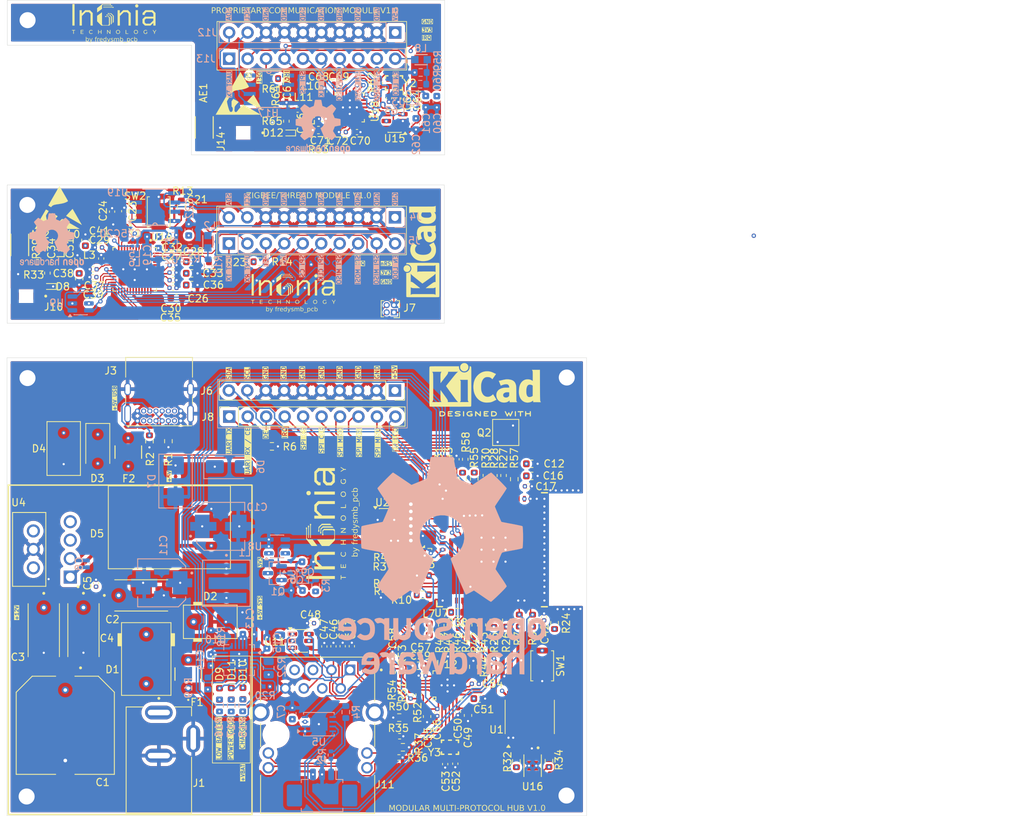
<source format=kicad_pcb>
(kicad_pcb (version 20241229) (generator "pcbnew") (generator_version "9.0")
  (layers (0 "F.Cu" signal) (4 "In1.Cu" signal) (6 "In2.Cu" signal) (2 "B.Cu" signal) (13 "F.Paste" user) (15 "B.Paste" user) (5 "F.SilkS" user "F.Silkscreen") (7 "B.SilkS" user "B.Silkscreen") (1 "F.Mask" user) (3 "B.Mask" user) (25 "Edge.Cuts" user))
  (net 0 "")
  (net 1 "GND")
  (net 2 "Net-(U10-VPCC)")
  (net 3 "+5V")
  (net 4 "Net-(U12-RXER{slash}PHYAD0)")
  (net 5 "Net-(D9-A)")
  (net 6 "Net-(D11-A)")
  (net 7 "Net-(U12-RBIAS)")
  (net 8 "Net-(U10-PROG1)")
  (net 9 "Net-(U10-PROG3)")
  (net 10 "Net-(U3-EN)")
  (net 11 "Net-(L8-Pad2)")
  (net 12 "+3V3_ZGB")
  (net 13 "/Zigbee-Thread Module/PRESENCE_DET_ESP32{slash}EFR32MG24")
  (net 14 "Net-(D10-A)")
  (net 15 "/Zigbee-Thread Module/nRST_ESP32{slash}EFR32MG24")
  (net 16 "+3V3_Main")
  (net 17 "Net-(U2-EN)")
  (net 18 "Net-(L2-Pad2)")
  (net 19 "/Main Board/MainB_CTRL/PRESENCE_DET")
  (net 20 "/Main Board/Ethernet/ESP32{slash}LAN87_MDIO")
  (net 21 "/Main Board/MainB_CTRL/STATE_LTC4412{slash}ESP32")
  (net 22 "/Main Board/MainB_CTRL/INT_LC7092{slash}ESP32")
  (net 23 "/Main Board/MainB_CTRL/I2C_SCL_LC7092{slash}ESP32")
  (net 24 "/Zigbee-Thread Module/UART_RX_ESP32{slash}EFR32MG24")
  (net 25 "Net-(U14-PD01)")
  (net 26 "/Main Board/MainB_CTRL/I2C_SDA_LC7092{slash}ESP32")
  (net 27 "Net-(U7-EN)")
  (net 28 "/Main Board/MainB_CTRL/I2C_SDA_TCA95{slash}ESP32")
  (net 29 "/Main Board/MainB_CTRL/I2C_SCL_TCA95{slash}ESP32")
  (net 30 "Net-(U7-RXD0)")
  (net 31 "/Main Board/MainB_CTRL/UART_RX {slash} CE")
  (net 32 "Net-(U1-~{INT0})")
  (net 33 "Net-(U1-~{INT1})")
  (net 34 "/Main Board/Ethernet/LAN87{slash}RJ45_LED2")
  (net 35 "Net-(Q2-B)")
  (net 36 "+3V3_PROP")
  (net 37 "/Proprietary Communication Module/PRESENCE_DET_ESP32{slash}NRF24L01")
  (net 38 "Net-(J3-CC1)")
  (net 39 "Net-(J3-CC2)")
  (net 40 "Net-(U6-EN)")
  (net 41 "/Main Board/MainB_PWR/BAT_Temp")
  (net 42 "Net-(U5-T_{SW})")
  (net 43 "/Main Board/Ethernet/LAN87{slash}RJ45_RX+")
  (net 44 "Net-(C58-Pad2)")
  (net 45 "/Main Board/Ethernet/LAN87{slash}RJ45_RX-")
  (net 46 "/Main Board/Ethernet/ESP32{slash}LAN87_REFCLKO")
  (net 47 "Net-(U12-~{INT}{slash}REFCLKO)")
  (net 48 "/Main Board/Ethernet/ESP32{slash}LAN87_nRST")
  (net 49 "Net-(U12-~{RST})")
  (net 50 "/Main Board/Ethernet/ESP32{slash}LAN87_MDC")
  (net 51 "Net-(U12-MDC)")
  (net 52 "Net-(U12-MDIO)")
  (net 53 "Net-(U12-CRS_DV{slash}MODE2)")
  (net 54 "/Main Board/Ethernet/ESP32{slash}LAN87_CRS_DV")
  (net 55 "Net-(U12-RXD1{slash}MODE1)")
  (net 56 "/Main Board/Ethernet/ESP32{slash}LAN87_RXD1")
  (net 57 "/Main Board/Ethernet/ESP32{slash}LAN87_TXEN")
  (net 58 "Net-(U12-TXEN)")
  (net 59 "Net-(U12-TXD1)")
  (net 60 "/Main Board/Ethernet/ESP32{slash}LAN87_TXD1")
  (net 61 "Net-(U12-TXD0)")
  (net 62 "/Main Board/Ethernet/ESP32{slash}LAN87_TXD0")
  (net 63 "Net-(J11-Pad12)")
  (net 64 "Net-(J11-Pad10)")
  (net 65 "/Main Board/MainB_CTRL/SPI_MISO")
  (net 66 "Net-(AE2-Pad1)")
  (net 67 "Net-(C34-Pad1)")
  (net 68 "Net-(D8-A2)")
  (net 69 "/Main Board/MainB_CTRL/IRQ")
  (net 70 "/Main Board/Ethernet/LAN87{slash}RJ45_TX+")
  (net 71 "/Main Board/Ethernet/LAN87{slash}RJ45_TX-")
  (net 72 "Net-(D12-A2)")
  (net 73 "Net-(C66-Pad1)")
  (net 74 "Net-(AE1-Pad1)")
  (net 75 "Net-(U18-XC2)")
  (net 76 "Net-(U18-XC1)")
  (net 77 "/Main Board/MainB_CTRL/SPI_CLK")
  (net 78 "Net-(U5-T_{SENSE})")
  (net 79 "/Main Board/MainB_CTRL/SPI_MOSI")
  (net 80 "Net-(U12-RXD0{slash}MODE0)")
  (net 81 "/Main Board/Ethernet/ESP32{slash}LAN87_RXD0")
  (net 82 "Net-(U14-RFVDD)")
  (net 83 "Net-(U14-PAVDD)")
  (net 84 "/Main Board/MainB_CTRL/ESP32{slash}USB_D-")
  (net 85 "/Main Board/MainB_CTRL/ESP32{slash}USB_D+")
  (net 86 "+V_BAT")
  (net 87 "Net-(Q1-G)")
  (net 88 "/Proprietary Communication Module/SPI_ESP32{slash}NRF24L01_MISO")
  (net 89 "/Proprietary Communication Module/SPI_ESP32{slash}NRF24L01_MOSI")
  (net 90 "/Proprietary Communication Module/SPI_ESP32{slash}NRF24L01_CLK")
  (net 91 "/Proprietary Communication Module/SPI_ESP32{slash}NRF24L01_CS")
  (net 92 "/Zigbee-Thread Module/SPI_ESP32{slash}EFR32MG24_CS")
  (net 93 "/Zigbee-Thread Module/SPI_ESP32{slash}EFR32MG24_CLK")
  (net 94 "/Zigbee-Thread Module/SPI_ESP32{slash}EFR32MG24_MOSI")
  (net 95 "/Zigbee-Thread Module/SPI_ESP32{slash}EFR32MG24_MISO")
  (net 99 "/Main Board/MainB_CTRL/I2C_SCL_EEPROM")
  (net 101 "/Main Board/MainB_CTRL/I2C_SDA_EEPROM")
  (net 104 "/Main Board/MainB_CTRL/I2C_SDA_ATECCC60")
  (net 105 "/Main Board/MainB_CTRL/I2C_SCL_ATECCC60")
  (net 107 "Net-(D10-K)")
  (net 108 "/Main Board/MainB_CTRL/CE_ESP32{slash}MCP73871")
  (net 109 "/Main Board/MainB_CTRL/TIMER_ESP32{slash}MCP73871")
  (net 110 "Net-(U10-THERM)")
  (net 111 "/Main Board/MainB_CTRL/PWR_SEL_ESP32{slash}MCP73871")
  (net 112 "Net-(D11-K)")
  (net 113 "/Main Board/MainB_CTRL/USB_ISEL_ESP32{slash}MCP73871")
  (net 114 "Net-(D9-K)")
  (net 115 "/Main Board/MainB_CTRL/UART_TX")
  (net 116 "/Main Board/MainB_CTRL/JTAG_TDI")
  (net 117 "/Main Board/MainB_CTRL/EN_LDO")
  (net 119 "/Main Board/MainB_CTRL/JTAG_TCK")
  (net 122 "/Main Board/MainB_CTRL/JTAG_TMS")
  (net 123 "/Main Board/MainB_CTRL/JTAG_TDO")
  (net 124 "+12V")
  (net 125 "Net-(F2-Pad1)")
  (net 126 "/Proprietary Communication Module/IRQ_ESP32{slash}NRF24L01")
  (net 127 "/Zigbee-Thread Module/IRQ_ESP32{slash}EFR32MG24")
  (net 128 "Net-(U12-XTAL1{slash}CLKIN)")
  (net 129 "Net-(U12-XTAL2)")
  (net 130 "Net-(D5-K)")
  (net 131 "/Main Board/MainB_CTRL/nRST")
  (net 132 "+5V_ZGB")
  (net 133 "+5V_PROP")
  (net 134 "Net-(D1-A)")
  (net 135 "/Zigbee-Thread Module/EN_LDO_Zigbee{slash}Thread")
  (net 136 "/Proprietary Communication Module/EN_LDO_PROP")
  (net 137 "Net-(U12-VDD1A)")
  (net 138 "Net-(U18-VDD_PA)")
  (net 139 "Net-(U18-ANT1)")
  (net 140 "Net-(C31-Pad2)")
  (net 141 "Net-(C34-Pad2)")
  (net 142 "Net-(U18-ANT2)")
  (net 143 "Net-(C66-Pad2)")
  (net 144 "Net-(U14-RF2G4_IO)")
  (net 145 "Net-(U4-CB)")
  (net 146 "Net-(D6-A)")
  (net 147 "Net-(F1-Pad1)")
  (net 148 "Net-(D3-A)")
  (net 149 "/Zigbee-Thread Module/PROG_SWCLK")
  (net 150 "/Zigbee-Thread Module/PROG_SWDIO")
  (net 151 "/Zigbee-Thread Module/UART_TX_ESP32{slash}EFR32MG24")
  (net 152 "/Proprietary Communication Module/I2C_SDA_24AA02_PROP")
  (net 153 "/Proprietary Communication Module/I2C_SCL_24AA02_PROP")
  (net 154 "/Proprietary Communication Module/SPI_ESP32{slash}NRF24L01_CE")
  (net 156 "/Zigbee-Thread Module/I2C_SCL_24AA02_ZGB")
  (net 157 "/Zigbee-Thread Module/I2C_SDA_24AA02_ZGB")
  (net 158 "Net-(U12-VDDCR)")
  (net 159 "Net-(U14-DECOUPLE)")
  (net 160 "Net-(U18-IREF)")
  (net 161 "Net-(U18-DVDD)")
  (net 162 "Net-(U14-HFXTAL_I)")
  (net 163 "Net-(U14-HFXTAL_O)")
  (net 198 "/Main Board/Ethernet/LAN87{slash}RJ45_LED1")
  (net 200 "Net-(U7-IO2)")
  (net 201 "Net-(U7-IO7)")
  (net 202 "Net-(U7-IO3)")
  (net 203 "Net-(U7-IO4)")
  (net 204 "Net-(U7-IO5)")
  (net 206 "/Main Board/MainB_CTRL/SPI_CS")
  (footprint "PCM_SparkFun-Connector:TestPoint-0.5mm" (layer "F.Cu") (at 167.370984 68.826038)
    (property "Reference" "GND")
    (property "Value" "0.5mm" (hide yes))
  )
  (footprint "Inductor_SMD:L_0402_1005Metric" (layer "F.Cu") (at 124.515984 66.096038 180)
    (property "Reference" "L4")
    (property "Value" "1.7nH")
  )
  (footprint "Resistor_SMD:R_0603_1608Metric" (layer "F.Cu") (at 170.925 132.87 180)
    (property "Reference" "R37")
    (property "Value" "10k")
  )
  (footprint "0_Smart_Switch:ANT_2450AT42A100E_JOT" (layer "F.Cu") (at 143.591187 47.583273 -90)
    (property "Reference" "AE1")
    (property "Value" "2450AT42A100E")
  )
  (footprint "Capacitor_SMD:C_0402_1005Metric" (layer "F.Cu") (at 178.3 93.24 -90)
    (property "Reference" "C43")
    (property "Value" "0.1uF" (hide yes))
  )
  (footprint "Capacitor_SMD:C_0402_1005Metric" (layer "F.Cu") (at 161.368041 118.974959 90)
    (property "Reference" "C46")
    (property "Value" "10pF")
  )
  (footprint "Capacitor_SMD:C_0402_1005Metric" (layer "F.Cu") (at 180.89 124.14 180)
    (property "Reference" "C54")
    (property "Value" "0.1uF")
  )
  (footprint "PCM_SparkFun-Connector:TestPoint-0.5mm" (layer "F.Cu") (at 172.972053 34.13303)
    (property "Reference" "3V3")
    (property "Value" "0.5mm" (hide yes))
  )
  (footprint "" (layer "F.Cu") (at 157.162053 34.53303)
    (property "Reference" "")
    (property "Value" "")
  )
  (footprint "PCM_SparkFun-Clock:Crystal_SMD_2.0x1.6mm" (layer "F.Cu") (at 177.4 132.86 180)
    (property "Reference" "Y3")
    (property "Value" "25MHz")
  )
  (footprint "Capacitor_SMD:C_0603_1608Metric" (layer "F.Cu") (at 173.037392 121.649777 180)
    (property "Reference" "C57")
    (property "Value" "1uF")
  )
  (footprint "Resistor_SMD:R_0402_1005Metric" (layer "F.Cu") (at 154.892053 46.72303 -90)
    (property "Reference" "R65")
    (property "Value" "0")
  )
  (footprint "Resistor_SMD:R_0603_1608Metric" (layer "F.Cu") (at 191.79 115.77 -90)
    (property "Reference" "R24")
    (property "Value" "10k")
  )
  (footprint "0_Smart_Switch:ABRACON_ARJM11D7-009-AB-EW2" (layer "F.Cu") (at 159.193041 131.114959)
    (property "Reference" "J11")
    (property "Value" "ARJM11D7-009-AB-EW2")
  )
  (footprint "PCM_SparkFun-RF:ESP32-MINI" (layer "F.Cu") (at 183.39 105.68 -90)
    (property "Reference" "U7")
    (property "Value" "ESP32-S3-MINI-1" (hide yes))
  )
  (footprint "PCM_SparkFun-Connector:TestPoint-0.5mm" (layer "F.Cu") (at 167.370984 66.296038)
    (property "Reference" "nRST")
    (property "Value" "0.5mm" (hide yes))
  )
  (footprint "Resistor_SMD:R_0603_1608Metric" (layer "F.Cu") (at 186.54 134.785 90)
    (property "Reference" "R32")
    (property "Value" "4.7k")
  )
  (footprint "" (layer "F.Cu") (at 119.250984 58.246038)
    (property "Reference" "")
    (property "Value" "")
  )
  (footprint "Capacitor_SMD:C_0402_1005Metric" (layer "F.Cu") (at 129.020984 64.096038)
    (property "Reference" "C41")
    (property "Value" "18pF")
  )
  (footprint "PCM_SparkFun-LED:LED_0603_1608Metric" (layer "F.Cu") (at 145.69 125.5325 -90)
    (property "Reference" "D9")
    (property "Value" "LEDs")
  )
  (footprint "Resistor_SMD:R_0603_1608Metric" (layer "F.Cu") (at 152.927053 40.86303 180)
    (property "Reference" "R61")
    (property "Value" "10k")
  )
  (footprint "PCM_SparkFun-Connector:TestPoint-0.5mm" (layer "F.Cu") (at 166.240984 66.296038)
    (property "Reference" "IRQ")
    (property "Value" "0.5mm" (hide yes))
  )
  (footprint "Connector_PinSocket_2.54mm:PinSocket_1x10_P2.54mm_Vertical" (layer "F.Cu") (at 147.031225 87.365071 90)
    (property "Reference" "J8")
    (property "Value" "PINHD")
  )
  (footprint "Resistor_SMD:R_0402_1005Metric" (layer "F.Cu") (at 179.5 93.24 -90)
    (property "Reference" "R58")
    (property "Value" "100")
  )
  (footprint "Capacitor_SMD:C_0402_1005Metric" (layer "F.Cu") (at 162.592053 48.21303)
    (property "Reference" "C72")
    (property "Value" "1nF")
  )
  (footprint "PCM_SparkFun-Connector:TestPoint-0.5mm" (layer "F.Cu") (at 152.13 113.71)
    (property "Reference" "+5V SYS")
    (property "Value" "0.5mm" (hide yes))
  )
  (footprint "Symbol:KiCad-Logo2_6mm_SilkScreen" (layer "F.Cu") (at 182.23 82.98)
    (property "Reference" "REF**" (hide yes))
    (property "Value" "KiCad-Logo2_6mm_SilkScreen" (hide yes))
  )
  (footprint "Resistor_SMD:R_0402_1005Metric" (layer "F.Cu") (at 170.73 107.89 180)
    (property "Reference" "R39")
    (property "Value" "33")
  )
  (footprint "Capacitor_SMD:C_0402_1005Metric" (layer "F.Cu") (at 163.898041 118.964959 90)
    (property "Reference" "C44")
    (property "Value" "10pF")
  )
  (footprint "PCM_SparkFun-Connector:TestPoint-0.5mm" (layer "F.Cu") (at 117.78 115.93)
    (property "Reference" "+12V")
    (property "Value" "0.5mm" (hide yes))
  )
  (footprint "Resistor_SMD:R_0603_1608Metric" (layer "F.Cu") (at 185.16 115.445 90)
    (property "Reference" "R26")
    (property "Value" "4.7k")
  )
  (footprint "Resistor_SMD:R_0603_1608Metric" (layer "F.Cu") (at 152.9 91.47 180)
    (property "Reference" "R6")
    (property "Value" "100k")
  )
  (footprint "Resistor_SMD:R_0402_1005Metric" (layer "F.Cu") (at 178.54 116.08 -90)
    (property "Reference" "R46")
    (property "Value" "33")
  )
  (footprint "PCM_SparkFun-Connector:TestPoint-0.5mm" (layer "F.Cu") (at 139.64 95.62)
    (property "Reference" "+5V")
    (property "Value" "0.5mm" (hide yes))
  )
  (footprint "Capacitor_SMD:C_0402_1005Metric" (layer "F.Cu") (at 162.638041 118.964959 90)
    (property "Reference" "C45")
    (property "Value" "10pF")
  )
  (footprint "Capacitor_SMD:C_0402_1005Metric" (layer "F.Cu") (at 169.012053 43.57303 90)
    (property "Reference" "C65")
    (property "Value" "22pF" (hide yes))
  )
  (footprint "Resistor_SMD:R_0603_1608Metric" (layer "F.Cu") (at 173.68 109.24)
    (property "Reference" "R9")
    (property "Value" "10k")
  )
  (footprint "PCM_SparkFun-Connector:TestPoint-0.5mm" (layer "F.Cu") (at 167.370984 67.566038)
    (property "Reference" "3V3")
    (property "Value" "0.5mm" (hide yes))
  )
  (footprint "Capacitor_SMD:C_0402_1005Metric" (layer "F.Cu") (at 169.49 120.21 -90)
    (property "Reference" "C58")
    (property "Value" "0.1uF")
  )
  (footprint "Capacitor_SMD:C_0402_1005Metric" (layer "F.Cu") (at 128.270984 68.176038)
    (property "Reference" "C39")
    (property "Value" "120pF")
  )
  (footprint "PCM_SparkFun-Connector:TestPoint-0.5mm" (layer "F.Cu") (at 172.972053 35.24303)
    (property "Reference" "IRQ")
    (property "Value" "0.5mm" (hide yes))
  )
  (footprint "Inductor_SMD:L_0603_1608Metric" (layer "F.Cu") (at 174.56 116.6375 -90)
    (property "Reference" "L7")
    (property "Value" "FerriteBead" (hide yes))
  )
  (footprint "Resistor_SMD:R_0603_1608Metric" (layer "F.Cu") (at 186.25 95.98 90)
    (property "Reference" "R57")
    (property "Value" "10k")
  )
  (footprint "Inductor_SMD:L_0402_1005Metric" (layer "F.Cu") (at 160.122053 44.67803 90)
    (property "Reference" "L10")
    (property "Value" "8.2nH")
  )
  (footprint "Resistor_SMD:R_0603_1608Metric" (layer "F.Cu") (at 151.210984 66.066038)
    (property "Reference" "R14")
    (property "Value" "10k")
  )
  (footprint "0_Smart_Switch:XTAL_ECS-390-CDX-1932" (layer "F.Cu") (at 131.740984 61.456038 180)
    (property "Reference" "Y1")
    (property "Value" "39MHz")
  )
  (footprint "0_Smart_Switch:CAP_EEVFK1E102Q" (layer "F.Cu") (at 124.47 129.84 -90)
    (property "Reference" "C1")
    (property "Value" "1000uF")
  )
  (footprint "Capacitor_SMD:C_0402_1005Metric" (layer "F.Cu") (at 178.504 127.982 -90)
    (property "Reference" "C50")
    (property "Value" "470pF")
  )
  (footprint "0_Smart_Switch:ANT_2450AT42A100E_JOT" (layer "F.Cu") (at 118.197558 63.747294 90)
    (property "Reference" "AE2")
    (property "Value" "2450AT42A100E")
  )
  (footprint "Diode_SMD:D_SOD-923" (layer "F.Cu") (at 155.302053 48.34303 180)
    (property "Reference" "D12")
    (property "Value" "ESD9B3.3ST5G" (hide yes))
  )
  (footprint "Connector_PinHeader_1.00mm:PinHeader_2x02_P1.00mm_Vertical" (layer "F.Cu") (at 169.690984 73.026038 180)
    (property "Reference" "J7")
    (property "Value" "PINHD")
  )
  (footprint "Package_TO_SOT_SMD:SOT-23-6" (layer "F.Cu") (at 156.860541 118.234959)
    (property "Reference" "U11")
    (property "Value" "WE-TVS-824015043" (hide yes))
  )
  (footprint "Capacitor_SMD:C_0402_1005Metric" (layer "F.Cu") (at 139.300984 66.526038 180)
    (property "Reference" "C32")
    (property "Value" "0.1uF")
  )
  (footprint "Capacitor_SMD:C_0402_1005Metric" (layer "F.Cu") (at 169.77 104.45)
    (property "Reference" "C18")
    (property "Value" "0.1uF")
  )
  (footprint "Capacitor_SMD:C_0402_1005Metric" (layer "F.Cu") (at 128.7 110.29 90)
    (property "Reference" "C5")
    (property "Value" "0.47uF")
  )
  (footprint "Diode_SMD:D_SMA" (layer "F.Cu") (at 128.94 91.82 -90)
    (property "Reference" "D3")
    (property "Value" "SS14")
  )
  (footprint "Capacitor_SMD:C_0402_1005Metric" (layer "F.Cu") (at 160.108041 118.994959 90)
    (property "Reference" "C47")
    (property "Value" "10pF")
  )
  (footprint "" (layer "F.Cu") (at 119.15 139.64)
    (property "Reference" "")
    (property "Value" "")
  )
  (footprint "Package_SO:TSSOP-20_4.4x6.5mm_P0.65mm" (layer "F.Cu") (at 188.375 128.6925 90)
    (property "Reference" "U1")
    (property "Value" "TCA9544A")
  )
  (footprint "Resistor_SMD:R_0603_1608Metric" (layer "F.Cu") (at 140.430984 58.461038 -90)
    (property "Reference" "R13")
    (property "Value" "10k")
  )
  (footprint "Connector_USB:USB_C_Receptacle_GCT_USB4085" (layer "F.Cu") (at 140.35 87.95 180)
    (property "Reference" "J3")
    (property "Value" "Conn_USB_C")
  )
  (footprint "Capacitor_SMD:C_0402_1005Metric" (layer "F.Cu") (at 122.575551 66.115094)
    (property "Reference" "C34")
    (property "Value" "18pF")
  )
  (footprint "Capacitor_SMD:C_0402_1005Metric" (layer "F.Cu") (at 170.302053 43.59303 90)
    (property "Reference" "C64")
    (property "Value" "22pF" (hide yes))
  )
  (footprint "Capacitor_SMD:C_0402_1005Metric" (layer "F.Cu") (at 173.563392 123.005777 180)
    (property "Reference" "C59")
    (property "Value" "470pF")
  )
  (footprint "Capacitor_SMD:C_0603_1608Metric" (layer "F.Cu") (at 188.685 95.53)
    (property "Reference" "C16")
    (property "Value" "1uF")
  )
  (footprint "Capacitor_SMD:C_0402_1005Metric" (layer "F.Cu") (at 154.902053 44.65303 -90)
    (property "Reference" "C67")
    (property "Value" "1pF")
  )
  (footprint "PCM_SparkFun-Clock:Crystal_SMD_2.0x1.6mm" (layer "F.Cu") (at 169.702053 41.45303 180)
    (property "Reference" "Y2")
    (property "Value" "16MHz")
  )
  (footprint "PCM_SparkFun-LED:LED_0603_1608Metric" (layer "F.Cu") (at 147.31 125.5125 -90)
    (property "Reference" "D11")
    (property "Value" "LEDs")
  )
  (footprint "PCM_Diode_SMD_AKL:D_SMB" (layer "F.Cu") (at 144.42 115.61)
    (property "Reference" "D2")
    (property "Value" "SMBJ12A" (hide yes))
  )
  (footprint "Package_TO_SOT_SMD:Texas_DRT-3" (layer "F.Cu") (at 174.345 106.15 -90)
    (property "Reference" "U13")
    (property "Value" "TPD2EUSB30A" (hide yes))
  )
  (footprint "Resistor_SMD:R_0402_1005Metric" (layer "F.Cu") (at 170.47 131.35)
    (property "Reference" "R35")
    (property "Value" "270")
  )
  (footprint "Resistor_SMD:R_0402_1005Metric" (layer "F.Cu") (at 179.67 116.05 -90)
    (property "Reference" "R45")
    (property "Value" "33")
  )
  (footprint "Capacitor_SMD:C_0402_1005Metric" (layer "F.Cu") (at 158.21 115.79)
    (property "Reference" "C48")
    (property "Value" "0.1uF")
  )
  (footprint "Resistor_SMD:R_0402_1005Metric" (layer "F.Cu") (at 170.64 110.31 180)
    (property "Reference" "R41")
    (property "Value" "33")
  )
  (footprint "0_Smart_Switch:XCVR_EFR32MG24B310F1536IM48-B" (layer "F.Cu") (at 134.020984 67.106038 -90)
    (property "Reference" "U14")
    (property "Value" "EFR32MG24B310F1536IM48-B" (hide yes))
  )
  (footprint "Capacitor_SMD:C_0402_1005Metric" (layer "F.Cu") (at 161.882053 41.58303 180)
    (property "Reference" "C69")
    (property "Value" "10nF")
  )
  (footprint "Resistor_SMD:R_0402_1005Metric" (layer "F.Cu") (at 180.8 116.04 -90)
    (property "Reference" "R42")
    (property "Value" "33")
  )
  (footprint "Resistor_SMD:R_0402_1005Metric" (layer "F.Cu") (at 176.2 116.08 -90)
    (property "Reference" "R49")
    (property "Value" "33")
  )
  (footprint "Resistor_SMD:R_0402_1005Metric" (layer "F.Cu") (at 183.51 95.48 90)
    (property "Reference" "R28")
    (property "Value" "22")
  )
  (footprint "0_Smart_Switch:LINX_CONMHF1-SMD-G-T" (layer "F.Cu") (at 119.076899 70.789828 -90)
    (property "Reference" "J10")
    (property "Value" "CONMHF1" (hide yes))
  )
  (footprint "Resistor_SMD:R_0603_1608Metric" (layer "F.Cu") (at 175.97 95.88 -90)
    (property "Reference" "R31")
    (property "Value" "1K")
  )
  (footprint "0_Smart_Switch:InGnia-NEW(20x10mm)" (layer "F.Cu") (at 160.526995 101.900741 90)
    (property "Reference" "G***" (hide yes))
    (property "Value" "LOGO" (hide yes))
  )
  (footprint "Capacitor_SMD:C_0603_1608Metric" (layer "F.Cu") (at 127.236753 63.08245 -90)
    (property "Reference" "C40")
    (property "Value" "2.2uF")
  )
  (footprint "Capacitor_SMD:C_0603_1608Metric" (layer "F.Cu") (at 179.88 128.485 -90)
    (property "Reference" "C49")
    (property "Value" "1uF")
  )
  (footprint "PCM_SparkFun-Connector:TestPoint-0.5mm" (layer "F.Cu") (at 152.2 107.38)
    (property "Reference" "3V3")
    (property "Value" "0.5mm" (hide yes))
  )
  (footprint "Button_Switch_SMD:SW_Push_SPST_NO_Alps_SKRK" (layer "F.Cu") (at 190.09 121.66 90)
    (property "Reference" "SW1")
    (property "Value" "uC_Reset")
  )
  (footprint "PCM_Package_TO_SOT_SMD_AKL:SOT-23" (layer "F.Cu") (at 185.07 89.55 180)
    (property "Reference" "Q2")
    (property "Value" "BC817" (hide yes))
  )
  (footprint "Resistor_SMD:R_0402_1005Metric" (layer "F.Cu") (at 182.34 95.46 90)
    (property "Reference" "R30")
    (property "Value" "22")
  )
  (footprint "Package_TO_SOT_SMD:SOT-23-6" (layer "F.Cu") (at 169.779553 46.70303 180)
    (property "Reference" "U15")
    (property "Value" "WE-TVS-824015043" (hide yes))
  )
  (footprint "Capacitor_SMD:C_0603_1608Metric" (layer "F.Cu") (at 141.885984 67.656038)
    (property "Reference" "C33")
    (property "Value" "1uF")
  )
  (footprint "Resistor_SMD:R_0603_1608Metric" (layer "F.Cu") (at 179.13 95.905 90)
    (property "Reference" "R56")
    (property "Value" "10k")
  )
  (footprint "Connector_PinSocket_2.54mm:PinSocket_1x10_P2.54mm_Vertical" (layer "F.Cu") (at 169.829779 83.78073 -90)
    (property "Reference" "J6")
    (property "Value" "PINHD")
  )
  (footprint "PCM_Diode_SMD_AKL:D_SMB_TVS" (layer "F.Cu") (at 124.25 91.76 90)
    (property "Reference" "D4")
    (property "Value" "SMBJ5.0CA" (hide yes))
  )
  (footprint "Capacitor_SMD:C_0603_1608Metric" (layer "F.Cu") (at 126.380984 68.436038 -90)
    (property "Reference" "C38")
    (property "Value" "1uF")
  )
  (footprint "Symbol:ESD-Logo_6.6x6mm_SilkScreen" (layer "F.Cu") (at 123.510984 58.596038)
    (property "Reference" "REF**" (hide yes))
    (property "Value" "ESD-Logo_6.6x6mm_SilkScreen" (hide yes))
  )
  (footprint "Capacitor_SMD:C_0603_1608Metric" (layer "F.Cu") (at 141.885984 69.266038)
    (property "Reference" "C36")
    (property "Value" "1uF")
  )
  (footprint "0_Smart_Switch:CAPPM7343X310N" (layer "F.Cu") (at 126.97 116.75 -90)
    (property "Reference" "C4")
    (property "Value" "15uF")
  )
  (footprint "Capacitor_SMD:C_0603_1608Metric" (layer "F.Cu") (at 159.300053 47.94303)
    (property "Reference" "R63")
    (property "Value" "22k")
  )
  (footprint "Capacitor_SMD:C_0402_1005Metric" (layer "F.Cu") (at 139.290984 69.656038 180)
    (property "Reference" "C35")
    (property "Value" "10nF")
  )
  (footprint "Capacitor_SMD:C_0402_1005Metric" (layer "F.Cu") (at 160.102053 42.66303 -90)
    (property "Reference" "C68")
    (property "Value" "33nF" (hide yes))
  )
  (footprint "Resistor_SMD:R_0402_1005Metric" (layer "F.Cu") (at 170.66 111.42 180)
    (property "Reference" "R48")
    (property "Value" "33")
  )
  (footprint "Inductor_SMD:L_0402_1005Metric" (layer "F.Cu") (at 127.800984 66.086038 180)
    (property "Reference" "L3")
    (property "Value" "2.5nH")
  )
  (footprint "Capacitor_SMD:C_0402_1005Metric" (layer "F.Cu") (at 159.852053 46.40303)
    (property "Reference" "C71")
    (property "Value" "10nF")
  )
  (footprint "Button_Switch_SMD:SW_Push_SPST_NO_Alps_SKRK" (layer "F.Cu") (at 137.320984 59.196038 -90)
    (property "Reference" "SW2")
    (property "Value" "uC_Reset")
  )
  (footprint "Resistor_SMD:R_0603_1608Metric" (layer "F.Cu") (at 186.94 115.435 90)
    (property "Reference" "R7")
    (property "Value" "470k")
  )
  (footprint "Capacitor_SMD:C_0402_1005Metric" (layer "F.Cu") (at 156.442053 45.13303)
    (property "Reference" "C66")
    (property "Value" "1.5pF")
  )
  (footprint "0_Smart_Switch:QFN50P400X400X95-21N" (layer "F.Cu") (at 163.622053 44.82303 180)
    (property "Reference" "U18")
    (property "Value" "NRF24L01")
  )
  (footprint "Resistor_SMD:R_0402_1005Metric" (layer "F.Cu") (at 122.010984 67.626038 -90)
    (property "Reference" "R33")
    (property "Value" "0")
  )
  (footprint "PCM_SparkFun-LED:LED_0603_1608Metric" (layer "F.Cu") (at 148.91 125.4725 -90)
    (property "Reference" "D10")
    (property "Value" "LEDs")
  )
  (footprint "Resistor_SMD:R_0402_1005Metric" (layer "F.Cu") (at 167.752053 41.49303 90)
    (property "Reference" "R62")
    (property "Value" "1M")
  )
  (footprint "Resistor_SMD:R_0603_1608Metric" (layer "F.Cu") (at 138.66 90.75 -90)
    (property "Reference" "R1")
    (property "Value" "5.1k")
  )
  (footprint "Capacitor_SMD:C_0402_1005Metric" (layer "F.Cu") (at 129.410984 65.616038 -90)
    (property "Reference" "C29")
    (property "Value" "2.3pF")
  )
  (footprint "Resistor_SMD:R_0603_1608Metric" (layer "F.Cu") (at 183.43 115.47 90)
    (property "Reference" "R25")
    (property "Value" "4.7k")
  )
  (footprint "Connector_PinHeader_1.00mm:PinHeader_1x06_P1.00mm_Vertical" (layer "F.Cu") (at 172.01474 104.423343 180)
    (property "Reference" "J9")
    (property "Value" "JTAG")
  )
  (footprint "Capacitor_SMD:C_0603_1608Metric" (layer "F.Cu") (at 141.895984 66.066038)
    (property "Reference" "C28")
    (property "Value" "1uF")
  )
  (footprint "Capacitor_SMD:C_0402_1005Metric" (layer "F.Cu") (at 130.910984 59.166038 -90)
    (property "Reference" "C24")
    (property "Value" "10pF")
  )
  (footprint "Resistor_SMD:R_0603_1608Metric" (layer "F.Cu") (at 188.76 115.445 90)
    (property "Reference" "R8")
    (property "Value" "10k")
  )
  (footprint "Resistor_SMD:R_0402_1005Metric" (layer "F.Cu") (at 170.72 122.57 -90)
    (property "Reference" "R53")
    (property "Value" "50")
  )
  (footprint "Resistor_SMD:R_0402_1005Metric" (layer "F.Cu") (at 170.74 106.76 180)
    (property "Reference" "R40")
    (property "Value" "33")
  )
  (footprint "Resistor_SMD:R_0402_1005Metric" (layer "F.Cu") (at 153.292053 45.13303 180)
    (property "Reference" "R64")
    (property "Value" "0")
  )
  (footprint "Capacitor_SMD:C_0402_1005Metric" (layer "F.Cu") (at 175.636 128.086 -90)
    (property "Reference" "C56")
    (property "Value" "470pF")
  )
  (footprint "Resistor_SMD:R_0402_1005Metric" (layer "F.Cu") (at 177.38 116.06 -90)
    (property "Reference" "R47")
    (property "Value" "33")
  )
  (footprint "Resistor_SMD:R_0402_1005Metric" (layer "F.Cu") (at 173.1 125.66 90)
    (property "Reference" "R52")
    (property "Value" "50")
  )
  (footprint "Capacitor_SMD:C_0402_1005Metric" (layer "F.Cu") (at 141.810984 58.986038 -90)
    (property "Reference" "C21")
    (property "Value" "0.1uF")
  )
  (footprint "Resistor_SMD:R_0603_1608Metric" (layer "F.Cu") (at 136.05 90.775 -90)
    (property "Reference" "R2")
    (property "Value" "5.1k")
  )
  (footprint "Inductor_SMD:L_0402_1005Metric" (layer "F.Cu") (at 158.452053 45.16303 180)
    (property "Reference" "L9")
    (property "Value" "3.9nH")
  )
  (footprint "Capacitor_SMD:C_0603_1608Metric" (layer "F.Cu") (at 188.685 93.86 180)
    (property "Reference" "C12")
    (property "Value" "10uF")
  )
  (footprint "0_Smart_Switch:FUSE_1812L05060_LTF" (layer "F.Cu") (at 141.39 122.7931 90)
    (property "Reference" "F1")
    (property "Value" "PTC_FUSE")
  )
  (footprint "Resistor_SMD:R_0402_1005Metric" (layer "F.Cu") (at 184.77 95.47 -90)
    (property "Reference" "R27")
    (property "Value" "22")
  )
  (footprint "PCM_SparkFun-Connector:TestPoint-0.5mm" (layer "F.Cu") (at 147.95 136.03)
    (property "Reference" "+VBAT")
    (property "Value" "0.5mm" (hide yes))
  )
  (footprint "Resistor_SMD:R_0603_1608Metric" (layer "F.Cu") (at 180.62 121.795 90)
    (property "Reference" "R44")
    (property "Value" "10k")
  )
  (footprint "Capacitor_SMD:C_0402_1005Metric" (layer "F.Cu") (at 139.300984 68.596038 180)
    (property "Reference" "C30")
    (property "Value" "0.1uF")
  )
  (footprint "PCM_SparkFun-Connector:TestPoint-0.5mm" (layer "F.Cu") (at 172.982053 33.02303)
    (property "Reference" "GND")
    (property "Value" "0.5mm" (hide yes))
  )
  (footprint "Resistor_SMD:R_0603_1608Metric" (layer "F.Cu") (at 145.060984 66.066038 180)
    (property "Reference" "R23")
    (property "Value" "1K")
  )
  (footprint "Global_Footprint:TO127P1041X469X2199-7N" (layer "F.Cu") (at 120.08 105.64 90)
    (property "Reference" "U4")
    (property "Value" "LM2678T-ADJ")
  )
  (footprint "Capacitor_SMD:C_0402_1005Metric" (layer "F.Cu") (at 128.300984 67.096038)
    (property "Reference" "C37")
    (property "Value" "0.47uF")
  )
  (footprint "Capacitor_SMD:C_0603_1608Metric" (layer "F.Cu") (at 139.765984 71.036038 180)
    (property "Reference" "C26")
    (property "Value" "1uF")
  )
  (footprint "0_Smart_Switch:LAN8720A" (layer "F.Cu") (at 177.06 124.35 90)
    (property "Reference" "U12")
    (property "Value" "LAN8720A" (hide yes))
  )
  (footprint "PCM_SparkFun-Connector:TestPoint-0.5mm" (layer "F.Cu") (at 131.25 87.12)
    (property "Reference" "+5V USB")
    (property "Value" "0.5mm")
  )
  (footprint "0_Smart_Switch:CAPPM7343X310N" (layer "F.Cu") (at 121.51 116.76 -90)
    (property "Reference" "C3")
    (property "Value" "15uF")
  )
  (footprint "PCM_Diode_SMD_AKL:D_SMC" (layer "F.Cu") (at 135.61 120.72 -90)
    (property "Reference" "D1")
    (property "Value" "SS54" (hide yes))
  )
  (footprint "0_Smart_Switch:InGnia-NEW(15x8mm)" (layer "F.Cu") (at 131.298501 32.792742)
    (property "Reference" "G***" (hide yes))
    (property "Value" "LOGO" (hide yes))
  )
  (footprint "0_Smart_Switch:InGnia-NEW(15x8mm)" (layer "F.Cu") (at 155.957431 69.93575)
    (property "Reference" "G***" (hide yes))
    (property "Value" "LOGO" (hide yes))
  )
  (footprint "Capacitor_SMD:C_0402_1005Metric" (layer "F.Cu") (at 178.13 135.13 90)
    (property "Reference" "C52")
    (property "Value" "10pF")
  )
  (footprint "Capacitor_SMD:C_0402_1005Metric" (layer "F.Cu") (at 190.35 114.93 -90)
    (property "Reference" "C42")
    (property "Value" "0.1uF" (hide yes))
  )
  (footprint "Package_TO_SOT_SMD:SOT-23-6" (layer "F.Cu") (at 168.5875 101.58)
    (property "Reference" "U20")
    (property "Value" "WE-TVS-824015043" (hide yes))
  )
  (footprint "Resistor_SMD:R_0603_1608Metric" (layer "F.Cu") (at 178.385 114.29 180)
    (property "Reference" "R38")
    (property "Value" "2.2k")
  )
  (footprint "Symbol:KiCad-Logo_5mm_SilkScreen" (layer "F.Cu") (at 173.995648 64.659023 90)
    (property "Reference" "REF**" (hide yes))
    (property "Value" "KiCad-Logo_5mm_SilkScreen" (hide yes))
  )
  (footprint "" (layer "F.Cu") (at 119.282053 32.82303)
    (property "Reference" "")
    (property "Value" "")
  )
  (footprint "Resistor_SMD:R_0402_1005Metric" (layer "F.Cu") (at 181.92 116.03 -90)
    (property "Reference" "R43")
    (property "Value" "33")
  )
  (footprint "PCM_Package_TO_SOT_SMD_AKL:TO-263-2_TabPin1" (layer "F.Cu") (at 138.79 102.6 180)
    (property "Reference" "D5")
    (property "Value" "MBRB735" (hide yes))
  )
  (footprint "Capacitor_SMD:C_0402_1005Metric" (layer "F.Cu") (at 188.19 96.96 180)
    (property "Reference" "C17")
    (property "Value" "0.1uF")
  )
  (footprint "Resistor_SMD:R_0402_1005Metric" (layer "F.Cu") (at 120.634054 66.122113 180)
    (property "Reference" "R29")
    (property "Value" "0")
  )
  (footprint "0_Smart_Switch:CAPPM7343X310N" (layer "F.Cu") (at 134.92 111.97)
    (property "Reference" "C2")
    (property "Value" "15uF")
  )
  (footprint "MountingHole:MountingHole_2.2mm_M2_DIN965_Pad" (layer "F.Cu") (at 119.27 82.07)
    (property "Reference" "REF**" (hide yes))
    (property "Value" "MountingHole_2.2mm_M2_DIN965_Pad" (hide yes))
  )
  (footprint "Resistor_SMD:R_0402_1005Metric" (layer "F.Cu") (at 170.37 134.27)
    (property "Reference" "R36")
    (property "Value" "270")
  )
  (footprint "Capacitor_SMD:C_0402_1005Metric" (layer "F.Cu") (at 139.290984 67.556038 180)
    (property "Reference" "C27")
    (property "Value" "0.1uF")
  )
  (footprint "Capacitor_SMD:C_0402_1005Metric" (layer "F.Cu") (at 164.606053 48.22303 180)
    (property "Reference" "C70")
    (property "Value" "33nF")
  )
  (footprint "Resistor_SMD:R_0603_1608Metric" (layer "F.Cu") (at 180.74 95.895 90)
    (property "Reference" "R55")
    (property "Value" "10k")
  )
  (footprint "Resistor_SMD:R_0402_1005Metric" (layer "F.Cu") (at 171.96 125.65 90)
    (property "Reference" "R51")
    (property "Value" "50")
  )
  (footprint "Resistor_SMD:R_0603_1608Metric" (layer "F.Cu") (at 173.645 111.89)
    (property "Reference" "R10")
    (property "Value" "10k")
  )
  (footprint "Capacitor_SMD:C_0402_1005Metric" (layer "F.Cu") (at 132.580984 59.106038 -90)
    (property "Reference" "C23")
    (property "Value" "10pF")
  )
  (footprint "0_Smart_Switch:LINX_CONMHF1-SMD-G-T" (layer "F.Cu") (at 148.947053 48.32303 -90)
    (property "Reference" "J14")
    (property "Value" "CONMHF1")
  )
  (footprint "0_Smart_Switch:FUSE_1812L05060_LTF" (layer "F.Cu") (at 133.14 92.2531 -90)
    (property "Reference" "F2")
    (property "Value" "PTC_FUSE")
  )
  (footprint "" (layer "F.Cu") (at 193.43 139.51)
    (property "Reference" "")
    (property "Value" "")
  )
  (footprint "" (layer "F.Cu") (at 193.47 81.99)
    (property "Reference" "")
    (property "Value" "")
  )
  (footprint "Capacitor_SMD:C_0603_1608Metric" (layer "F.Cu") (at 174.25 128.635 -90)
    (property "Reference" "C55")
    (property "Value" "1uF")
  )
  (footprint "Diode_SMD:D_SOD-923" (layer "F.Cu") (at 122.378484 69.466038 180)
    (property "Reference" "D8")
    (property "Value" "ESD9B3.3ST5G")
  )
  (footprint "Resistor_SMD:R_0603_1608Metric" (layer "F.Cu") (at 170.42 128.78)
    (property "Reference" "R50")
    (property "Value" "12.1k")
  )
  (footprint "Inductor_SMD:L_0402_1005Metric" (layer "F.Cu") (at 158.912053 43.62303 90)
    (property "Reference" "L11")
    (property "Value" "2.7nH")
  )
  (footprint "Symbol:ESD-Logo_6.6x6mm_SilkScreen" (layer "F.Cu") (at 148.412053 42.87303)
    (property "Reference" "REF**" (hide yes))
    (property "Value" "ESD-Logo_6.6x6mm_SilkScreen" (hide yes))
  )
  (footprint "Capacitor_SMD:C_0603_1608Metric" (layer "F.Cu") (at 181.46 126.17 180)
    (property "Reference" "C51")
    (property "Value" "10uF")
  )
  (footprint "0_Smart_Switch:SON50P200X300X60-9N" (layer "F.Cu") (at 188.77 135.4 -90)
    (property "Reference" "U16")
    (property "Value" "ATECC608A-MAHDA-T" (hide yes))
  )
  (footprint "Resistor_SMD:R_0603_1608Metric" (layer "F.Cu") (at 191.02 134.755 90)
    (property "Reference" "R34")
    (property "Value" "4.7k")
  )
  (footprint "Capacitor_SMD:C_0402_1005Metric" (layer "F.Cu") (at 126.140984 65.646038 -90)
    (property "Reference" "C31")
    (property "Value" "1.6pF")
  )
  (footprint "Global_Footprint:MPD_EJ503A" (layer "F.Cu") (at 137.344564 134.626344)
    (property "Reference" "J1")
    (property "Value" "CON_12VDC_IN")
  )
  (footprint "Capacitor_SMD:C_0402_1005Metric" (layer "F.Cu") (at 176.74 135.18 90)
    (property "Reference" "C53")
    (property "Value" "10pF")
  )
  (footprint "Resistor_SMD:R_0402_1005Metric" (layer "F.Cu") (at 169.51 122.55 -90)
    (property "Reference" "R54")
    (property "Value" "50")
  )
  (footprint "Diode_SMD:D_SMA" (layer "B.Cu") (at 147.04 94.26)
    (property "Reference" "D6")
    (property "Value" "SS14" (hide yes))
  )
  (footprint "Symbol:OSHW-Logo2_9.8x8mm_SilkScreen" (layer "B.Cu") (at 122.630984 63.116038 180)
    (property "Reference" "REF**" (hide yes))
    (property "Value" "OSHW-Logo2_9.8x8mm_SilkScreen" (hide yes))
  )
  (footprint "Resistor_SMD:R_0603_1608Metric" (layer "B.Cu") (at 158.91 110.595 90)
    (property "Reference" "R3")
    (property "Value" "100k")
  )
  (footprint "Package_TO_SOT_SMD:SOT-23" (layer "B.Cu") (at 153.2875 108.91 180)
    (property "Reference" "Q1")
    (property "Value" "FDN340P")
  )
  (footprint "Resistor_SMD:R_0805_2012Metric" (layer "B.Cu") (at 154.01 118.3575 -90)
    (property "Reference" "R21")
    (property "Value" "330k")
  )
  (footprint "Global_Footprint:IND_XAL6060-223MEB" (layer "B.Cu") (at 146.64 110.3 -90)
    (property "Reference" "L1")
    (property "Value" "22uH")
  )
  (footprint "Package_DFN_QFN:QFN-20-1EP_4x4mm_P0.5mm_EP2.5x2.5mm" (layer "B.Cu") (at 148.385 120.865 180)
    (property "Reference" "U10")
    (property "Value" "MCP73871")
  )
  (footprint "Resistor_SMD:R_0603_1608Metric" (layer "B.Cu") (at 145.69 127.115 90)
    (property "Reference" "R16")
    (property "Value" "470k")
  )
  (footprint "Resistor_SMD:R_0603_1608Metric" (layer "B.Cu") (at 147.3 127.125 90)
    (property "Reference" "R17")
    (property "Value" "470k")
  )
  (footprint "Capacitor_SMD:C_0603_1608Metric" (layer "B.Cu") (at 141.450984 61.671038 90)
    (property "Reference" "C22")
    (property "Value" "1uF")
  )
  (footprint "Resistor_SMD:R_0603_1608Metric" (layer "B.Cu") (at 141.645984 64.186038)
    (property "Reference" "R12")
    (property "Value" "10k")
  )
  (footprint "0_Smart_Switch:SOIC127P600X175-8N" (layer "B.Cu") (at 136.820984 58.546038)
    (property "Reference" "U19")
    (property "Value" "24AA02E48-I_SN" (hide yes))
  )
  (footprint "Package_DFN_QFN:WDFN-8-1EP_4x3mm_P0.65mm_EP2.4x1.8mm" (layer "B.Cu") (at 159.362 129.686)
    (property "Reference" "U5")
    (property "Value" "LC709203FQH-01TWG" (hide yes))
  )
  (footprint "Resistor_SMD:R_0603_1608Metric" (layer "B.Cu") (at 144.09 124.085 -90)
    (property "Reference" "R19")
    (property "Value" "470k")
  )
  (footprint "PCM_Package_SON_AKL:Texas_X2SON-4_1x1mm_P0.65mm" (layer "B.Cu") (at 139.065984 63.916038 -90)
    (property "Reference" "U2")
    (property "Value" "TPS7A20xxxDQN" (hide yes))
  )
  (footprint "0_Smart_Switch:SOIC127P600X175-8N" (layer "B.Cu") (at 152.482053 42.34303 180)
    (property "Reference" "U17")
    (property "Value" "24AA02E48-I_SN" (hide yes))
  )
  (footprint "Package_TO_SOT_SMD:SOT-23-6" (layer "B.Cu") (at 126.580984 71.798538)
    (property "Reference" "U9")
    (property "Value" "WE-TVS-824015043")
  )
  (footprint "Resistor_SMD:R_0805_2012Metric" (layer "B.Cu") (at 152.454065 121.958729 -90)
    (property "Reference" "R22")
    (property "Value" "110k")
  )
  (footprint "Global_Footprint:CAP_EEEFNE181XUV" (layer "B.Cu") (at 137.73 110.24 180)
    (property "Reference" "C11")
    (property "Value" "180uF")
  )
  (footprint "PCM_4ms_Resistor:R_0603" (layer "B.Cu") (at 144.090984 63.306038 -90)
    (property "Reference" "L2")
    (property "Value" "FerriteBead_0603_1.5A" (hide yes))
  )
  (footprint "Capacitor_SMD:C_0603_1608Metric" (layer "B.Cu") (at 175.588323 44.045605 90)
    (property "Reference" "C60")
    (property "Value" "10uF")
  )
  (footprint "Capacitor_SMD:C_0603_1608Metric" (layer "B.Cu") (at 174.062053 44.03303 -90)
    (property "Reference" "C61")
    (property "Value" "1uF")
  )
  (footprint "Resistor_SMD:R_0603_1608Metric" (layer "B.Cu") (at 148.88 127.105 90)
    (property "Reference" "R15")
    (property "Value" "470k")
  )
  (footprint "Resistor_SMD:R_0201_0603Metric" (layer "B.Cu") (at 134.075984 63.906038 180)
    (property "Reference" "L6")
    (property "Value" "FerriteBead_0603_1.5A")
  )
  (footprint "Capacitor_SMD:C_0402_1005Metric" (layer "B.Cu") (at 172.142053 45.03303)
    (property "Reference" "C63")
    (property "Value" "0.1uF")
  )
  (footprint "Resistor_SMD:R_0603_1608Metric" (layer "B.Cu") (at 173.372053 40.02303)
    (property "Reference" "R59")
    (property "Value" "100k")
  )
  (footprint "Resistor_SMD:R_0603_1608Metric" (layer "B.Cu") (at 144.51 117.605 90)
    (property "Reference" "R18")
    (property "Value" "470k")
  )
  (footprint "Connector_PinHeader_2.54mm:PinHeader_1x10_P2.54mm_Vertical" (layer "B.Cu") (at 146.986674 63.551032 -90)
    (property "Reference" "J5")
    (property "Value" "PINHD")
  )
  (footprint "PCM_Diode_SMD_AKL:D_SMB_TVS" (layer "B.Cu") (at 139.64 96.24 90)
    (property "Reference" "D7")
    (property "Value" "SMBJ5.0CA" (hide yes))
  )
  (footprint "0_Smart_Switch:THRMC1005X55N" (layer "B.Cu") (at 152.188 124.51 180)
    (property "Reference" "R20")
    (property "Value" "10k")
  )
  (footprint "PCM_4ms_Resistor:R_0603" (layer "B.Cu") (at 173.422053 38.25303)
    (property "Reference" "L8")
    (property "Value" "FerriteBead_0603_1.5A" (hide yes))
  )
  (footprint "Symbol:OSHW-Logo2_9.8x8mm_SilkScreen" (layer "B.Cu") (at 159.258 47.498 180)
    (property "Reference" "REF**" (hide yes))
    (property "Value" "OSHW-Logo2_9.8x8mm_SilkScreen" (hide yes))
  )
  (footprint "PCM_Package_SON_AKL:Texas_X2SON-4_1x1mm_P0.65mm" (layer "B.Cu") (at 172.257053 43.50303 90)
    (property "Reference" "U3")
    (property "Value" "TPS7A20xxxDQN" (hide yes))
  )
  (footprint "Package_TO_SOT_SMD:TSOT-23-6" (layer "B.Cu") (at 153.6125 105.23)
    (property "Reference" "U8")
    (property "Value" "LTC4412xS6")
  )
  (footprint "Capacitor_SMD:C_0402_1005Metric" (layer "B.Cu") (at 127.53 107.63 -90)
    (property "Reference" "C8")
    (property "Value" "0.01uF")
  )
  (footprint "Capacitor_SMD:C_0603_1608Metric" (layer "B.Cu") (at 137.280984 64.961038 90)
    (property "Reference" "C19")
    (property "Value" "10uF")
  )
  (footprint "Capacitor_SMD:C_0603_1608Metric" (layer "B.Cu") (at 172.712053 47.10303 -90)
    (property "Reference" "C62")
    (property "Value" "1uF")
  )
  (footprint "PCM_Package_SON_AKL:Texas_X2SON-4_1x1mm_P0.65mm" (layer "B.Cu") (at 157.14 109.36 -90)
    (property "Reference" "U6")
    (property "Value" "TPS7A20xxxDQN" (hide yes))
  )
  (footprint "Connector_Molex:Molex_PicoBlade_53261-0371_1x03-1MP_P1.25mm_Horizontal" (layer "B.Cu") (at 159.798 139.002 180)
    (property "Reference" "J2")
    (property "Value" "Conn_BAT" (hide yes))
  )
  (footprint "Capacitor_SMD:C_0603_1608Metric" (layer "B.Cu") (at 149.68 117.3225)
    (property "Reference" "C13")
    (property "Value" "1uF")
  )
  (footprint "Connector_PinHeader_2.54mm:PinHeader_1x10_P2.54mm_Vertical" (layer "B.Cu") (at 147.012053 38.12303 -90)
    (property "Reference" "J13")
    (property "Value" "PINHD")
  )
  (footprint "Capacitor_SMD:C_0603_1608Metric" (layer "B.Cu") (at 136.500984 62.616038 180)
    (property "Reference" "C20")
    (property "Value" "1uF")
  )
  (footprint "Capacitor_SMD:C_0603_1608Metric" (layer "B.Cu") (at 156.335 111.29 180)
    (property "Reference" "C6")
    (property "Value" "1uF")
  )
  (footprint "Resistor_SMD:R_0603_1608Metric" (layer "B.Cu") (at 144.120984 66.556038 90)
    (property "Reference" "R11")
    (property "Value" "100k")
  )
  (footprint "Capacitor_SMD:C_0603_1608Metric" (layer "B.Cu") (at 144.5 120.855 -90)
    (property "Reference" "C14")
    (property "Value" "4.7uF")
  )
  (footprint "Capacitor_SMD:C_0603_1608Metric" (layer "B.Cu") (at 155.709057 128.223769 90)
    (property "Reference" "C7")
    (property "Value" "1uF")
  )
  (footprint "Resistor_SMD:R_0402_1005Metric" (layer "B.Cu") (at 161.018 133.942 -90)
    (property "Reference" "R5")
    (property "Value" "100")
  )
  (footprint "Capacitor_SMD:C_0402_1005Metric" (layer "B.Cu") (at 139.260984 62.386038 180)
    (property "Reference" "C25")
    (property "Value" "0.1uF")
  )
  (footprint "Capacitor_SMD:C_0603_1608Metric" (layer "B.Cu") (at 152.21 118.495 90)
    (property "Reference" "C15")
    (property "Value" "4.7uF")
  )
  (footprint "Connector_PinHeader_2.54mm:PinHeader_1x10_P2.54mm_Vertical" (layer "B.Cu") (at 169.872053 34.52303 90)
    (property "Reference" "J12")
    (property "Value" "PINHD")
  )
  (footprint "Resistor_SMD:R_0603_1608Metric" (layer "B.Cu") (at 163.067356 128.020906 90)
    (property "Reference" "R4")
    (property "Value" "10k")
  )
  (footprint "Symbol:OSHW-Logo_28.5x30mm_SilkScreen" (layer "B.Cu") (at 176.34 107.86 180)
    (property "Reference" "REF**" (hide yes))
    (property "Value" "OSHW-Logo_28.5x30mm_SilkScreen" (hide yes))
  )
  (footprint "Global_Footprint:CAP_EEEFNE181XUV" (layer "B.Cu") (at 145.86 102.47)
    (property "Reference" "C10")
    (property "Value" "180uF")
  )
  (footprint "Capacitor_SMD:C_0603_1608Metric" (layer "B.Cu") (at 157.825 107.35)
    (property "Reference" "C9")
    (property "Value" "1uF")
  )
  (footprint "Resistor_SMD:R_0603_1608Metric" (layer "B.Cu") (at 173.307053 41.63303)
    (property "Reference" "R60")
    (property "Value" "10k")
  )
  (footprint "Connector_PinHeader_2.54mm:PinHeader_1x10_P2.54mm_Vertical" (layer "B.Cu") (at 169.830984 59.956038 90)
    (property "Reference" "J4")
    (property "Value" "PINHD")
  )
  (footprint "Resistor_SMD:R_0201_0603Metric" (layer "B.Cu") (at 134.080984 63.036038 180)
    (property "Reference" "L5")
    (property "Value" "FerriteBead_0603_1.5A")
  )
  (gr_rect (start 116.63 96.795041) (end 150.16 142.11) (stroke (width 0.2)) (fill no) (layer "F.SilkS"))
  (gr_rect (start 145.347053 33.00303) (end 171.437053 39.69303) (stroke (width 0.1)) (fill no) (layer "F.SilkS"))
  (gr_rect (start 144.71 120.32) (end 149.93 135.03) (stroke (width 0.1)) (fill no) (layer "F.SilkS"))
  (gr_rect (start 145.315648 58.419023) (end 171.405648 65.109023) (stroke (width 0.1)) (fill no) (layer "F.SilkS"))
  (gr_rect (start 145.425 82.24) (end 171.515 88.93) (stroke (width 0.1)) (fill no) (layer "B.SilkS"))
  (gr_line (start 141.832053 36.26303) (end 116.502053 36.26303) (stroke (width 0.05)) (layer "Edge.Cuts"))
  (gr_rect (start 116.45 79.26) (end 196.19 142.31) (stroke (width 0.05)) (fill no) (layer "Edge.Cuts"))
  (gr_rect (start 116.470984 55.496038) (end 176.630984 74.536038) (stroke (width 0.05)) (fill no) (layer "Edge.Cuts"))
  (gr_line (start 176.662053 30.07303) (end 176.662053 51.36303) (stroke (width 0.05)) (layer "Edge.Cuts"))
  (gr_line (start 141.832053 51.36303) (end 141.832053 36.26303) (stroke (width 0.05)) (layer "Edge.Cuts"))
  (gr_line (start 116.502053 36.26303) (end 116.502053 30.07303) (stroke (width 0.05)) (layer "Edge.Cuts"))
  (gr_line (start 176.662053 51.36303) (end 141.832053 51.36303) (stroke (width 0.05)) (layer "Edge.Cuts"))
  (gr_line (start 116.502053 30.07303) (end 176.662053 30.07303) (stroke (width 0.05)) (layer "Edge.Cuts"))
  (gr_text "ZIGBEE/THREAD MODULE V1.0" (at 149.320984 57.456038 0) (layer "F.SilkS") (effects (font (size 0.8 0.8) (thickness 0.1)) (justify left bottom)))
  (gr_text "LOW BATTERY" (at 145.63 131.66 90) (layer "F.SilkS" knockout) (effects (font (size 0.6 0.6) (thickness 0.1) (bold yes))))
  (gr_text "CHARGING" (at 148.84 130.89 90) (layer "F.SilkS" knockout) (effects (font (size 0.6 0.6) (thickness 0.1) (bold yes))))
  (gr_text "SPI CS" (at 157.62 91.97 90) (layer "F.SilkS" knockout) (effects (font (size 0.6 0.6) (thickness 0.1) (bold yes)) (justify left bottom)))
  (gr_text "GND" (at 167.74 82.27 90) (layer "F.SilkS" knockout) (effects (font (size 0.6 0.6) (thickness 0.1) (bold yes)) (justify left bottom)))
  (gr_text "SCL" (at 149.87 82.33 90) (layer "F.SilkS" knockout) (effects (font (size 0.6 0.6) (thickness 0.1) (bold yes)) (justify left bottom)))
  (gr_text "IRQ" (at 154.562053 39.68303 270) (layer "F.SilkS" knockout) (effects (font (size 0.6 0.6) (thickness 0.1) (bold yes)) (justify left bottom)))
  (gr_text "GND" (at 160.09 82.34 90) (layer "F.SilkS" knockout) (effects (font (size 0.6 0.6) (thickness 0.1) (bold yes)) (justify left bottom)))
  (gr_text "DET" (at 152.42 90.54 90) (layer "F.SilkS" knockout) (effects (font (size 0.6 0.6) (thickness 0.1) (bold yes)) (justify left bottom)))
  (gr_text "by fredysmb_pcb" (at 164.836995 106.720741 90) (layer "F.SilkS") (effects (font (size 0.8 0.8) (thickness 0.1)) (justify left bottom)))
  (gr_text "MODULAR MULTI-PROTOCOL HUB V1.0" (at 168.95 141.75 0) (layer "F.SilkS") (effects (font (size 0.8 0.8) (thickness 0.1)) (justify left bottom)))
  (gr_text "EN LDO" (at 170.25 92.28 90) (layer "F.SilkS" knockout) (effects (font (size 0.6 0.6) (thickness 0.1) (bold yes)) (justify left bottom)))
  (gr_text "+5V" (at 170.13 82.28 90) (layer "F.SilkS" knockout) (effects (font (size 0.6 0.6) (thickness 0.1) (bold yes)) (justify left bottom)))
  (gr_text "by fredysmb_pcb" (at 127.222053 35.85303 0) (layer "F.SilkS") (effects (font (size 0.6 0.6) (thickness 0.1)) (justify left bottom)))
  (gr_text "IRQ" (at 155.03 90.44 90) (layer "F.SilkS" knockout) (effects (font (size 0.6 0.6) (thickness 0.1) (bold yes)) (justify left bottom)))
  (gr_text "DET" (at 150.780253 39.85383 270) (layer "F.SilkS" knockout) (effects (font (size 0.6 0.6) (thickness 0.1) (bold yes)) (justify left bottom)))
  (gr_text "SPI MOSI" (at 165.26 92.99 90) (layer "F.SilkS" knockout) (effects (font (size 0.6 0.6) (thickness 0.1) (bold yes)) (justify left bottom)))
  (gr_text "SPI MISO" (at 162.67 92.98 90) (layer "F.SilkS" knockout) (effects (font (size 0.6 0.6) (thickness 0.1) (bold yes)) (justify left bottom)))
  (gr_text "UART TX" (at 147.35 92.66 90) (layer "F.SilkS" knockout) (effects (font (size 0.6 0.6) (thickness 0.1) (bold yes)) (justify left bottom)))
  (gr_text "PROPRIETARY COMMUNICATION MODULE V1.0" (at 144.526 32.004 0) (layer "F.SilkS") (effects (font (size 0.8 0.8) (thickness 0.1)) (justify left bottom)))
  (gr_text "POWER GOOD" (at 147.25 131.65 90) (layer "F.SilkS" knockout) (effects (font (size 0.6 0.6) (thickness 0.1) (bold yes))))
  (gr_text "SDA" (at 147.34 82.38 90) (layer "F.SilkS" knockout) (effects (font (size 0.6 0.6) (thickness 0.1) (bold yes)) (justify left bottom)))
  (gr_text "CE" (at 149.332053 39.91303 270) (layer "F.SilkS" knockout) (effects (font (size 0.6 0.6) (thickness 0.1) (bold yes)) (justify left bottom)))
  (gr_text "SPI MISO" (at 167.83 93.03 90) (layer "F.SilkS" knockout) (effects (font (size 0.6 0.6) (thickness 0.1) (bold yes)) (justify left bottom)))
  (gr_text "GND" (at 157.43 82.34 90) (layer "F.SilkS" knockout) (effects (font (size 0.6 0.6) (thickness 0.1) (bold yes)) (justify left bottom)))
  (gr_text "GND" (at 165.14 82.31 90) (layer "F.SilkS" knockout) (effects (font (size 0.6 0.6) (thickness 0.1) (bold yes)) (justify left bottom)))
  (gr_text "SPI CLK" (at 160.11 92.49 90) (layer "F.SilkS" knockout) (effects (font (size 0.6 0.6) (thickness 0.1) (bold yes)) (justify left bottom)))
  (gr_text "by fredysmb_pcb" (at 152.035648 72.979023 0) (layer "F.SilkS") (effects (font (size 0.6 0.6) (thickness 0.1)) (justify left bottom)))
  (gr_text "GND" (at 162.58 82.32 90) (layer "F.SilkS" knockout) (effects (font (size 0.6 0.6) (thickness 0.1) (bold yes)) (justify left bottom)))
  (gr_text "UART RX / CE" (at 149.93 95.42 90) (layer "F.SilkS" knockout) (effects (font (size 0.6 0.6) (thickness 0.1) (bold yes)) (justify left bottom)))
  (gr_text "GND" (at 152.38 82.37 90) (layer "F.SilkS" knockout) (effects (font (size 0.6 0.6) (thickness 0.1) (bold yes)) (justify left bottom)))
  (gr_text "GND" (at 154.87 82.35 90) (layer "F.SilkS" knockout) (effects (font (size 0.6 0.6) (thickness 0.1) (bold yes)) (justify left bottom)))
  (gr_text "GND" (at 162.562053 31.02303 90) (layer "B.SilkS" knockout) (effects (font (size 0.6 0.6) (thickness 0.1) (bold yes)) (justify left bottom mirror)))
  (gr_text "SPI CLK" (at 160.072053 39.74303 90) (layer "B.SilkS" knockout) (effects (font (size 0.6 0.6) (thickness 0.1) (bold yes)) (justify left bottom mirror)))
  (gr_text "IRQ" (at 154.830984 65.006038 90) (layer "B.SilkS" knockout) (effects (font (size 0.6 0.6) (thickness 0.1) (bold yes)) (justify left bottom mirror)))
  (gr_text "GND" (at 162.560984 56.476038 90) (layer "B.SilkS" knockout) (effects (font (size 0.6 0.6) (thickness 0.1) (bold yes)) (justify left bottom mirror)))
  (gr_text "SPI MISO" (at 167.640984 65.046038 90) (layer "B.SilkS" knockout) (effects (font (size 0.6 0.6) (thickness 0.1) (bold yes)) (justify left bottom mirror)))
  (gr_text "GND" (at 170.210984 56.466038 90) (layer "B.SilkS" knockout) (effects (font (size 0.6 0.6) (thickness 0.1) (bold yes)) (justify left bottom mirror)))
  (gr_text "UART TX" (at 147.402053 39.69303 90) (layer "B.SilkS" knockout) (effects (font (size 0.6 0.6) (thickness 0.1) (bold yes)) (justify left bottom mirror)))
  (gr_text "UART RX" (at 149.890984 64.966038 90) (layer "B.SilkS" knockout) (effects (font (size 0.6 0.6) (thickness 0.1) (bold yes)) (justify left bottom mirror)))
  (gr_text "SPI CS" (at 157.502053 39.77303 90) (layer "B.SilkS" knockout) (effects (font (size 0.6 0.6) (thickness 0.1) (bold yes)) (justify left bottom mirror)))
  (gr_text "SPI CLK" (at 160.010984 65.006038 90) (layer "B.SilkS" knockout) (effects (font (size 0.6 0.6) (thickness 0.1) (bold yes)) (justify left bottom mirror)))
  (gr_text "SPI MOSI" (at 165.080984 65.056038 90) (layer "B.SilkS" knockout) (effects (font (size 0.6 0.6) (thickness 0.1) (bold yes)) (justify left bottom mirror)))
  (gr_text "SPI MISO" (at 162.480984 65.006038 90) (layer "B.SilkS" knockout) (effects (font (size 0.6 0.6) (thickness 0.1) (bold yes)) (justify left bottom mirror)))
  (gr_text "UART TX" (at 147.340984 64.956038 90) (layer "B.SilkS" knockout) (effects (font (size 0.6 0.6) (thickness 0.1) (bold yes)) (justify left bottom mirror)))
  (gr_text "+5V" (at 170.212053 31.01303 90) (layer "B.SilkS" knockout) (effects (font (size 0.6 0.6) (thickness 0.1) (bold yes)) (justify left bottom mirror)))
  (gr_text "SPI MOSI" (at 165.142053 39.79303 90) (layer "B.SilkS" knockout) (effects (font (size 0.6 0.6) (thickness 0.1) (bold yes)) (justify left bottom mirror)))
  (gr_text "GND" (at 152.410984 56.446038 90) (layer "B.SilkS" knockout) (effects (font (size 0.6 0.6) (thickness 0.1) (bold yes)) (justify left bottom mirror)))
  (gr_text "EN LDO" (at 170.260984 65.036038 90) (layer "B.SilkS" knockout) (effects (font (size 0.6 0.6) (thickness 0.1) (bold yes)) (justify left bottom mirror)))
  (gr_text "SPI MISO" (at 167.702053 39.78303 90) (layer "B.SilkS" knockout) (effects (font (size 0.6 0.6) (thickness 0.1) (bold yes)) (justify left bottom mirror)))
  (gr_text "EN LDO" (at 170.322053 39.77303 90) (layer "B.SilkS" knockout) (effects (font (size 0.6 0.6) (thickness 0.1) (bold yes)) (justify left bottom mirror)))
  (gr_text "GND" (at 160.030984 56.456038 90) (layer "B.SilkS" knockout) (effects (font (size 0.6 0.6) (thickness 0.1) (bold yes)) (justify left bottom mirror)))
  (gr_text "GND" (at 154.922053 30.99303 90) (layer "B.SilkS" knockout) (effects (font (size 0.6 0.6) (thickness 0.1) (bold yes)) (justify left bottom mirror)))
  (gr_text "GND" (at 152.412053 30.99303 90) (layer "B.SilkS" knockout) (effects (font (size 0.6 0.6) (thickness 0.1) (bold yes)) (justify left bottom mirror)))
  (gr_text "GND" (at 160.032053 31.00303 90) (layer "B.SilkS" knockout) (effects (font (size 0.6 0.6) (thickness 0.1) (bold yes)) (justify left bottom mirror)))
  (gr_text "SPI CS" (at 157.440984 65.036038 90) (layer "B.SilkS" knockout) (effects (font (size 0.6 0.6) (thickness 0.1) (bold yes)) (justify left bottom mirror)))
  (gr_text "DET" (at 152.420984 64.996038 90) (layer "B.SilkS" knockout) (effects (font (size 0.6 0.6) (thickness 0.1) (bold yes)) (justify left bottom mirror)))
  (gr_text "SDA" (at 147.320984 56.548894 90) (layer "B.SilkS" knockout) (effects (font (size 0.6 0.6) (thickness 0.1) (bold yes)) (justify left bottom mirror)))
  (gr_text "SCL" (at 149.852053 31.145886 90) (layer "B.SilkS" knockout) (effects (font (size 0.6 0.6) (thickness 0.1) (bold yes)) (justify left bottom mirror)))
  (gr_text "GND" (at 167.700984 56.466038 90) (layer "B.SilkS" knockout) (effects (font (size 0.6 0.6) (thickness 0.1) (bold yes)) (justify left bottom mirror)))
  (gr_text "GND" (at 154.920984 56.446038 90) (layer "B.SilkS" knockout) (effects (font (size 0.6 0.6) (thickness 0.1) (bold yes)) (justify left bottom mirror)))
  (gr_text "SDA" (at 147.322053 31.095886 90) (layer "B.SilkS" knockout) (effects (font (size 0.6 0.6) (thickness 0.1) (bold yes)) (justify left bottom mirror)))
  (gr_text "GND" (at 165.072053 31.02303 90) (layer "B.SilkS" knockout) (effects (font (size 0.6 0.6) (thickness 0.1) (bold yes)) (justify left bottom mirror)))
  (gr_text "GND" (at 157.522053 31.00303 90) (layer "B.SilkS" knockout) (effects (font (size 0.6 0.6) (thickness 0.1) (bold yes)) (justify left bottom mirror)))
  (gr_text "SPI MISO" (at 162.542053 39.74303 90) (layer "B.SilkS" knockout) (effects (font (size 0.6 0.6) (thickness 0.1) (bold yes)) (justify left bottom mirror)))
  (gr_text "GND" (at 167.702053 31.01303 90) (layer "B.SilkS" knockout) (effects (font (size 0.6 0.6) (thickness 0.1) (bold yes)) (justify left bottom mirror)))
  (gr_text "SCL" (at 149.850984 56.598894 90) (layer "B.SilkS" knockout) (effects (font (size 0.6 0.6) (thickness 0.1) (bold yes)) (justify left bottom mirror)))
  (gr_text "GND" (at 165.070984 56.476038 90) (layer "B.SilkS" knockout) (effects (font (size 0.6 0.6) (thickness 0.1) (bold yes)) (justify left bottom mirror)))
  (gr_text "GND" (at 157.520984 56.456038 90) (layer "B.SilkS" knockout) (effects (font (size 0.6 0.6) (thickness 0.1) (bold yes)) (justify left bottom mirror)))
  (via (at 219.202 62.484) (size 0.6) (drill 0.3) (layers "F.Cu" "B.Cu") (net 0))
  (segment (start 163.122053 46.21303) (end 163.612053 45.72303) (width 0.2) (layer "F.Cu") (net 1))
  (segment (start 164.622053 47.59303) (end 165.086053 48.05703) (width 0.2) (layer "F.Cu") (net 1))
  (segment (start 186.75 131.555) (end 186.75 132.58) (width 0.2) (layer "F.Cu") (net 1))
  (segment (start 162.112053 48.21303) (end 162.723053 47.60203) (width 0.2) (layer "F.Cu") (net 1))
  (segment (start 188.02 133.95) (end 188.02 133.542814) (width 0.15) (layer "F.Cu") (net 1))
  (segment (start 163.622053 42.87303) (end 163.622053 43.86303) (width 0.2) (layer "F.Cu") (net 1))
  (segment (start 185.74 129.33) (end 182.83 129.33) (width 0.2) (layer "F.Cu") (net 1))
  (segment (start 162.723053 47.60203) (end 162.942053 47.60203) (width 0.2) (layer "F.Cu") (net 1))
  (segment (start 131.085984 65.706038) (end 133.960984 65.706038) (width 0.15) (layer "F.Cu") (net 1))
  (segment (start 165.086053 48.05703) (end 165.086053 48.22303) (width 0.2) (layer "F.Cu") (net 1))
  (segment (start 170.09 130.19) (end 173.9 130.19) (width 0.2) (layer "F.Cu") (net 1))
  (segment (start 178.504 128.462) (end 179.082 128.462) (width 0.15) (layer "F.Cu") (net 1))
  (segment (start 192.04 124.71) (end 191.09 123.76) (width 0.2) (layer "F.Cu") (net 1))
  (segment (start 186.75 130.34) (end 185.74 129.33) (width 0.2) (layer "F.Cu") (net 1))
  (segment (start 169.63 129.73) (end 170.09 130.19) (width 0.2) (layer "F.Cu") (net 1))
  (segment (start 186.39 132.94) (end 184.53 132.94) (width 0.2) (layer "F.Cu") (net 1))
  (segment (start 174.25 129.84) (end 174.25 129.41) (width 0.2) (layer "F.Cu") (net 1))
  (segment (start 167.332053 34.52303) (end 168.832053 33.02303) (width 0.3) (layer "F.Cu") (net 1))
  (segment (start 164.622053 46.77303) (end 164.622053 47.59303) (width 0.2) (layer "F.Cu") (net 1))
  (segment (start 179.082 128.462) (end 179.88 129.26) (width 0.15) (layer "F.Cu") (net 1))
  (segment (start 169.690984 71.146038) (end 167.370984 68.826038) (width 0.15) (layer "F.Cu") (net 1))
  (segment (start 192.04 129.77) (end 192.04 124.71) (width 0.2) (layer "F.Cu") (net 1))
  (segment (start 184.53 132.94) (end 181.86 135.61) (width 0.2) (layer "F.Cu") (net 1))
  (segment (start 164.622053 46.77303) (end 164.622053 46.330488) (width 0.2) (layer "F.Cu") (net 1))
  (segment (start 130.910984 58.686038) (end 131.338633 58.686038) (width 0.15) (layer "F.Cu") (net 1))
  (segment (start 168.832053 33.02303) (end 172.982053 33.02303) (width 0.3) (layer "F.Cu") (net 1))
  (segment (start 186.75 131.555) (end 186.75 130.34) (width 0.2) (layer "F.Cu") (net 1))
  (segment (start 191.3 130.51) (end 192.04 129.77) (width 0.2) (layer "F.Cu") (net 1))
  (segment (start 169.595 128.78) (end 169.63 128.815) (width 0.2) (layer "F.Cu") (net 1))
  (segment (start 191.09 123.76) (end 190.09 123.76) (width 0.2) (layer "F.Cu") (net 1))
  (segment (start 131.398633 58.626038) (end 132.580984 58.626038) (width 0.15) (layer "F.Cu") (net 1))
  (segment (start 163.122053 46.77303) (end 163.122053 46.21303) (width 0.2) (layer "F.Cu") (net 1))
  (segment (start 163.122053 47.42203) (end 163.122053 46.77303) (width 0.2) (layer "F.Cu") (net 1))
  (segment (start 164.622053 46.330488) (end 164.014595 45.72303) (width 0.2) (layer "F.Cu") (net 1))
  (segment (start 169.690984 72.026038) (end 169.690984 71.146038) (width 0.15) (layer "F.Cu") (net 1))
  (segment (start 191.3 131.555) (end 191.3 130.51) (width 0.2) (layer "F.Cu") (net 1))
  (segment (start 136.955984 68.506038) (end 135.420984 68.506038) (width 0.15) (layer "F.Cu") (net 1))
  (segment (start 182.83 129.33) (end 182.235 128.735) (width 0.2) (layer "F.Cu") (net 1))
  (segment (start 164.014595 45.72303) (end 163.612053 45.72303) (width 0.2) (layer "F.Cu") (net 1))
  (segment (start 181.86 135.61) (end 178.13 135.61) (width 0.2) (layer "F.Cu") (net 1))
  (segment (start 186.75 132.58) (end 186.39 132.94) (width 0.2) (layer "F.Cu") (net 1))
  (segment (start 162.182053 45.32303) (end 162.672053 44.83303) (width 0.2) (layer "F.Cu") (net 1))
  (segment (start 161.672053 45.32303) (end 162.182053 45.32303) (width 0.2) (layer "F.Cu") (net 1))
  (segment (start 169.63 128.815) (end 169.63 129.73) (width 0.2) (layer "F.Cu") (net 1))
  (segment (start 131.338633 58.686038) (end 131.398633 58.626038) (width 0.15) (layer "F.Cu") (net 1))
  (segment (start 133.960984 65.706038) (end 134.010984 65.756038) (width 0.15) (layer "F.Cu") (net 1))
  (segment (start 135.420984 68.506038) (end 134.020984 67.106038) (width 0.15) (layer "F.Cu") (net 1))
  (segment (start 188.538048 133.024766) (end 188.663985 133.024766) (width 0.15) (layer "F.Cu") (net 1))
  (segment (start 162.942053 47.60203) (end 163.122053 47.42203) (width 0.2) (layer "F.Cu") (net 1))
  (segment (start 173.9 130.19) (end 174.25 129.84) (width 0.2) (layer "F.Cu") (net 1))
  (segment (start 182.235 128.735) (end 182.235 126.17) (width 0.2) (layer "F.Cu") (net 1))
  (segment (start 188.02 133.542814) (end 188.538048 133.024766) (width 0.15) (layer "F.Cu") (net 1))
  (via (at 139.780984 68.596038) (size 0.6) (drill 0.3) (layers "F.Cu" "B.Cu") (net 1))
  (via (at 148.844 114.3) (size 0.6) (drill 0.3) (layers "F.Cu" "B.Cu") (net 1))
  (via (at 157.462 130.661) (size 0.6) (drill 0.3) (layers "F.Cu" "B.Cu") (net 1))
  (via (at 178.13 135.61) (size 0.6) (drill 0.3) (layers "F.Cu" "B.Cu") (net 1))
  (via (at 183.96 90.87) (size 0.6) (drill 0.3) (layers "F.Cu" "B.Cu") (net 1))
  (via (at 190.39 109.08) (size 0.6) (drill 0.3) (layers "F.Cu" "B.Cu") (net 1))
  (via (at 157.73 115.79) (size 0.6) (drill 0.3) (layers "F.Cu" "B.Cu") (net 1))
  (via (at 138.03 111.97) (size 0.6) (drill 0.3) (layers "F.Cu" "B.Cu") (net 1))
  (via (at 195.07 97.53) (size 0.6) (drill 0.3) (layers "F.Cu" "B.Cu") (net 1))
  (via (at 181.37 124.14) (size 0.6) (drill 0.3) (layers "F.Cu" "B.Cu") (net 1))
  (via (at 162.112053 48.21303) (size 0.6) (drill 0.3) (layers "F.Cu" "B.Cu") (net 1))
  (via (at 148.395 120.0225) (size 0.6) (drill 0.3) (layers "F.Cu" "B.Cu") (net 1))
  (via (at 134.179384 56.641038) (size 0.6) (drill 0.3) (layers "F.Cu" "B.Cu") (net 1))
  (via (at 177.11 120.38) (size 0.6) (drill 0.3) (layers "F.Cu" "B.Cu") (net 1))
  (via (at 165.086053 48.22303) (size 0.6) (drill 0.3) (layers "F.Cu" "B.Cu") (net 1))
  (via (at 163.898041 118.484959) (size 0.6) (drill 0.3) (layers "F.Cu" "B.Cu") (net 1))
  (via (at 193.76 113.86) (size 0.6) (drill 0.3) (layers "F.Cu" "B.Cu") (net 1))
  (via (at 141.450984 60.896038) (size 0.6) (drill 0.3) (layers "F.Cu" "B.Cu") (net 1))
  (via (at 150.455 117.3225) (size 0.6) (drill 0.3) (layers "F.Cu" "B.Cu") (net 1))
  (via (at 144.565 100.06) (size 0.6) (drill 0.3) (layers "F.Cu" "B.Cu") (net 1))
  (via (at 186.79 112.68) (size 0.6) (drill 0.3) (layers "F.Cu" "B.Cu") (net 1))
  (via (at 139.770984 69.656038) (size 0.6) (drill 0.3) (layers "F.Cu" "B.Cu") (net 1))
  (via (at 153.100984 68.746038) (size 0.6) (drill 0.3) (layers "F.Cu" "B.Cu") (net 1))
  (via (at 174.77 106.15) (size 0.6) (drill 0.3) (layers "F.Cu" "B.Cu") (net 1))
  (via (at 190.39 98.68) (size 0.6) (drill 0.3) (layers "F.Cu" "B.Cu") (net 1))
  (via (at 192.76 97.53) (size 0.6) (drill 0.3) (layers "F.Cu" "B.Cu") (net 1))
  (via (at 135.18 110.24) (size 0.6) (drill 0.3) (layers "F.Cu" "B.Cu") (net 1))
  (via (at 173.67 103.78) (size 0.6) (drill 0.3) (layers "F.Cu" "B.Cu") (net 1))
  (via (at 189.46 93.86) (size 0.6) (drill 0.3) (layers "F.Cu" "B.Cu") (net 1))
  (via (at 150.810984 68.636038) (size 0.6) (drill 0.3) (layers "F.Cu" "B.Cu") (net 1))
  (via (at 190.39 103.13) (size 0.6) (drill 0.3) (layers "F.Cu" "B.Cu") (net 1))
  (via (at 126.140984 65.166038) (size 0.6) (drill 0.3) (layers "F.Cu" "B.Cu") (net 1))
  (via (at 167.894 112.268) (size 0.6) (drill 0.3) (layers "F.Cu" "B.Cu") (net 1))
  (via (at 188.663985 133.024766) (size 0.6) (drill 0.3) (layers "F.Cu" "B.Cu") (net 1))
  (via (at 169.29 104.45) (size 0.6) (drill 0.3) (layers "F.Cu" "B.Cu") (net 1))
  (via (at 177.06 124.35) (size 0.6) (drill 0.3) (layers "F.Cu" "B.Cu") (net 1))
  (via (at 175.588323 44.820605) (size 0.6) (drill 0.3) (layers "F.Cu" "B.Cu") (net 1))
  (via (at 117.980984 67.766038) (size 0.6) (drill 0.3) (layers "F.Cu" "B.Cu") (net 1))
  (via (at 128.540984 64.096038) (size 0.6) (drill 0.3) (layers "F.Cu" "B.Cu") (net 1))
  (via (at 185.04 104.03) (size 0.6) (drill 0.3) (layers "F.Cu" "B.Cu") (net 1))
  (via (at 185.04 105.68) (size 0.6) (drill 0.3) (layers "F.Cu" "B.Cu") (net 1))
  (via (at 124.25 93.91) (size 0.6) (drill 0.3) (layers "F.Cu" "B.Cu") (net 1))
  (via (at 152.475 105.23) (size 0.6) (drill 0.3) (layers "F.Cu" "B.Cu") (net 1))
  (via (at 180.21 110.78) (size 0.6) (drill 0.3) (layers "F.Cu" "B.Cu") (net 1))
  (via (at 174.25 129.41) (size 0.6) (drill 0.3) (layers "F.Cu" "B.Cu") (net 1))
  (via (at 139.780984 66.526038) (size 0.6) (drill 0.3) (layers "F.Cu" "B.Cu") (net 1))
  (via (at 121.51 119.87) (size 0.6) (drill 0.3) (layers "F.Cu" "B.Cu") (net 1))
  (via (at 185.45 131.555) (size 0.6) (drill 0.3) (layers "F.Cu" "B.Cu") (net 1))
  (via (at 173.083392 123.005777) (size 0.6) (drill 0.3) (layers "F.Cu" "B.Cu") (net 1))
  (via (at 183.39 107.33) (size 0.6) (drill 0.3) (layers "F.Cu" "B.Cu") (net 1))
  (via (at 161.368041 118.494959) (size 0.6) (drill 0.3) (layers "F.Cu" "B.Cu") (net 1))
  (via (at 155.723041 118.234959) (size 0.6) (drill 0.3) (layers "F.Cu" "B.Cu") (net 1))
  (via (at 190.39 107.38) (size 0.6) (drill 0.3) (layers "F.Cu" "B.Cu") (net 1))
  (via (at 170.88 134.27) (size 0.6) (drill 0.3) (layers "F.Cu" "B.Cu") (net 1))
  (via (at 163.622053 43.86303) (size 0.6) (drill 0.3) (layers "F.Cu" "B.Cu") (net 1))
  (via (at 138.66 91.575) (size 0.6) (drill 0.3) (layers "F.Cu" "B.Cu") (net 1))
  (via (at 152.962053 46.89303) (size 0.6) (drill 0.3) (layers "F.Cu" "B.Cu") (net 1))
  (via (at 152.62 124.51) (size 0.6) (drill 0.3) (layers "F.Cu" "B.Cu") (net 1))
  (via (at 186.1 131.555) (size 0.6) (drill 0.3) (layers "F.Cu" "B.Cu") (net 1))
  (via (at 162.672053 44.83303) (size 0.6) (drill 0.3) (layers "F.Cu" "B.Cu") (net 1))
  (via (at 158.6 107.35) (size 0.6) (drill 0.3) (layers "F.Cu" "B.Cu") (net 1))
  (via (at 181.74 107.33) (size 0.6) (drill 0.3) (layers "F.Cu" "B.Cu") (net 1))
  (via (at 186.07 88.6) (size 0.6) (drill 0.3) (layers "F.Cu" "B.Cu") (net 1))
  (via (at 191.96 97.53) (size 0.6) (drill 0.3) (layers "F.Cu" "B.Cu") (net 1))
  (via (at 155.56 111.29) (size 0.6) (drill 0.3) (layers "F.Cu" "B.Cu") (net 1))
  (via (at 170.917053 46.70303) (size 0.6) (drill 0.3) (layers "F.Cu" "B.Cu") (net 1))
  (via (at 152.21 117.72) (size 0.6) (drill 0.3) (layers "F.Cu" "B.Cu") (net 1))
  (via (at 174.062053 44.80803) (size 0.6) (drill 0.3) (layers "F.Cu" "B.Cu") (net 1))
  (via (at 136.05 91.6) (size 0.6) (drill 0.3) (layers "F.Cu" "B.Cu") (net 1))
  (via (at 154.902053 44.17303) (size 0.6) (drill 0.3) (layers "F.Cu" "B.Cu") (net 1))
  (via (at 135.700984 67.106038) (size 0.6) (drill 0.3) (layers "F.Cu" "B.Cu") (net 1))
  (via (at 190.39 109.93) (size 0.6) (drill 0.3) (layers "F.Cu" "B.Cu") (net 1))
  (via (at 125.443484 71.798538) (size 0.6) (drill 0.3) (layers "F.Cu" "B.Cu") (net 1))
  (via (at 176.39 112.68) (size 0.6) (drill 0.3) (layers "F.Cu" "B.Cu") (net 1))
  (via (at 167.45 101.58) (size 0.6) (drill 0.3) (layers "F.Cu" "B.Cu") (net 1))
  (via (at 190.39 104.83) (size 0.6) (drill 0.3) (layers "F.Cu" "B.Cu") (net 1))
  (via (at 176.25 124.34) (size 0.6) (drill 0.3) (layers "F.Cu" "B.Cu") (net 1))
  (via (at 170.302053 44.07303) (size 0.6) (drill 0.3) (layers "F.Cu" "B.Cu") (net 1))
  (via (at 159.372053 46.40303) (size 0.6) (drill 0.3) (layers "F.Cu" "B.Cu") (net 1))
  (via (at 152.454065 122.871229) (size 0.6) (drill 0.3) (layers "F.Cu" "B.Cu") (net 1))
  (via (at 172.547053 40.02303) (size 0.6) (drill 0.3) (layers "F.Cu" "B.Cu") (net 1))
  (via (at 190.39 100.58) (size 0.6) (drill 0.3) (layers "F.Cu" "B.Cu") (net 1))
  (via (at 190.39 103.98) (size 0.6) (drill 0.3) (layers "F.Cu" "B.Cu") (net 1))
  (via (at 195.34 113.83) (size 0.6) (drill 0.3) (layers "F.Cu" "B.Cu") (net 1))
  (via (at 183.39 104.03) (size 0.6) (drill 0.3) (layers "F.Cu" "B.Cu") (net 1))
  (via (at 144.09 124.91) (size 0.6) (drill 0.3) (layers "F.Cu" "B.Cu") (net 1))
  (via (at 162.362053 41.58303) (size 0.6) (drill 0.3) (layers "F.Cu" "B.Cu") (net 1))
  (via (at 163.622053 44.82303) (size 0.6) (drill 0.3) (layers "F.Cu" "B.Cu") (net 1))
  (via (at 194.51 113.86) (size 0.6) (drill 0.3) (layers "F.Cu" "B.Cu") (net 1))
  (via (at 135.725984 62.616038) (size 0.6) (drill 0.3) (layers "F.Cu" "B.Cu") (net 1))
  (via (at 178.3 92.76) (size 0.6) (drill 0.3) (layers "F.Cu" "B.Cu") (net 1))
  (via (at 190.39 106.53) (size 0.6) (drill 0.3) (layers "F.Cu" "B.Cu") (net 1))
  (via (at 155.709057 127.448769) (size 0.6) (drill 0.3) (layers "F.Cu" "B.Cu") (net 1))
  (via (at 192.2 113.86) (size 0.6) (drill 0.3) (layers "F.Cu" "B.Cu") (net 1))
  (via (at 190.39 108.23) (size 0.6) (drill 0.3) (layers "F.Cu" "B.Cu") (net 1))
  (via (at 131.065984 60.931038) (size 0.6) (drill 0.3) (layers "F.Cu" "B.Cu") (net 1))
  (via (at 180.62 120.97) (size 0.6) (drill 0.3) (layers "F.Cu" "B.Cu") (net 1))
  (via (at 187.198 120.904) (size 0.6) (drill 0.3) (layers "F.Cu" "B.Cu") (net 1))
  (via (at 153.725 91.47) (size 0.6) (drill 0.3) (layers "F.Cu" "B.Cu") (net 1))
  (via (at 158.525053 47.94303) (size 0.6) (drill 0.3) (layers "F.Cu" "B.Cu") (net 1))
  (via (at 169.595 128.78) (size 0.6) (drill 0.3) (layers "F.Cu" "B.Cu") (net 1))
  (via (at 177.07 125.18) (size 0.6) (drill 0.3) (layers "F.Cu" "B.Cu") (net 1))
  (via (at 177.06 123.56) (size 0.6) (drill 0.3) (layers "F.Cu" "B.Cu") (net 1))
  (via (at 129.410984 65.136038) (size 0.6) (drill 0.3) (layers "F.Cu" "B.Cu") (net 1))
  (via (at 130.910984 58.686038) (size 0.6) (drill 0.3) (layers "F.Cu" "B.Cu") (net 1))
  (via (at 126.380984 69.211038) (size 0.6) (drill 0.3) (layers "F.Cu" "B.Cu") (net 1))
  (via (at 176.39 98.68) (size 0.6) (drill 0.3) (layers "F.Cu" "B.Cu") (net 1))
  (via (at 160.102053 42.18303) (size 0.6) (drill 0.3) (layers "F.Cu" "B.Cu") (net 1))
  (via (at 182.235 126.17) (size 0.6) (drill 0.3) (layers "F.Cu" "B.Cu") (net 1))
  (via (at 190.09 123.76) (size 0.6) (drill 0.3) (layers "F.Cu" "B.Cu") (net 1))
  (via (at 152.475 104.28) (size 0.6) (drill 0.3) (layers "F.Cu" "B.Cu") (net 1))
  (via (at 149.225 120.8625) (size 0.6) (drill 0.3) (layers "F.Cu" "B.Cu") (net 1))
  (via (at 127.236753 62.30745) (size 0.6) (drill 0.3) (layers "F.Cu" "B.Cu") (net 1))
  (via (at 185.04 107.33) (size 0.6) (drill 0.3) (layers "F.Cu" "B.Cu") (net 1))
  (via (at 190.39 110.78) (size 0.6) (drill 0.3) (layers "F.Cu" "B.Cu") (net 1))
  (via (at 188.49 98.68) (size 0.6) (drill 0.3) (layers "F.Cu" "B.Cu") (net 1))
  (via (at 127.820984 67.096038) (size 0.6) (drill 0.3) (layers "F.Cu" "B.Cu") (net 1))
  (via (at 162.638041 118.484959) (size 0.6) (drill 0.3) (layers "F.Cu" "B.Cu") (net 1))
  (via (at 147.565 120.8825) (size 0.6) (drill 0.3) (layers "F.Cu" "B.Cu") (net 1))
  (via (at 142.660984 67.656038) (size 0.6) (drill 0.3) (layers "F.Cu" "B.Cu") (net 1))
  (via (at 122.174 109.728) (size 0.6) (drill 0.3) (layers "F.Cu" "B.Cu") (net 1))
  (via (at 176.74 135.66) (size 0.6) (drill 0.3) (layers "F.Cu" "B.Cu") (net 1))
  (via (at 142.670984 66.066038) (size 0.6) (drill 0.3) (layers "F.Cu" "B.Cu") (net 1))
  (via (at 183.39 105.68) (size 0.6) (drill 0.3) (layers "F.Cu" "B.Cu") (net 1))
  (via (at 137.319384 57.131038) (size 0.6) (drill 0.3) (layers "F.Cu" "B.Cu") (net 1))
  (via (at 154.570984 69.696038) (size 0.6) (drill 0.3) (layers "F.Cu" "B.Cu") (net 1))
  (via (at 172.712053 47.87803) (size 0.6) (drill 0.3) (layers "F.Cu" "B.Cu") (net 1))
  (via (at 194.31 97.51) (size 0.6) (drill 0.3) (layers "F.Cu" "B.Cu") (net 1))
  (via (at 178.504 128.462) (size 0.6) (drill 0.3) (layers "F.Cu" "B.Cu") (net 1))
  (via (at 193.52 97.5) (size 0.6) (drill 0.3) (layers "F.Cu" "B.Cu") (net 1))
  (via (at 146.57 115.61) (size 0.6) (drill 0.3) (layers "F.Cu" "B.Cu") (net 1))
  (via (at 171.75 132.87) (size 0.6) (drill 0.3) (layers "F.Cu" "B.Cu") (net 1))
  (via (at 169.012053 44.05303) (size 0.6) (drill 0.3) (layers "F.Cu" "B.Cu") (net 1))
  (via (at 142.660984 69.266038) (size 0.6) (drill 0.3) (layers "F.Cu" "B.Cu") (net 1))
  (via (at 132.580984 58.626038) (size 0.6) (drill 0.3) (layers "F.Cu" "B.Cu") (net 1))
  (via (at 188.67 96.96) (size 0.6) (drill 0.3) (layers "F.Cu" "B.Cu") (net 1))
  (via (at 148.385 120.865) (size 0.6) (drill 0.3) (layers "F.Cu" "B.Cu") (net 1))
  (via (at 148.41 102.47) (size 0.6) (drill 0.3) (layers "F.Cu" "B.Cu") (net 1))
  (via (at 144.120984 67.381038) (size 0.6) (drill 0.3) (layers "F.Cu" "B.Cu") (net 1))
  (via (at 159.362 129.686) (size 0.6) (drill 0.3) (layers "F.Cu" "B.Cu") (net 1))
  (via (at 159.798 136.602) (size 0.6) (drill 0.3) (layers "F.Cu" "B.Cu") (net 1))
  (via (at 148.395 121.6825) (size 0.6) (drill 0.3) (layers "F.Cu" "B.Cu") (net 1))
  (via (at 193 113.86) (size 0.6) (drill 0.3) (layers "F.Cu" "B.Cu") (net 1))
  (via (at 175.636 128.566) (size 0.6) (drill 0.3) (layers "F.Cu" "B.Cu") (net 1))
  (via (at 124.47 134.69) (size 1) (drill 0.5) (layers "F.Cu" "B.Cu") (net 1))
  (via (at 189.46 95.53) (size 0.6) (drill 0.3) (layers "F.Cu" "B.Cu") (net 1))
  (via (at 144.51 116.78) (size 0.6) (drill 0.3) (layers "F.Cu" "B.Cu") (net 1))
  (via (at 190.39 105.68) (size 0.6) (drill 0.3) (layers "F.Cu" "B.Cu") (net 1))
  (via (at 126.97 119.86) (size 0.6) (drill 0.3) (layers "F.Cu" "B.Cu") (net 1))
  (via (at 183.642 118.618) (size 0.6) (drill 0.3) (layers "F.Cu" "B.Cu") (net 1))
  (via (at 158.310984 66.446038) (size 0.6) (drill 0.3) (layers "F.Cu" "B.Cu") (net 1))
  (via (at 169.49 119.73) (size 0.6) (drill 0.3) (layers "F.Cu" "B.Cu") (net 1))
  (via (at 177.96 124.35) (size 0.6) (drill 0.3) (layers "F.Cu" "B.Cu") (net 1))
  (via (at 189.34 98.68) (size 0.6) (drill 0.3) (layers "F.Cu" "B.Cu") (net 1))
  (via (at 122.798484 69.466038) (size 0.6) (drill 0.3) (layers "F.Cu" "B.Cu") (net 1))
  (via (at 191.22 97.51) (size 0.6) (drill 0.3) (layers "F.Cu" "B.Cu") (net 1))
  (via (at 134.020984 67.106038) (size 0.6) (drill 0.3) (layers "F.Cu" "B.Cu") (net 1))
  (via (at 127.790984 68.176038) (size 0.6) (drill 0.3) (layers "F.Cu" "B.Cu") (net 1))
  (via (at 144.5 121.63) (size 0.6) (drill 0.3) (layers "F.Cu" "B.Cu") (net 1))
  (via (at 134.020984 68.576038) (size 0.6) (drill 0.3) (layers "F.Cu" "B.Cu") (net 1))
  (via (at 134.010984 65.756038) (size 0.6) (drill 0.3) (layers "F.Cu" "B.Cu") (net 1))
  (via (at 157.420984 69.666038) (size 0.6) (drill 0.3) (layers "F.Cu" "B.Cu") (net 1))
  (via (at 132.450984 67.096038) (size 0.6) (drill 0.3) (layers "F.Cu" "B.Cu") (net 1))
  (via (at 145.772053 47.62303) (size 0.6) (drill 0.3) (layers "F.Cu" "B.Cu") (net 1))
  (via (at 160.108041 118.514959) (size 0.6) (drill 0.3) (layers "F.Cu" "B.Cu") (net 1))
  (via (at 179.88 129.26) (size 0.6) (drill 0.3) (layers "F.Cu" "B.Cu") (net 1))
  (via (at 190.39 99.73) (size 0.6) (drill 0.3) (layers "F.Cu" "B.Cu") (net 1))
  (via (at 181.74 105.68) (size 0.6) (drill 0.3) (layers "F.Cu" "B.Cu") (net 1))
  (via (at 157.792053 41.51303) (size 0.6) (drill 0.3) (layers "F.Cu" "B.Cu") (net 1))
  (via (at 187.64 112.68) (size 0.6) (drill 0.3) (layers "F.Cu" "B.Cu") (net 1))
  (via (at 163.612053 45.72303) (size 0.6) (drill 0.3) (layers "F.Cu" "B.Cu") (net 1))
  (via (at 139.770984 67.556038) (size 0.6) (drill 0.3) (layers "F.Cu" "B.Cu") (net 1))
  (via (at 128.7 109.81) (size 0.6) (drill 0.3) (layers "F.Cu" "B.Cu") (net 1))
  (via (at 181.74 104.03) (size 0.6) (drill 0.3) (layers "F.Cu" "B.Cu") (net 1))
  (via (at 170.98 131.35) (size 0.6) (drill 0.3) (layers "F.Cu" "B.Cu") (net 1))
  (via (at 190.39 111.63) (size 0.6) (drill 0.3) (layers "F.Cu" "B.Cu") (net 1))
  (via (at 164.582053 44.82303) (size 0.6) (drill 0.3) (layers "F.Cu" "B.Cu") (net 1))
  (via (at 172.262392 121.649777) (size 0.6) (drill 0.3) (layers "F.Cu" "B.Cu") (net 1))
  (via (at 184.88 123.1) (size 0.6) (drill 0.3) (layers "F.Cu" "B.Cu") (net 1))
  (via (at 190.39 101.43) (size 0.6) (drill 0.3) (layers "F.Cu" "B.Cu") (net 1))
  (via (at 190.39 112.68) (size 0.6) (drill 0.3) (layers "F.Cu" "B.Cu") (net 1))
  (via (at 190.39 102.28) (size 0.6) (drill 0.3) (layers "F.Cu" "B.Cu") (net 1))
  (via (at 190.35 114.45) (size 0.6) (drill 0.3) (layers "F.Cu" "B.Cu") (net 1))
  (via (at 139.740984 62.386038) (size 0.6) (drill 0.3) (layers "F.Cu" "B.Cu") (net 1))
  (segment (start 139.740984 62.386038) (end 139.810984 62.456038) (width 0.2) (layer "B.Cu") (net 1))
  (segment (start 157.462 130.011) (end 157.479 130.028) (width 0.2) (layer "B.Cu") (net 1))
  (segment (start 157.465 109.035) (end 157.14 109.36) (width 0.3) (layer "B.Cu") (net 1))
  (segment (start 139.390984 63.591038) (end 139.065984 63.916038) (width 0.2) (layer "B.Cu") (net 1))
  (segment (start 139.810984 63.066038) (end 139.390984 63.486038) (width 0.2) (layer "B.Cu") (net 1))
  (segment (start 171.442053 44.42303) (end 171.932053 43.93303) (width 0.3) (layer "B.Cu") (net 1))
  (segment (start 157.465 108.93) (end 157.465 108.485) (width 0.3) (layer "B.Cu") (net 1))
  (segment (start 157.479 130.028) (end 159.02 130.028) (width 0.2) (layer "B.Cu") (net 1))
  (segment (start 171.932053 43.82803) (end 172.257053 43.50303) (width 0.3) (layer "B.Cu") (net 1))
  (segment (start 157.465 108.93) (end 157.465 109.035) (width 0.3) (layer "B.Cu") (net 1))
  (segment (start 171.442053 44.81303) (end 171.442053 44.42303) (width 0.3) (layer "B.Cu") (net 1))
  (segment (start 146.875798 121.865) (end 147.565 121.175798) (width 0.2) (layer "B.Cu") (net 1))
  (segment (start 147.5675 121.6825) (end 148.395 121.6825) (width 0.2) (layer "B.Cu") (net 1))
  (segment (start 157.462 130.661) (end 157.462 130.011) (width 0.2) (layer "B.Cu") (net 1))
  (segment (start 171.662053 45.03303) (end 171.442053 44.81303) (width 0.3) (layer "B.Cu") (net 1))
  (segment (start 147.565 121.175798) (end 147.565 120.8825) (width 0.2) (layer "B.Cu") (net 1))
  (segment (start 146.4475 121.865) (end 146.875798 121.865) (width 0.2) (layer "B.Cu") (net 1))
  (segment (start 159.02 130.028) (end 159.362 129.686) (width 0.2) (layer "B.Cu") (net 1))
  (segment (start 147.385 121.865) (end 147.5675 121.6825) (width 0.2) (layer "B.Cu") (net 1))
  (segment (start 157.465 108.485) (end 158.6 107.35) (width 0.3) (layer "B.Cu") (net 1))
  (segment (start 139.390984 63.486038) (end 139.390984 63.591038) (width 0.2) (layer "B.Cu") (net 1))
  (segment (start 139.810984 62.456038) (end 139.810984 63.066038) (width 0.2) (layer "B.Cu") (net 1))
  (segment (start 171.932053 43.93303) (end 171.932053 43.82803) (width 0.3) (layer "B.Cu") (net 1))
  (segment (start 147.385 122.8025) (end 147.385 121.865) (width 0.2) (layer "B.Cu") (net 1))
  (segment (start 151.54 120.365) (end 152.221229 121.046229) (width 0.2) (layer "B.Cu") (net 2))
  (segment (start 152.454065 121.046229) (end 152.454065 120.830935) (width 0.2) (layer "B.Cu") (net 2))
  (segment (start 152.454065 120.830935) (end 153.68 119.605) (width 0.2) (layer "B.Cu") (net 2))
  (segment (start 153.68 119.605) (end 153.68 119.3) (width 0.2) (layer "B.Cu") (net 2))
  (segment (start 150.3225 120.365) (end 151.54 120.365) (width 0.2) (layer "B.Cu") (net 2))
  (segment (start 152.221229 121.046229) (end 152.454065 121.046229) (width 0.2) (layer "B.Cu") (net 2))
  (segment (start 151.559 118.619) (end 151.559 114.281) (width 0.3) (layer "F.Cu") (net 3))
  (segment (start 139.64 95.6) (end 139.64 94.09) (width 0.3) (layer "F.Cu") (net 3))
  (segment (start 152.21 119.27) (end 151.559 118.619) (width 0.3) (layer "F.Cu") (net 3))
  (segment (start 139.64 95.6) (end 139.62 95.62) (width 0.3) (layer "F.Cu") (net 3))
  (segment (start 151.559 114.281) (end 152.13 113.71) (width 0.3) (layer "F.Cu") (net 3))
  (segment (start 152.13 113.71) (end 152.13 113.73) (width 0.3) (layer "F.Cu") (net 3))
  (segment (start 152.13 113.73) (end 152.12 113.74) (width 0.3) (layer "F.Cu") (net 3))
  (via (at 148.905 117.3225) (size 0.6) (drill 0.3) (layers "F.Cu" "B.Cu") (net 3))
  (via (at 128.94 89.82) (size 0.6) (drill 0.3) (layers "F.Cu" "B.Cu") (net 3))
  (via (at 154.225 109.86) (size 0.6) (drill 0.3) (layers "F.Cu" "B.Cu") (net 3))
  (via (at 147.3 127.95) (size 0.6) (drill 0.3) (layers "F.Cu" "B.Cu") (net 3))
  (via (at 145.04 94.26) (size 0.6) (drill 0.3) (layers "F.Cu" "B.Cu") (net 3))
  (via (at 139.64 94.09) (size 0.6) (drill 0.3) (layers "F.Cu" "B.Cu") (net 3))
  (via (at 154.75 106.18) (size 0.6) (drill 0.3) (layers "F.Cu" "B.Cu") (net 3))
  (via (at 154.01 117.445) (size 0.6) (drill 0.3) (layers "F.Cu" "B.Cu") (net 3))
  (via (at 145.69 127.94) (size 0.6) (drill 0.3) (layers "F.Cu" "B.Cu") (net 3))
  (via (at 157.11 111.29) (size 0.6) (drill 0.3) (layers "F.Cu" "B.Cu") (net 3))
  (via (at 158.91 111.42) (size 0.6) (drill 0.3) (layers "F.Cu" "B.Cu") (net 3))
  (via (at 152.21 119.27) (size 0.6) (drill 0.3) (layers "F.Cu" "B.Cu") (net 3))
  (via (at 148.88 127.93) (size 0.6) (drill 0.3) (layers "F.Cu" "B.Cu") (net 3))
  (via (at 124.25 89.61) (size 0.6) (drill 0.3) (layers "F.Cu" "B.Cu") (net 3))
  (segment (start 149.385 117.8025) (end 148.905 117.3225) (width 0.3) (layer "B.Cu") (net 3))
  (segment (start 148.385 117.8425) (end 148.905 117.3225) (width 0.3) (layer "B.Cu") (net 3))
  (segment (start 150.3225 119.865) (end 151.615 119.865) (width 0.3) (layer "B.Cu") (net 3))
  (segment (start 156.41 110.195) (end 156.739244 109.865756) (width 0.3) (layer "B.Cu") (net 3))
  (segment (start 151.615 119.865) (end 152.21 119.27) (width 0.3) (layer "B.Cu") (net 3))
  (segment (start 149.385 118.9275) (end 149.385 117.8025) (width 0.3) (layer "B.Cu") (net 3))
  (segment (start 156.41 110.32) (end 156.41 110.195) (width 0.3) (layer "B.Cu") (net 3))
  (segment (start 148.885 117.3425) (end 148.905 117.3225) (width 0.3) (layer "B.Cu") (net 3))
  (segment (start 157.11 111.29) (end 156.41 110.59) (width 0.3) (layer "B.Cu") (net 3))
  (segment (start 156.41 110.59) (end 156.4 110.59) (width 0.3) (layer "B.Cu") (net 3))
  (segment (start 156.4 110.59) (end 156.4 110.33) (width 0.3) (layer "B.Cu") (net 3))
  (segment (start 148.885 118.9275) (end 148.885 117.3425) (width 0.3) (layer "B.Cu") (net 3))
  (segment (start 156.4 110.33) (end 156.41 110.32) (width 0.3) (layer "B.Cu") (net 3))
  (segment (start 148.385 118.9275) (end 148.385 117.8425) (width 0.3) (layer "B.Cu") (net 3))
  (segment (start 180.387 123.23) (end 180.62 122.997) (width 0.2) (layer "F.Cu") (net 4))
  (segment (start 180.3 123.23) (end 180.387 123.23) (width 0.2) (layer "F.Cu") (net 4))
  (segment (start 180.62 122.997) (end 180.62 122.62) (width 0.2) (layer "F.Cu") (net 4))
  (segment (start 178.93 124.1) (end 179.43 124.1) (width 0.2) (layer "F.Cu") (net 4))
  (segment (start 179.43 124.1) (end 180.3 123.23) (width 0.2) (layer "F.Cu") (net 4))
  (via (at 145.69 126.29) (size 0.6) (drill 0.3) (layers "F.Cu" "B.Cu") (net 5))
  (via (at 147.3 126.3) (size 0.6) (drill 0.3) (layers "F.Cu" "B.Cu") (net 6))
  (segment (start 172.01 128.78) (end 171.245 128.78) (width 0.2) (layer "F.Cu") (net 7))
  (segment (start 175.19 125.6) (end 172.01 128.78) (width 0.2) (layer "F.Cu") (net 7))
  (segment (start 143.724 120.52911) (end 143.724 119.216) (width 0.2) (layer "B.Cu") (net 8))
  (segment (start 144.05989 120.865) (end 143.724 120.52911) (width 0.2) (layer "B.Cu") (net 8))
  (segment (start 146.4475 120.865) (end 144.05989 120.865) (width 0.2) (layer "B.Cu") (net 8))
  (segment (start 143.724 119.216) (end 144.51 118.43) (width 0.2) (layer "B.Cu") (net 8))
  (segment (start 146.4475 121.365) (end 146.019202 121.365) (width 0.2) (layer "B.Cu") (net 9))
  (segment (start 144.09 123.26) (end 144.14 123.31) (width 0.2) (layer "B.Cu") (net 9))
  (segment (start 146.019202 121.365) (end 144.124202 123.26) (width 0.2) (layer "B.Cu") (net 9))
  (segment (start 144.124202 123.26) (end 144.09 123.26) (width 0.2) (layer "B.Cu") (net 9))
  (segment (start 171.532053 42.68303) (end 171.542053 42.68303) (width 0.3) (layer "B.Cu") (net 10))
  (segment (start 171.532053 42.07303) (end 171.532053 42.68303) (width 0.3) (layer "B.Cu") (net 10))
  (segment (start 171.542053 42.68303) (end 171.856297 42.997274) (width 0.3) (layer "B.Cu") (net 10))
  (segment (start 172.482053 41.63303) (end 171.972053 41.63303) (width 0.3) (layer "B.Cu") (net 10))
  (segment (start 171.972053 41.63303) (end 171.532053 42.07303) (width 0.3) (layer "B.Cu") (net 10))
  (segment (start 174.197053 41.56803) (end 174.132053 41.63303) (width 0.2) (layer "B.Cu") (net 11))
  (segment (start 174.272053 39.94803) (end 174.197053 40.02303) (width 0.2) (layer "B.Cu") (net 11))
  (segment (start 174.197053 40.02303) (end 174.197053 41.56803) (width 0.2) (layer "B.Cu") (net 11))
  (segment (start 174.272053 38.25303) (end 174.272053 39.94803) (width 0.2) (layer "B.Cu") (net 11))
  (segment (start 136.955984 68.906038) (end 138.060984 68.906038) (width 0.15) (layer "F.Cu") (net 12))
  (segment (start 136.955984 68.106038) (end 138.330984 68.106038) (width 0.15) (layer "F.Cu") (net 12))
  (segment (start 170.640984 72.701038) (end 170.315984 73.026038) (width 0.2) (layer "F.Cu") (net 12))
  (segment (start 139.462584 58.604438) (end 139.462584 60.451038) (width 0.3) (layer "F.Cu") (net 12))
  (segment (start 138.040984 67.306038) (end 138.820984 66.526038) (width 0.15) (layer "F.Cu") (net 12))
  (segment (start 136.955984 67.706038) (end 138.660984 67.706038) (width 0.2) (layer "F.Cu") (net 12))
  (segment (start 136.965984 67.696038) (end 136.955984 67.706038) (width 0.2) (layer "F.Cu") (net 12))
  (segment (start 140.430984 57.636038) (end 139.462584 58.604438) (width 0.3) (layer "F.Cu") (net 12))
  (segment (start 167.370984 67.566038) (end 170.640984 70.836038) (width 0.2) (layer "F.Cu") (net 12))
  (segment (start 170.315984 73.026038) (end 169.690984 73.026038) (width 0.2) (layer "F.Cu") (net 12))
  (segment (start 138.660984 67.706038) (end 138.810984 67.556038) (width 0.2) (layer "F.Cu") (net 12))
  (segment (start 138.060984 68.906038) (end 138.810984 69.656038) (width 0.15) (layer "F.Cu") (net 12))
  (segment (start 136.955984 67.306038) (end 138.040984 67.306038) (width 0.15) (layer "F.Cu") (net 12))
  (segment (start 138.330984 68.106038) (end 138.820984 68.596038) (width 0.15) (layer "F.Cu") (net 12))
  (segment (start 170.640984 70.836038) (end 170.640984 72.701038) (width 0.2) (layer "F.Cu") (net 12))
  (via (at 141.110984 69.266038) (size 0.6) (drill 0.3) (layers "F.Cu" "B.Cu") (net 12))
  (via (at 138.780984 62.386038) (size 0.6) (drill 0.3) (layers "F.Cu" "B.Cu") (net 12))
  (via (at 138.820984 68.596038) (size 0.6) (drill 0.3) (layers "F.Cu" "B.Cu") (net 12))
  (via (at 139.462584 60.451038) (size 0.6) (drill 0.3) (layers "F.Cu" "B.Cu") (net 12))
  (via (at 138.820984 66.526038) (size 0.6) (drill 0.3) (layers "F.Cu" "B.Cu") (net 12))
  (via (at 150.385984 66.066038) (size 0.6) (drill 0.3) (layers "F.Cu" "B.Cu") (net 12))
  (via (at 138.810984 69.656038) (size 0.6) (drill 0.3) (layers "F.Cu" "B.Cu") (net 12))
  (via (at 141.450984 62.446038) (size 0.6) (drill 0.3) (layers "F.Cu" "B.Cu") (net 12))
  (via (at 141.110984 67.656038) (size 0.6) (drill 0.3) (layers "F.Cu" "B.Cu") (net 12))
  (via (at 141.120984 66.066038) (size 0.6) (drill 0.3) (layers "F.Cu" "B.Cu") (net 12))
  (via (at 127.718484 71.798538) (size 0.6) (drill 0.3) (layers "F.Cu" "B.Cu") (net 12))
  (via (at 138.810984 67.556038) (size 0.6) (drill 0.3) (layers "F.Cu" "B.Cu") (net 12))
  (segment (start 134.400984 63.036038) (end 134.400984 63.901038) (width 0.3) (layer "B.Cu") (net 12))
  (segment (start 134.400984 63.901038) (end 134.395984 63.906038) (width 0.3) (layer "B.Cu") (net 12))
  (segment (start 138.780984 62.386038) (end 138.430984 62.386038) (width 0.2) (layer "B.Cu") (net 12))
  (segment (start 134.924984 62.512038) (end 134.924984 62.121216) (width 0.3) (layer "B.Cu") (net 12))
  (segment (start 134.400984 63.036038) (end 134.924984 62.512038) (width 0.3) (layer "B.Cu") (net 12))
  (segment (start 135.256162 61.790038) (end 138.184984 61.790038) (width 0.3) (layer "B.Cu") (net 12))
  (segment (start 138.184984 61.790038) (end 138.780984 62.386038) (width 0.3) (layer "B.Cu") (net 12))
  (segment (start 138.290984 62.526038) (end 138.290984 63.036038) (width 0.2) (layer "B.Cu") (net 12))
  (segment (start 134.924984 62.121216) (end 135.256162 61.790038) (width 0.3) (layer "B.Cu") (net 12))
  (segment (start 138.430984 62.386038) (end 138.290984 62.526038) (width 0.2) (layer "B.Cu") (net 12))
  (segment (start 138.290984 63.036038) (end 138.700583 63.445637) (width 0.2) (layer "B.Cu") (net 12))
  (segment (start 152.035984 66.066038) (end 152.035984 63.581722) (width 0.2) (layer "F.Cu") (net 13))
  (segment (start 152.035984 63.581722) (end 152.066674 63.551032) (width 0.2) (layer "F.Cu") (net 13))
  (via (at 148.88 126.28) (size 0.6) (drill 0.3) (layers "F.Cu" "B.Cu") (net 14))
  (segment (start 133.640984 58.686038) (end 133.640984 60.726038) (width 0.15) (layer "F.Cu") (net 15))
  (segment (start 141.630984 59.286038) (end 141.810984 59.466038) (width 0.2) (layer "F.Cu") (net 15))
  (segment (start 131.085984 64.646038) (end 129.914984 63.475038) (width 0.15) (layer "F.Cu") (net 15))
  (segment (start 144.280984 61.936038) (end 141.810984 59.466038) (width 0.2) (layer "F.Cu") (net 15))
  (segment (start 165.69168 61.936038) (end 144.280984 61.936038) (width 0.2) (layer "F.Cu") (net 15))
  (segment (start 131.085984 64.906038) (end 131.085984 64.646038) (width 0.15) (layer "F.Cu") (net 15))
  (segment (start 167.306674 63.551032) (end 165.69168 61.936038) (width 0.2) (layer "F.Cu") (net 15))
  (segment (start 139.467527 61.296038) (end 137.320984 61.296038) (width 0.2) (layer "F.Cu") (net 15))
  (segment (start 130.64479 58.050038) (end 133.004984 58.050038) (width 0.15) (layer "F.Cu") (net 15))
  (segment (start 129.914984 63.475038) (end 129.914984 58.779844) (width 0.15) (layer "F.Cu") (net 15))
  (segment (start 129.914984 58.779844) (end 130.64479 58.050038) (width 0.15) (layer "F.Cu") (net 15))
  (segment (start 133.004984 58.050038) (end 133.640984 58.686038) (width 0.15) (layer "F.Cu") (net 15))
  (segment (start 134.210984 61.296038) (end 137.320984 61.296038) (width 0.15) (layer "F.Cu") (net 15))
  (segment (start 140.430984 59.286038) (end 140.430984 60.332581) (width 0.2) (layer "F.Cu") (net 15))
  (segment (start 140.430984 59.286038) (end 141.630984 59.286038) (width 0.2) (layer "F.Cu") (net 15))
  (segment (start 167.306674 66.231728) (end 167.370984 66.296038) (width 0.2) (layer "F.Cu") (net 15))
  (segment (start 167.306674 63.551032) (end 167.306674 66.231728) (width 0.2) (layer "F.Cu") (net 15))
  (segment (start 133.640984 60.726038) (end 134.210984 61.296038) (width 0.15) (layer "F.Cu") (net 15))
  (segment (start 140.430984 60.332581) (end 139.467527 61.296038) (width 0.2) (layer "F.Cu") (net 15))
  (segment (start 185.3 125.83) (end 184.57 125.1) (width 0.3) (layer "F.Cu") (net 16))
  (segment (start 179.4499 124.6) (end 179.5209 124.529) (width 0.2) (layer "F.Cu") (net 16))
  (segment (start 178.93 124.6) (end 179.4499 124.6) (width 0.2) (layer "F.Cu") (net 16))
  (segment (start 157.02 107.38) (end 157.05 107.35) (width 0.3) (layer "F.Cu") (net 16))
  (segment (start 179.5209 124.529) (end 180.021 124.529) (width 0.2) (layer "F.Cu") (net 16))
  (segment (start 189.52 136.85) (end 190.79 135.58) (width 0.2) (layer "F.Cu") (net 16))
  (segment (start 180.021 124.529) (end 180.41 124.14) (width 0.2) (layer "F.Cu") (net 16))
  (segment (start 185.45 125.83) (end 185.3 125.83) (width 0.3) (layer "F.Cu") (net 16))
  (segment (start 152.2 107.38) (end 157.02 107.38) (width 0.3) (layer "F.Cu") (net 16))
  (segment (start 190.79 135.58) (end 191.02 135.58) (width 0.2) (layer "F.Cu") (net 16))
  (via (at 188.76 116.27) (size 0.6) (drill 0.3) (layers "F.Cu" "B.Cu") (net 16))
  (via (at 157.998041 118.234959) (size 0.6) (drill 0.3) (layers "F.Cu" "B.Cu") (net 16))
  (via (at 191.02 135.58) (size 0.6) (drill 0.3) (layers "F.Cu" "B.Cu") (net 16))
  (via (at 187.91 95.53) (size 0.6) (drill 0.3) (layers "F.Cu" "B.Cu") (net 16))
  (via (at 174.56 115.85) (size 0.6) (drill 0.3) (layers "F.Cu" "B.Cu") (net 16))
  (via (at 172.855 109.24) (size 0.6) (drill 0.3) (layers "F.Cu" "B.Cu") (net 16))
  (via (at 185.16 116.27) (size 0.6) (drill 0.3) (layers "F.Cu" "B.Cu") (net 16))
  (via (at 184.57 125.1) (size 0.6) (drill 0.3) (layers "F.Cu" "B.Cu") (net 16))
  (via (at 180.41 124.14) (size 0.6) (drill 0.3) (layers "F.Cu" "B.Cu") (net 16))
  (via (at 172.82 111.89) (size 0.6) (drill 0.3) (layers "F.Cu" "B.Cu") (net 16))
  (via (at 187.91 93.86) (size 0.6) (drill 0.3) (layers "F.Cu" "B.Cu") (net 16))
  (via (at 179.13 95.08) (size 0.6) (drill 0.3) (layers "F.Cu" "B.Cu") (net 16))
  (via (at 187.71 96.96) (size 0.6) (drill 0.3) (layers "F.Cu" "B.Cu") (net 16))
  (via (at 186.94 116.26) (size 0.6) (drill 0.3) (layers "F.Cu" "B.Cu") (net 16))
  (via (at 190.35 115.41) (size 0.6) (drill 0.3) (layers "F.Cu" "B.Cu") (net 16))
  (via (at 169.725 101.58) (size 0.6) (drill 0.3) (layers "F.Cu" "B.Cu") (net 16))
  (via (at 180.685 126.17) (size 0.6) (drill 0.3) (layers "F.Cu" "B.Cu") (net 16))
  (via (at 190.09 119.56) (size 0.6) (drill 0.3) (layers "F.Cu" "B.Cu") (net 16))
  (via (at 186.54 135.61) (size 0.6) (drill 0.3) (layers "F.Cu" "B.Cu") (net 16))
  (via (at 183.43 116.295) (size 0.6) (drill 0.3) (layers "F.Cu" "B.Cu") (net 16))
  (via (at 158.69 115.79) (size 0.6) (drill 0.3) (layers "F.Cu" "B.Cu") (net 16))
  (via (at 187.64 98.68) (size 0.6) (drill 0.3) (layers "F.Cu" "B.Cu") (net 16))
  (via (at 157.05 107.35) (size 0.6) (drill 0.3) (layers "F.Cu" "B.Cu") (net 16))
  (via (at 180.74 95.07) (size 0.6) (drill 0.3) (layers "F.Cu" "B.Cu") (net 16))
  (via (at 177.56 114.29) (size 0.6) (drill 0.3) (layers "F.Cu" "B.Cu") (net 16))
  (via (at 170.25 104.45) (size 0.6) (drill 0.3) (layers "F.Cu" "B.Cu") (net 16))
  (via (at 191.79 116.595) (size 0.6) (drill 0.3) (layers "F.Cu" "B.Cu") (net 16))
  (segment (start 156.255 107.705) (end 156.255 108.37) (width 0.3) (layer "B.Cu") (net 16))
  (segment (start 156.255 107.705) (end 156.61 107.35) (width 0.3) (layer "B.Cu") (net 16))
  (segment (start 156.255 108.37) (end 156.795813 108.910813) (width 0.3) (layer "B.Cu") (net 16))
  (segment (start 156.61 107.35) (end 157.05 107.35) (width 0.3) (layer "B.Cu") (net 16))
  (segment (start 140.820984 64.186038) (end 140.280984 64.726038) (width 0.2) (layer "B.Cu") (net 17))
  (segment (start 140.280984 64.726038) (end 139.770984 64.726038) (width 0.2) (layer "B.Cu") (net 17))
  (segment (start 139.770984 64.726038) (end 139.431385 64.386439) (width 0.2) (layer "B.Cu") (net 17))
  (segment (start 144.090984 64.156038) (end 142.500984 64.156038) (width 0.2) (layer "B.Cu") (net 18))
  (segment (start 144.090984 65.701038) (end 144.120984 65.731038) (width 0.2) (layer "B.Cu") (net 18))
  (segment (start 142.500984 64.156038) (end 142.470984 64.186038) (width 0.2) (layer "B.Cu") (net 18))
  (segment (start 144.090984 64.156038) (end 144.090984 65.701038) (width 0.2) (layer "B.Cu") (net 18))
  (segment (start 152.6 92.52) (end 152.075 91.995) (width 0.2) (layer "F.Cu") (net 19))
  (segment (start 152.075 91.995) (end 152.075 91.47) (width 0.2) (layer "F.Cu") (net 19))
  (segment (start 174.53 94.455) (end 172.595 92.52) (width 0.2) (layer "F.Cu") (net 19))
  (segment (start 172.595 92.52) (end 152.6 92.52) (width 0.2) (layer "F.Cu") (net 19))
  (segment (start 152.111225 87.365071) (end 152.111225 91.433775) (width 0.2) (layer "F.Cu") (net 19))
  (segment (start 176.19 103.98) (end 176.39 103.98) (width 0.2) (layer "F.Cu") (net 19))
  (segment (start 152.065 91.145) (end 152.065 91.09) (width 0.2) (layer "F.Cu") (net 19))
  (segment (start 152.111225 91.433775) (end 152.075 91.47) (width 0.2) (layer "F.Cu") (net 19))
  (segment (start 152.111225 87.365071) (end 152.065 87.411296) (width 0.2) (layer "F.Cu") (net 19))
  (via (at 174.53 94.455) (size 0.6) (drill 0.3) (layers "F.Cu" "B.Cu") (net 19))
  (via (at 176.39 103.98) (size 0.6) (drill 0.3) (layers "F.Cu" "B.Cu") (net 19))
  (segment (start 174.53 94.455) (end 174.53 102.12) (width 0.2) (layer "B.Cu") (net 19))
  (segment (start 174.53 102.12) (end 176.39 103.98) (width 0.2) (layer "B.Cu") (net 19))
  (segment (start 179.14 112.68) (end 179.14 113.15) (width 0.2) (layer "F.Cu") (net 20))
  (segment (start 179.14 113.15) (end 179.21 113.22) (width 0.2) (layer "F.Cu") (net 20))
  (segment (start 179.21 114.9) (end 178.54 115.57) (width 0.2) (layer "F.Cu") (net 20))
  (segment (start 179.21 114.29) (end 179.21 114.9) (width 0.2) (layer "F.Cu") (net 20))
  (segment (start 179.21 113.22) (end 179.21 114.29) (width 0.2) (layer "F.Cu") (net 20))
  (segment (start 176.39 111.63) (end 174.73 111.63) (width 0.2) (layer "F.Cu") (net 21))
  (segment (start 174.73 111.63) (end 174.47 111.89) (width 0.2) (layer "F.Cu") (net 21))
  (via (at 174.47 111.89) (size 0.6) (drill 0.3) (layers "F.Cu" "B.Cu") (net 21))
  (segment (start 166.86 104.28) (end 174.47 111.89) (width 0.2) (layer "B.Cu") (net 21))
  (segment (start 154.75 104.28) (end 166.86 104.28) (width 0.2) (layer "B.Cu") (net 21))
  (segment (start 176.39 109.08) (end 174.665 109.08) (width 0.2) (layer "F.Cu") (net 22))
  (segment (start 174.665 109.08) (end 174.505 109.24) (width 0.2) (layer "F.Cu") (net 22))
  (via (at 174.505 109.24) (size 0.6) (drill 0.3) (layers "F.Cu" "B.Cu") (net 22))
  (segment (start 157.462 128.711) (end 157.479 128.711) (width 0.2) (layer "B.Cu") (net 22))
  (segment (start 163.398041 125.191599) (end 163.398041 124.891959) (width 0.2) (layer "B.Cu") (net 22))
  (segment (start 175.11 109.85) (end 174.5 109.24) (width 0.2) (layer "B.Cu") (net 22))
  (segment (start 175.11 113.18) (end 175.11 109.85) (width 0.2) (layer "B.Cu") (net 22))
  (segment (start 174.5 109.24) (end 174.505 109.235) (width 0.2) (layer "B.Cu") (net 22))
  (segment (start 160.395041 125.794959) (end 162.794681 125.794959) (width 0.2) (layer "B.Cu") (net 22))
  (segment (start 174.505 109.235) (end 174.505 109.24) (width 0.2) (layer "B.Cu") (net 22))
  (segment (start 157.479 128.711) (end 160.395041 125.794959) (width 0.2) (layer "B.Cu") (net 22))
  (segment (start 162.794681 125.794959) (end 163.398041 125.191599) (width 0.2) (layer "B.Cu") (net 22))
  (segment (start 163.398041 124.891959) (end 175.11 113.18) (width 0.2) (layer "B.Cu") (net 22))
  (segment (start 188.49 114.35) (end 188.76 114.62) (width 0.2) (layer "F.Cu") (net 23))
  (segment (start 188.49 112.68) (end 188.49 114.35) (width 0.2) (layer "F.Cu") (net 23))
  (via (at 188.76 114.62) (size 0.6) (drill 0.3) (layers "F.Cu" "B.Cu") (net 23))
  (segment (start 188.76 114.62) (end 188.618 114.62) (width 0.2) (layer "B.Cu") (net 23))
  (segment (start 157.446 139.604) (end 157.446 134.875698) (width 0.2) (layer "B.Cu") (net 23))
  (segment (start 180.633546 125.199546) (end 172.752 133.081092) (width 0.2) (layer "B.Cu") (net 23))
  (segment (start 172.752 133.081092) (end 172.752 133.815043) (width 0.2) (layer "B.Cu") (net 23))
  (segment (start 159.546 141.704) (end 157.446 139.604) (width 0.2) (layer "B.Cu") (net 23))
  (segment (start 187.972 119.058) (end 181.830454 125.199546) (width 0.2) (layer "B.Cu") (net 23))
  (segment (start 188.618 114.62) (end 187.972 115.266) (width 0.2) (layer "B.Cu") (net 23))
  (segment (start 164.863043 141.704) (end 159.546 141.704) (width 0.2) (layer "B.Cu") (net 23))
  (segment (start 181.830454 125.199546) (end 180.633546 125.199546) (width 0.2) (layer "B.Cu") (net 23))
  (segment (start 172.752 133.815043) (end 164.863043 141.704) (width 0.2) (layer "B.Cu") (net 23))
  (segment (start 187.972 115.266) (end 187.972 119.058) (width 0.2) (layer "B.Cu") (net 23))
  (segment (start 161.262 131.059698) (end 161.262 130.661) (width 0.2) (layer "B.Cu") (net 23))
  (segment (start 157.446 134.875698) (end 161.262 131.059698) (width 0.2) (layer "B.Cu") (net 23))
  (segment (start 146.986674 63.551032) (end 146.986674 64.965348) (width 0.2) (layer "F.Cu") (net 24))
  (segment (start 146.986674 64.965348) (end 145.885984 66.066038) (width 0.2) (layer "F.Cu") (net 24))
  (segment (start 144.235984 66.066038) (end 143.475984 65.306038) (width 0.15) (layer "F.Cu") (net 25))
  (segment (start 143.475984 65.306038) (end 136.955984 65.306038) (width 0.15) (layer "F.Cu") (net 25))
  (segment (start 185.94 112.68) (end 185.94 112.89) (width 0.2) (layer "F.Cu") (net 26))
  (segment (start 186.94 113.89) (end 186.94 114.61) (width 0.2) (layer "F.Cu") (net 26))
  (segment (start 185.94 112.89) (end 186.94 113.89) (width 0.2) (layer "F.Cu") (net 26))
  (via (at 186.94 114.61) (size 0.6) (drill 0.3) (layers "F.Cu" "B.Cu") (net 26))
  (segment (start 187.571 115.241) (end 186.94 114.61) (width 0.2) (layer "B.Cu") (net 26))
  (segment (start 162.013 130.446202) (end 162.013 130.875798) (width 0.2) (layer "B.Cu") (net 26))
  (segment (start 181.664354 124.798546) (end 187.571 118.8919) (width 0.2) (layer "B.Cu") (net 26))
  (segment (start 162.013 130.875798) (end 157.847 135.041798) (width 0.2) (layer "B.Cu") (net 26))
  (segment (start 161.262 130.011) (end 161.577798 130.011) (width 0.2) (layer "B.Cu") (net 26))
  (segment (start 180.467446 124.798546) (end 181.664354 124.798546) (width 0.2) (layer "B.Cu") (net 26))
  (segment (start 157.847 139.243) (end 159.907 141.303) (width 0.2) (layer "B.Cu") (net 26))
  (segment (start 172.351 132.914992) (end 180.467446 124.798546) (width 0.2) (layer "B.Cu") (net 26))
  (segment (start 161.577798 130.011) (end 162.013 130.446202) (width 0.2) (layer "B.Cu") (net 26))
  (segment (start 164.696943 141.303) (end 172.351 133.648943) (width 0.2) (layer "B.Cu") (net 26))
  (segment (start 157.847 135.041798) (end 157.847 139.243) (width 0.2) (layer "B.Cu") (net 26))
  (segment (start 172.351 133.648943) (end 172.351 132.914992) (width 0.2) (layer "B.Cu") (net 26))
  (segment (start 187.571 118.8919) (end 187.571 115.241) (width 0.2) (layer "B.Cu") (net 26))
  (segment (start 159.907 141.303) (end 164.696943 141.303) (width 0.2) (layer "B.Cu") (net 26))
  (segment (start 189.34 112.68) (end 189.34 112.88) (width 0.2) (layer "F.Cu") (net 27))
  (segment (start 190.08 113.62) (end 190.74 113.62) (width 0.2) (layer "F.Cu") (net 27))
  (segment (start 189.34 112.88) (end 190.08 113.62) (width 0.2) (layer "F.Cu") (net 27))
  (segment (start 191.79 114.91) (end 191.79 114.945) (width 0.2) (layer "F.Cu") (net 27))
  (segment (start 190.989 113.869) (end 190.989 114.109) (width 0.2) (layer "F.Cu") (net 27))
  (segment (start 190.989 114.109) (end 191.79 114.91) (width 0.2) (layer "F.Cu") (net 27))
  (segment (start 190.74 113.62) (end 190.989 113.869) (width 0.2) (layer "F.Cu") (net 27))
  (segment (start 182.54 113.755) (end 183.43 114.645) (width 0.2) (layer "F.Cu") (net 28))
  (segment (start 182.54 112.68) (end 182.54 113.755) (width 0.2) (layer "F.Cu") (net 28))
  (segment (start 185.535 124.444601) (end 185.535 118.435) (width 0.2) (layer "F.Cu") (net 28))
  (segment (start 186.1 125.009601) (end 185.535 124.444601) (width 0.2) (layer "F.Cu") (net 28))
  (segment (start 186.1 125.83) (end 186.1 125.009601) (width 0.2) (layer "F.Cu") (net 28))
  (segment (start 184.26 117.16) (end 184.26 115.475) (width 0.2) (layer "F.Cu") (net 28))
  (segment (start 185.535 118.435) (end 184.26 117.16) (width 0.2) (layer "F.Cu") (net 28))
  (segment (start 184.26 115.475) (end 183.43 114.645) (width 0.2) (layer "F.Cu") (net 28))
  (segment (start 185.936 115.396) (end 185.16 114.62) (width 0.2) (layer "F.Cu") (net 29))
  (segment (start 183.39 112.87) (end 185.14 114.62) (width 0.2) (layer "F.Cu") (net 29))
  (segment (start 185.14 114.62) (end 185.16 114.62) (width 0.2) (layer "F.Cu") (net 29))
  (segment (start 183.39 112.68) (end 183.39 113.09) (width 0.2) (layer "F.Cu") (net 29))
  (segment (start 186.75 125.092501) (end 185.936 124.278501) (width 0.2) (layer "F.Cu") (net 29))
  (segment (start 186.75 125.83) (end 186.75 125.092501) (width 0.2) (layer "F.Cu") (net 29))
  (segment (start 185.936 124.278501) (end 185.936 115.396) (width 0.2) (layer "F.Cu") (net 29))
  (segment (start 183.39 112.68) (end 183.39 112.87) (width 0.2) (layer "F.Cu") (net 29))
  (segment (start 178.436057 103.051204) (end 178.85 103.465147) (width 0.2) (layer "F.Cu") (net 30))
  (segment (start 185.09 112.68) (end 185.09 112.96) (width 0.2) (layer "F.Cu") (net 30))
  (segment (start 178.85 106.242) (end 185.09 112.482) (width 0.2) (layer "F.Cu") (net 30))
  (segment (start 178.85 103.465147) (end 178.85 106.242) (width 0.2) (layer "F.Cu") (net 30))
  (segment (start 185.09 112.482) (end 185.09 112.68) (width 0.2) (layer "F.Cu") (net 30))
  (via (at 175.97 96.705) (size 0.6) (drill 0.3) (layers "F.Cu" "B.Cu") (net 30))
  (via (at 178.436057 103.051204) (size 0.6) (drill 0.3) (layers "F.Cu" "B.Cu") (net 30))
  (segment (start 178.436057 103.051204) (end 178.21 102.825147) (width 0.2) (layer "B.Cu") (net 30))
  (segment (start 178.21 98.07) (end 176.845 96.705) (width 0.2) (layer "B.Cu") (net 30))
  (segment (start 178.21 102.825147) (end 178.21 98.07) (width 0.2) (layer "B.Cu") (net 30))
  (segment (start 176.845 96.705) (end 175.97 96.705) (width 0.2) (layer "B.Cu") (net 30))
  (segment (start 172.4289 92.921) (end 173.929 94.4211) (width 0.2) (layer "F.Cu") (net 31))
  (segment (start 149.571225 87.365071) (end 149.571225 87.711225) (width 0.2) (layer "F.Cu") (net 31))
  (segment (start 149.571225 87.711225) (end 151.374 89.514) (width 0.2) (layer "F.Cu") (net 31))
  (segment (start 175.969 95.056) (end 175.97 95.055) (width 0.2) (layer "F.Cu") (net 31))
  (segment (start 173.929 94.703943) (end 174.281057 95.056) (width 0.2) (layer "F.Cu") (net 31))
  (segment (start 173.929 94.4211) (end 173.929 94.703943) (width 0.2) (layer "F.Cu") (net 31))
  (segment (start 151.374 91.958064) (end 152.336936 92.921) (width 0.2) (layer "F.Cu") (net 31))
  (segment (start 152.336936 92.921) (end 172.4289 92.921) (width 0.2) (layer "F.Cu") (net 31))
  (segment (start 151.374 89.514) (end 151.374 91.958064) (width 0.2) (layer "F.Cu") (net 31))
  (segment (start 174.281057 95.056) (end 175.969 95.056) (width 0.2) (layer "F.Cu") (net 31))
  (segment (start 186.54 133.96) (end 186.54 133.57) (width 0.2) (layer "F.Cu") (net 32))
  (segment (start 186.54 133.57) (end 187.4 132.71) (width 0.2) (layer "F.Cu") (net 32))
  (segment (start 187.4 132.71) (end 187.4 131.555) (width 0.2) (layer "F.Cu") (net 32))
  (segment (start 191.009642 133.93) (end 189.35 132.270358) (width 0.2) (layer "F.Cu") (net 33))
  (segment (start 189.35 132.270358) (end 189.35 131.555) (width 0.2) (layer "F.Cu") (net 33))
  (segment (start 191.02 133.93) (end 191.009642 133.93) (width 0.2) (layer "F.Cu") (net 33))
  (segment (start 169.29 130.91) (end 169.61 130.59) (width 0.2) (layer "F.Cu") (net 34))
  (segment (start 169.61 130.59) (end 175.64 130.59) (width 0.2) (layer "F.Cu") (net 34))
  (segment (start 176.31 129.92) (end 176.31 126.22) (width 0.2) (layer "F.Cu") (net 34))
  (segment (start 167.325041 133.654959) (end 169.29 131.69) (width 0.2) (layer "F.Cu") (net 34))
  (segment (start 165.978041 133.654959) (end 167.325041 133.654959) (width 0.2) (layer "F.Cu") (net 34))
  (segment (start 175.64 130.59) (end 176.31 129.92) (width 0.2) (layer "F.Cu") (net 34))
  (segment (start 169.29 131.69) (end 169.29 130.91) (width 0.2) (layer "F.Cu") (net 34))
  (segment (start 186.25 95.155) (end 186.25 90.68) (width 0.2) (layer "F.Cu") (net 35))
  (segment (start 186.25 90.68) (end 186.07 90.5) (width 0.2) (layer "F.Cu") (net 35))
  (segment (start 173.200285 35.79403) (end 172.988153 35.79403) (width 0.2) (layer "F.Cu") (net 36))
  (segment (start 163.072053 48.21303) (end 163.622053 47.66303) (width 0.2) (layer "F.Cu") (net 36))
  (segment (start 163.622053 47.66303) (end 163.622053 46.77303) (width 0.2) (layer "F.Cu") (net 36))
  (segment (start 173.523053 35.471262) (end 173.200285 35.79403) (width 0.2) (layer "F.Cu") (net 36))
  (segment (start 164.122053 42.28303) (end 164.602053 41.80303) (width 0.2) (layer "F.Cu") (net 36))
  (segment (start 172.009153 36.77303) (end 172.002053 36.77303) (width 0.2) (layer "F.Cu") (net 36))
  (segment (start 172.972053 34.13303) (end 173.523053 34.68403) (width 0.2) (layer "F.Cu") (net 36))
  (segment (start 161.672053 45.82303) (end 160.912053 45.82303) (width 0.2) (layer "F.Cu") (net 36))
  (segment (start 172.988153 35.79403) (end 172.009153 36.77303) (width 0.2) (layer "F.Cu") (net 36))
  (segment (start 172.002053 36.77303) (end 172.002053 37.06303) (width 0.2) (layer "F.Cu") (net 36))
  (segment (start 164.122053 42.87303) (end 164.122053 42.28303) (width 0.2) (layer "F.Cu") (net 36))
  (segment (start 160.912053 45.82303) (end 160.332053 46.40303) (width 0.2) (layer "F.Cu") (net 36))
  (segment (start 173.523053 34.68403) (end 173.523053 35.471262) (width 0.2) (layer "F.Cu") (net 36))
  (via (at 172.622053 45.03303) (size 0.6) (drill 0.3) (layers "F.Cu" "B.Cu") (net 36))
  (via (at 164.602053 41.80303) (size 0.6) (drill 0.3) (layers "F.Cu" "B.Cu") (net 36))
  (via (at 172.002053 37.06303) (size 0.6) (drill 0.3) (layers "F.Cu" "B.Cu") (net 36))
  (via (at 149.840453 40.43803) (size 0.6) (drill 0.3) (layers "F.Cu" "B.Cu") (net 36))
  (via (at 168.642053 46.70303) (size 0.6) (drill 0.3) (layers "F.Cu" "B.Cu") (net 36))
  (via (at 163.072053 48.21303) (size 0.6) (drill 0.3) (layers "F.Cu" "B.Cu") (net 36))
  (via (at 160.332053 46.40303) (size 0.6) (drill 0.3) (layers "F.Cu" "B.Cu") (net 36))
  (via (at 153.752053 40.86303) (size 0.6) (drill 0.3) (layers "F.Cu" "B.Cu") (net 36))
  (via (at 172.712053 46.32803) (size 0.6) (drill 0.3) (layers "F.Cu" "B.Cu") (net 36))
  (segment (start 173.032053 44.38303) (end 172.657809 44.008786) (width 0.3) (layer "B.Cu") (net 36))
  (segment (start 172.622053 45.03303) (end 173.032053 44.62303) (width 0.3) (layer "B.Cu") (net 36))
  (segment (start 173.032053 44.62303) (end 173.032053 44.38303) (width 0.3) (layer "B.Cu") (net 36))
  (segment (start 152.102053 38.13303) (end 152.092053 38.12303) (width 0.2) (layer "F.Cu") (net 37))
  (segment (start 152.102053 40.86303) (end 152.102053 38.13303) (width 0.2) (layer "F.Cu") (net 37))
  (segment (start 138.65 87.95) (end 138.65 89.915) (width 0.2) (layer "F.Cu") (net 38))
  (segment (start 138.65 89.915) (end 138.66 89.925) (width 0.2) (layer "F.Cu") (net 38))
  (via (at 136.05 89.95) (size 0.6) (drill 0.3) (layers "F.Cu" "B.Cu") (net 39))
  (segment (start 132.27 85.937926) (end 132.27 88.002074) (width 0.2) (layer "B.Cu") (net 39))
  (segment (start 136.05 89.3) (end 136.05 89.95) (width 0.2) (layer "B.Cu") (net 39))
  (segment (start 132.27 88.002074) (end 133.077926 88.81) (width 0.2) (layer "B.Cu") (net 39))
  (segment (start 135.039654 85.469) (end 132.738926 85.469) (width 0.2) (layer "B.Cu") (net 39))
  (segment (start 132.738926 85.469) (end 132.27 85.937926) (width 0.2) (layer "B.Cu") (net 39))
  (segment (start 136.1 86.529346) (end 135.039654 85.469) (width 0.2) (layer "B.Cu") (net 39))
  (segment (start 136.1 86.6) (end 136.1 86.529346) (width 0.2) (layer "B.Cu") (net 39))
  (segment (start 135.56 88.81) (end 136.05 89.3) (width 0.2) (layer "B.Cu") (net 39))
  (segment (start 133.077926 88.81) (end 135.56 88.81) (width 0.2) (layer "B.Cu") (net 39))
  (segment (start 158.91 109.77) (end 158.46 110.22) (width 0.3) (layer "B.Cu") (net 40))
  (segment (start 157.895 110.22) (end 157.540756 109.865756) (width 0.3) (layer "B.Cu") (net 40))
  (segment (start 158.46 110.22) (end 157.895 110.22) (width 0.3) (layer "B.Cu") (net 40))
  (segment (start 161.048 134.57) (end 161.048 136.602) (width 0.2) (layer "B.Cu") (net 41))
  (segment (start 162.932041 128.981221) (end 162.932041 132.537959) (width 0.2) (layer "B.Cu") (net 41))
  (segment (start 161.018 134.54) (end 161.048 134.57) (width 0.2) (layer "B.Cu") (net 41))
  (segment (start 163.067356 128.845906) (end 162.932041 128.981221) (width 0.2) (layer "B.Cu") (net 41))
  (segment (start 161.018 134.452) (end 161.018 134.54) (width 0.2) (layer "B.Cu") (net 41))
  (segment (start 162.932041 132.537959) (end 161.018 134.452) (width 0.2) (layer "B.Cu") (net 41))
  (segment (start 162.777094 127.195906) (end 163.067356 127.195906) (width 0.2) (layer "B.Cu") (net 42))
  (segment (start 161.262 128.711) (end 162.777094 127.195906) (width 0.2) (layer "B.Cu") (net 42))
  (segment (start 173.721 126.48934) (end 173.721 125.771) (width 0.2) (layer "F.Cu") (net 43))
  (segment (start 164.19674 124.96) (end 168.1771 124.96) (width 0.2) (layer "F.Cu") (net 43))
  (segment (start 173.721 125.771) (end 173.1 125.15) (width 0.2) (layer "F.Cu") (net 43))
  (segment (start 171.54 126.91) (end 173.30034 126.91) (width 0.2) (layer "F.Cu") (net 43))
  (segment (start 173.1 125.15) (end 173.1 125.14) (width 0.2) (layer "F.Cu") (net 43))
  (segment (start 161.775301 126.195959) (end 162.960781 126.195959) (width 0.2) (layer "F.Cu") (net 43))
  (segment (start 161.09 122.233) (end 161.09 123.77416) (width 0.2) (layer "F.Cu") (net 43))
  (segment (start 168.2593 124.902) (end 168.7703 124.391) (width 0.2) (layer "F.Cu") (net 43))
  (segment (start 161.368041 121.954959) (end 161.368041 119.454959) (width 0.2) (layer "F.Cu") (net 43))
  (segment (start 168.1771 124.96) (end 168.2351 124.902) (width 0.2) (layer "F.Cu") (net 43))
  (segment (start 168.2351 124.902) (end 168.2593 124.902) (width 0.2) (layer "F.Cu") (net 43))
  (segment (start 171.22 126.59) (end 171.54 126.91) (width 0.2) (layer "F.Cu") (net 43))
  (segment (start 173.259 124.981) (end 174.47 124.981) (width 0.2) (layer "F.Cu") (net 43))
  (segment (start 170.431 124.951) (end 171.22 125.74) (width 0.2) (layer "F.Cu") (net 43))
  (segment (start 161.098041 122.224959) (end 161.368041 121.954959) (width 0.2) (layer "F.Cu") (net 43))
  (segment (start 174.589 125.1) (end 175.19 125.1) (width 0.2) (layer "F.Cu") (net 43))
  (segment (start 168.7703 124.391) (end 169.6339 124.391) (width 0.2) (layer "F.Cu") (net 43))
  (segment (start 169.6339 124.391) (end 170.1939 124.951) (width 0.2) (layer "F.Cu") (net 43))
  (segment (start 171.22 125.74) (end 171.22 126.59) (width 0.2) (layer "F.Cu") (net 43))
  (segment (start 173.30034 126.91) (end 173.721 126.48934) (width 0.2) (layer "F.Cu") (net 43))
  (segment (start 161.098041 122.224959) (end 161.09 122.233) (width 0.2) (layer "F.Cu") (net 43))
  (segment (start 174.47 124.981) (end 174.589 125.1) (width 0.2) (layer "F.Cu") (net 43))
  (segment (start 162.960781 126.195959) (end 164.19674 124.96) (width 0.2) (layer "F.Cu") (net 43))
  (segment (start 161.09 123.77416) (end 160.858041 124.006119) (width 0.2) (layer "F.Cu") (net 43))
  (segment (start 160.858041 125.278699) (end 161.775301 126.195959) (width 0.2) (layer "F.Cu") (net 43))
  (segment (start 170.1939 124.951) (end 170.431 124.951) (width 0.2) (layer "F.Cu") (net 43))
  (segment (start 160.858041 124.006119) (end 160.858041 125.278699) (width 0.2) (layer "F.Cu") (net 43))
  (segment (start 173.1 125.14) (end 173.259 124.981) (width 0.2) (layer "F.Cu") (net 43))
  (via (at 157.998041 117.284959) (size 0.6) (drill 0.3) (layers "F.Cu" "B.Cu") (net 43))
  (segment (start 157.998041 117.633959) (end 158.246984 117.633959) (width 0.2) (layer "B.Cu") (net 43))
  (segment (start 160.674959 122.224959) (end 161.098041 122.224959) (width 0.2) (layer "B.Cu") (net 43))
  (segment (start 158.246984 117.633959) (end 158.599041 117.986016) (width 0.2) (layer "B.Cu") (net 43))
  (segment (start 157.998041 117.284959) (end 157.998041 117.633959) (width 0.2) (layer "B.Cu") (net 43))
  (segment (start 158.599041 117.986016) (end 158.599041 120.149041) (width 0.2) (layer "B.Cu") (net 43))
  (segment (start 158.599041 120.149041) (end 160.674959 122.224959) (width 0.2) (layer "B.Cu") (net 43))
  (segment (start 171.97 126.17) (end 171.96 126.16) (width 0.2) (layer "F.Cu") (net 44))
  (segment (start 169.53 122.06) (end 169.51 122.04) (width 0.2) (layer "F.Cu") (net 44))
  (segment (start 170.72 122.06) (end 169.53 122.06) (width 0.2) (layer "F.Cu") (net 44))
  (segment (start 171.98 126.17) (end 171.97 126.17) (width 0.2) (layer "F.Cu") (net 44))
  (segment (start 173.1 126.17) (end 171.98 126.17) (width 0.2) (layer "F.Cu") (net 44))
  (via (at 171.98 126.17) (size 0.6) (drill 0.3) (layers "F.Cu" "B.Cu") (net 44))
  (via (at 169.49 120.69) (size 0.6) (drill 0.3) (layers "F.Cu" "B.Cu") (net 44))
  (via (at 170.72 122.06) (size 0.6) (drill 0.3) (layers "F.Cu" "B.Cu") (net 44))
  (segment (start 171.98 126.17) (end 170.72 124.91) (width 0.2) (layer "B.Cu") (net 44))
  (segment (start 170.72 122.06) (end 170.72 121.92) (width 0.2) (layer "B.Cu") (net 44))
  (segment (start 170.72 121.92) (end 169.49 120.69) (width 0.2) (layer "B.Cu") (net 44))
  (segment (start 170.72 124.91) (end 170.72 122.06) (width 0.2) (layer "B.Cu") (net 44))
  (segment (start 171.37 124.55) (end 171.96 125.14) (width 0.2) (layer "F.Cu") (net 45))
  (segment (start 168.011 124.559) (end 168.069 124.501) (width 0.2) (layer "F.Cu") (net 45))
  (segment (start 160.719041 118.841509) (end 160.719041 118.740959) (width 0.2) (layer "F.Cu") (net 45))
  (segment (start 169.8 123.99) (end 170.36 124.55) (width 0.2) (layer "F.Cu") (net 45))
  (segment (start 162.03 119.11545) (end 162.027041 119.118409) (width 0.2) (layer "F.Cu") (net 45))
  (segment (start 162.03 121.700278) (end 162.128041 121.798319) (width 0.2) (layer "F.Cu") (net 45))
  (segment (start 160.108041 119.474959) (end 158.288041 119.474959) (width 0.2) (layer "F.Cu") (net 45))
  (segment (start 162.027041 119.118409) (end 162.027041 119.771509) (width 0.2) (layer "F.Cu") (net 45))
  (segment (start 161.8 117.83) (end 162.027041 118.057041) (width 0.2) (layer "F.Cu") (net 45))
  (segment (start 161.941401 125.794959) (end 162.794681 125.794959) (width 0.2) (layer "F.Cu") (net 45))
  (segment (start 170.36 124.55) (end 171.37 124.55) (width 0.2) (layer "F.Cu") (net 45))
  (segment (start 157.288041 124.764959) (end 157.954681 124.764959) (width 0.2) (layer "F.Cu") (net 45))
  (segment (start 171.96 125.14) (end 172.52 124.58) (width 0.2) (layer "F.Cu") (net 45))
  (segment (start 160.95 117.83) (end 161.8 117.83) (width 0.2) (layer "F.Cu") (net 45))
  (segment (start 168.6042 123.99) (end 169.8 123.99) (width 0.2) (layer "F.Cu") (net 45))
  (segment (start 162.027041 119.771509) (end 162.03 119.774468) (width 0.2) (layer "F.Cu") (net 45))
  (segment (start 162.794681 125.794959) (end 164.03064 124.559) (width 0.2) (layer "F.Cu") (net 45))
  (segment (start 168.069 124.501) (end 168.0932 124.501) (width 0.2) (layer "F.Cu") (net 45))
  (segment (start 162.027041 118.057041) (end 162.027041 118.811509) (width 0.2) (layer "F.Cu") (net 45))
  (segment (start 162.128041 123.303219) (end 161.259041 124.172219) (width 0.2) (layer "F.Cu") (net 45))
  (segment (start 172.52 124.58) (end 175.17 124.58) (width 0.2) (layer "F.Cu") (net 45))
  (segment (start 160.68 118.88055) (end 160.719041 118.841509) (width 0.2) (layer "F.Cu") (net 45))
  (segment (start 160.108041 119.474959) (end 160.68 118.903) (width 0.2) (layer "F.Cu") (net 45))
  (segment (start 162.03 119.774468) (end 162.03 121.700278) (width 0.2) (layer "F.Cu") (net 45))
  (segment (start 175.17 124.58) (end 175.19 124.6) (width 0.2) (layer "F.Cu") (net 45))
  (segment (start 159.818041 122.901599) (end 159.818041 121.434959) (width 0.2) (layer "F.Cu") (net 45))
  (segment (start 160.108041 121.144959) (end 160.108041 119.474959) (width 0.2) (layer "F.Cu") (net 45))
  (segment (start 161.259041 125.112599) (end 161.941401 125.794959) (width 0.2) (layer "F.Cu") (net 45))
  (segment (start 175.17 124.62) (end 175.19 124.6) (width 0.2) (layer "F.Cu") (net 45))
  (segment (start 164.03064 124.559) (end 168.011 124.559) (width 0.2) (layer "F.Cu") (net 45))
  (segment (start 159.818041 121.434959) (end 160.108041 121.144959) (width 0.2) (layer "F.Cu") (net 45))
  (segment (start 160.68 118.903) (end 160.68 118.88055) (width 0.2) (layer "F.Cu") (net 45))
  (segment (start 158.288041 119.474959) (end 157.998041 119.184959) (width 0.2) (layer "F.Cu") (net 45))
  (segment (start 161.259041 124.172219) (end 161.259041 125.112599) (width 0.2) (layer "F.Cu") (net 45))
  (segment (start 162.128041 121.798319) (end 162.128041 123.303219) (width 0.2) (layer "F.Cu") (net 45))
  (segment (start 160.719041 118.740959) (end 160.72 118.74) (width 0.2) (layer "F.Cu") (net 45))
  (segment (start 162.03 118.814468) (end 162.03 119.11545) (width 0.2) (layer "F.Cu") (net 45))
  (segment (start 157.954681 124.764959) (end 159.818041 122.901599) (width 0.2) (layer "F.Cu") (net 45))
  (segment (start 160.72 118.06) (end 160.95 117.83) (width 0.2) (layer "F.Cu") (net 45))
  (segment (start 175.17 124.659) (end 175.17 124.62) (width 0.2) (layer "F.Cu") (net 45))
  (segment (start 162.027041 118.811509) (end 162.03 118.814468) (width 0.2) (layer "F.Cu") (net 45))
  (segment (start 160.72 118.74) (end 160.72 118.06) (width 0.2) (layer "F.Cu") (net 45))
  (segment (start 168.0932 124.501) (end 168.6042 123.99) (width 0.2) (layer "F.Cu") (net 45))
  (segment (start 176.2 115.57) (end 176.44 115.57) (width 0.2) (layer "F.Cu") (net 46))
  (segment (start 177.44 112.931) (end 177.44 112.68) (width 0.2) (layer "F.Cu") (net 46))
  (segment (start 176.759 113.612) (end 177.44 112.931) (width 0.2) (layer "F.Cu") (net 46))
  (segment (start 176.759 115.251) (end 176.759 113.612) (width 0.2) (layer "F.Cu") (net 46))
  (segment (start 176.44 115.57) (end 176.759 115.251) (width 0.2) (layer "F.Cu") (net 46))
  (segment (start 177.869 122.421) (end 177.869 121.94) (width 0.2) (layer "F.Cu") (net 47))
  (segment (start 178.369 121.44) (end 178.369 118.759) (width 0.2) (layer "F.Cu") (net 47))
  (segment (start 177.81 122.48) (end 177.869 122.421) (width 0.2) (layer "F.Cu") (net 47))
  (segment (start 177.869 121.94) (end 178.369 121.44) (width 0.2) (layer "F.Cu") (net 47))
  (segment (start 178.369 118.759) (end 176.2 116.59) (width 0.2) (layer "F.Cu") (net 47))
  (segment (start 171.17 111.42) (end 171.47 111.42) (width 0.2) (layer "F.Cu") (net 48))
  (segment (start 172.11 110.78) (end 176.39 110.78) (width 0.2) (layer "F.Cu") (net 48))
  (segment (start 171.47 111.42) (end 172.11 110.78) (width 0.2) (layer "F.Cu") (net 48))
  (segment (start 170.15 111.99) (end 169.942 112.198) (width 0.2) (layer "F.Cu") (net 49))
  (segment (start 170.15 111.42) (end 170.15 111.99) (width 0.2) (layer "F.Cu") (net 49))
  (segment (start 177.31 121.7588) (end 177.31 122.48) (width 0.2) (layer "F.Cu") (net 49))
  (segment (start 169.942 114.3908) (end 177.31 121.7588) (width 0.2) (layer "F.Cu") (net 49))
  (segment (start 169.942 112.198) (end 169.942 114.3908) (width 0.2) (layer "F.Cu") (net 49))
  (segment (start 177.61966 115.55) (end 177.38 115.55) (width 0.2) (layer "F.Cu") (net 50))
  (segment (start 178.29 112.68) (end 178.29 114.87966) (width 0.2) (layer "F.Cu") (net 50))
  (segment (start 178.29 114.87966) (end 177.61966 115.55) (width 0.2) (layer "F.Cu") (net 50))
  (segment (start 178.29 112.68) (end 178.23 112.74) (width 0.2) (layer "F.Cu") (net 50))
  (segment (start 178.77 117.96) (end 177.38 116.57) (width 0.2) (layer "F.Cu") (net 51))
  (segment (start 178.31 122.48) (end 178.77 122.02) (width 0.2) (layer "F.Cu") (net 51))
  (segment (start 178.77 122.02) (end 178.77 117.96) (width 0.2) (layer "F.Cu") (net 51))
  (segment (start 178.93 123.1) (end 179.179 122.851) (width 0.2) (layer "F.Cu") (net 52))
  (segment (start 179.179 117.229) (end 178.54 116.59) (width 0.2) (layer "F.Cu") (net 52))
  (segment (start 179.179 122.851) (end 179.179 117.229) (width 0.2) (layer "F.Cu") (net 52))
  (segment (start 179.36 123.6) (end 179.58 123.38) (width 0.2) (layer "F.Cu") (net 53))
  (segment (start 178.93 123.6) (end 179.36 123.6) (width 0.2) (layer "F.Cu") (net 53))
  (segment (start 179.58 116.65) (end 179.67 116.56) (width 0.2) (layer "F.Cu") (net 53))
  (segment (start 179.58 123.38) (end 179.58 116.65) (width 0.2) (layer "F.Cu") (net 53))
  (segment (start 180.23 114.98) (end 180.23 112.92) (width 0.2) (layer "F.Cu") (net 54))
  (segment (start 180.23 112.92) (end 179.99 112.68) (width 0.2) (layer "F.Cu") (net 54))
  (segment (start 179.67 115.54) (end 180.23 114.98) (width 0.2) (layer "F.Cu") (net 54))
  (segment (start 181.99 125.06755) (end 181.99 125.02465) (width 0.2) (layer "F.Cu") (net 55))
  (segment (start 181.99 122.691964) (end 181.99 116.61) (width 0.2) (layer "F.Cu") (net 55))
  (segment (start 181.99 116.61) (end 181.92 116.54) (width 0.2) (layer "F.Cu") (net 55))
  (segment (start 180.29889 125.331) (end 181.72655 125.331) (width 0.2) (layer "F.Cu") (net 55))
  (segment (start 180.02989 125.6) (end 180.29889 125.331) (width 0.2) (layer "F.Cu") (net 55))
  (segment (start 181.99 125.02465) (end 182.42 124.59465) (width 0.2) (layer "F.Cu") (net 55))
  (segment (start 181.72655 125.331) (end 181.99 125.06755) (width 0.2) (layer "F.Cu") (net 55))
  (segment (start 178.93 125.6) (end 180.02989 125.6) (width 0.2) (layer "F.Cu") (net 55))
  (segment (start 182.42 123.121964) (end 181.99 122.691964) (width 0.2) (layer "F.Cu") (net 55))
  (segment (start 182.42 124.59465) (end 182.42 123.121964) (width 0.2) (layer "F.Cu") (net 55))
  (segment (start 181.69 113.07) (end 181.201 113.559) (width 0.2) (layer "F.Cu") (net 56))
  (segment (start 181.69 112.68) (end 181.69 113.07) (width 0.2) (layer "F.Cu") (net 56))
  (segment (start 181.201 114.801) (end 181.92 115.52) (width 0.2) (layer "F.Cu") (net 56))
  (segment (start 181.201 113.559) (end 181.201 114.801) (width 0.2) (layer "F.Cu") (net 56))
  (segment (start 175.03 110.32) (end 175.47 110.32) (width 0.2) (layer "F.Cu") (net 57))
  (segment (start 175.86 109.93) (end 176.39 109.93) (width 0.2) (layer "F.Cu") (net 57))
  (segment (start 175.47 110.32) (end 175.86 109.93) (width 0.2) (layer "F.Cu") (net 57))
  (segment (start 171.15 110.31) (end 175.02 110.31) (width 0.2) (layer "F.Cu") (net 57))
  (segment (start 175.02 110.31) (end 175.03 110.32) (width 0.2) (layer "F.Cu") (net 57))
  (segment (start 169.75 110.31) (end 169.541 110.519) (width 0.2) (layer "F.Cu") (net 58))
  (segment (start 169.541 114.5569) (end 176.81 121.8259) (width 0.2) (layer "F.Cu") (net 58))
  (segment (start 176.81 121.8259) (end 176.81 122.48) (width 0.2) (layer "F.Cu") (net 58))
  (segment (start 170.13 110.31) (end 169.75 110.31) (width 0.2) (layer "F.Cu") (net 58))
  (segment (start 169.541 110.519) (end 169.541 114.5569) (width 0.2) (layer "F.Cu") (net 58))
  (segment (start 170.22 106.76) (end 170.23 106.76) (width 0.2) (layer "F.Cu") (net 59))
  (segment (start 168.739 114.8891) (end 168.739 108.8039) (width 0.2) (layer "F.Cu") (net 59))
  (segment (start 169.47 108.0729) (end 169.47 107.51) (width 0.2) (layer "F.Cu") (net 59))
  (segment (start 175.81 122.48) (end 175.81 121.9601) (width 0.2) (layer "F.Cu") (net 59))
  (segment (start 175.81 121.9601) (end 168.739 114.8891) (width 0.2) (layer "F.Cu") (net 59))
  (segment (start 168.739 108.8039) (end 169.47 108.0729) (width 0.2) (layer "F.Cu") (net 59))
  (segment (start 169.47 107.51) (end 170.22 106.76) (width 0.2) (layer "F.Cu") (net 59))
  (segment (start 171.25 106.76) (end 171.87 107.38) (width 0.2) (layer "F.Cu") (net 60))
  (segment (start 171.87 107.38) (end 176.39 107.38) (width 0.2) (layer "F.Cu") (net 60))
  (segment (start 170.22 107.89) (end 169.14 108.97) (width 0.2) (layer "F.Cu") (net 61))
  (segment (start 176.31 121.893) (end 176.31 122.48) (width 0.2) (layer "F.Cu") (net 61))
  (segment (start 169.14 108.97) (end 169.14 114.723) (width 0.2) (layer "F.Cu") (net 61))
  (segment (start 169.14 114.723) (end 176.31 121.893) (width 0.2) (layer "F.Cu") (net 61))
  (segment (start 171.24 107.89) (end 171.35 107.78) (width 0.2) (layer "F.Cu") (net 62))
  (segment (start 171.35 107.78) (end 174.52 107.78) (width 0.2) (layer "F.Cu") (net 62))
  (segment (start 174.52 107.78) (end 174.97 108.23) (width 0.2) (layer "F.Cu") (net 62))
  (segment (start 174.97 108.23) (end 176.39 108.23) (width 0.2) (layer "F.Cu") (net 62))
  (segment (start 169.96 131.703) (end 169.96 131.35) (width 0.2) (layer "F.Cu") (net 63))
  (segment (start 165.978041 135.684959) (end 169.96 131.703) (width 0.2) (layer "F.Cu") (net 63))
  (segment (start 167.44 136.3871) (end 167.411186 136.358286) (width 0.2) (layer "F.Cu") (net 64))
  (segment (start 166.595013 137.174459) (end 165.117359 137.174459) (width 0.2) (layer "F.Cu") (net 64))
  (segment (start 153.039023 135.684959) (end 152.408041 135.684959) (width 0.2) (layer "F.Cu") (net 64))
  (segment (start 165.117359 137.174459) (end 163.4219 135.479) (width 0.2) (layer "F.Cu") (net 64))
  (segment (start 167.44 136.329472) (end 167.44 136.3871) (width 0.2) (layer "F.Cu") (net 64))
  (segment (start 169.86 134.27) (end 168.54 134.27) (width 0.2) (layer "F.Cu") (net 64))
  (segment (start 168.54 134.27) (end 167.467541 135.342459) (width 0.2) (layer "F.Cu") (net 64))
  (segment (start 167.467541 136.301931) (end 167.44 136.329472) (width 0.2) (layer "F.Cu") (net 64))
  (segment (start 167.467541 135.342459) (end 167.467541 136.301931) (width 0.2) (layer "F.Cu") (net 64))
  (segment (start 163.4219 135.479) (end 153.244982 135.479) (width 0.2) (layer "F.Cu") (net 64))
  (segment (start 153.244982 135.479) (end 153.039023 135.684959) (width 0.2) (layer "F.Cu") (net 64))
  (segment (start 167.411186 136.358286) (end 166.595013 137.174459) (width 0.2) (layer "F.Cu") (net 64))
  (segment (start 183.51 94.97) (end 183.30034 94.97) (width 0.2) (layer "F.Cu") (net 65))
  (segment (start 182.318 93.47346) (end 179.73154 90.887) (width 0.2) (layer "F.Cu") (net 65))
  (segment (start 182.741 94.41066) (end 182.741 94.0339) (width 0.2) (layer "F.Cu") (net 65))
  (segment (start 182.741 94.0339) (end 182.318 93.6109) (width 0.2) (layer "F.Cu") (net 65))
  (segment (start 162.9241 90.887) (end 161.71 89.6729) (width 0.2) (layer "F.Cu") (net 65))
  (segment (start 183.30034 94.97) (end 182.741 94.41066) (width 0.2) (layer "F.Cu") (net 65))
  (segment (start 182.318 93.6109) (end 182.318 93.47346) (width 0.2) (layer "F.Cu") (net 65))
  (segment (start 161.71 87.73) (end 162.074929 87.365071) (width 0.2) (layer "F.Cu") (net 65))
  (segment (start 179.73154 90.887) (end 162.9241 90.887) (width 0.2) (layer "F.Cu") (net 65))
  (segment (start 161.71 89.6729) (end 161.71 87.73) (width 0.2) (layer "F.Cu") (net 65))
  (segment (start 162.074929 87.365071) (end 162.271225 87.365071) (width 0.2) (layer "F.Cu") (net 65))
  (segment (start 118.197558 66.122194) (end 118.203446 66.128082) (width 0.5) (layer "F.Cu") (net 66))
  (segment (start 118.203446 66.128082) (end 120.118085 66.128082) (width 0.5) (layer "F.Cu") (net 66))
  (segment (start 120.118085 66.128082) (end 120.124054 66.122113) (width 0.5) (layer "F.Cu") (net 66))
  (segment (start 119.924909 66.122113) (end 119.920984 66.126038) (width 0.5) (layer "F.Cu") (net 66))
  (segment (start 120.124054 66.122113) (end 119.924909 66.122113) (width 0.5) (layer "F.Cu") (net 66))
  (segment (start 121.147979 66.126038) (end 122.084607 66.126038) (width 0.5) (layer "F.Cu") (net 67))
  (segment (start 121.144054 66.122113) (end 121.147979 66.126038) (width 0.5) (layer "F.Cu") (net 67))
  (segment (start 121.970984 67.076038) (end 122.010984 67.116038) (width 0.5) (layer "F.Cu") (net 67))
  (segment (start 122.084607 66.126038) (end 122.095551 66.115094) (width 0.5) (layer "F.Cu") (net 67))
  (segment (start 122.095551 66.115094) (end 121.970984 66.239661) (width 0.5) (layer "F.Cu") (net 67))
  (segment (start 121.970984 66.239661) (end 121.970984 67.076038) (width 0.5) (layer "F.Cu") (net 67))
  (segment (start 121.958484 69.466038) (end 121.958484 69.998538) (width 0.5) (layer "F.Cu") (net 68))
  (segment (start 122.010984 68.136038) (end 121.975648 68.171374) (width 0.5) (layer "F.Cu") (net 68))
  (segment (start 121.975648 68.171374) (end 121.975648 69.448874) (width 0.5) (layer "F.Cu") (net 68))
  (segment (start 121.975648 69.448874) (end 121.958484 69.466038) (width 0.5) (layer "F.Cu") (net 68))
  (segment (start 121.958484 69.998538) (end 121.167194 70.789828) (width 0.5) (layer "F.Cu") (net 68))
  (segment (start 121.167194 70.789828) (end 120.601899 70.789828) (width 0.5) (layer "F.Cu") (net 68))
  (segment (start 179.5 92.73) (end 179.5 92.42) (width 0.2) (layer "F.Cu") (net 69))
  (segment (start 179.5 92.42) (end 179.17 92.09) (width 0.2) (layer "F.Cu") (net 69))
  (segment (start 179.17 92.09) (end 160.61 92.09) (width 0.2) (layer "F.Cu") (net 69))
  (segment (start 156.767154 89.481) (end 154.651225 87.365071) (width 0.2) (layer "F.Cu") (net 69))
  (segment (start 158.001 89.481) (end 156.767154 89.481) (width 0.2) (layer "F.Cu") (net 69))
  (segment (start 160.61 92.09) (end 158.001 89.481) (width 0.2) (layer "F.Cu") (net 69))
  (segment (start 155.03412 87.365071) (end 154.651225 87.365071) (width 0.2) (layer "F.Cu") (net 69))
  (segment (start 163.21 121.3001) (end 163.561 120.9491) (width 0.2) (layer "F.Cu") (net 70))
  (segment (start 168.9671 123.06) (end 167.9271 124.1) (width 0.2) (layer "F.Cu") (net 70))
  (segment (start 170.7 123.75) (end 170.2 123.75) (width 0.2) (layer "F.Cu") (net 70))
  (segment (start 167.9271 124.1) (end 165.513082 124.1) (width 0.2) (layer "F.Cu") (net 70))
  (segment (start 163.638041 122.224959) (end 163.21 121.796918) (width 0.2) (layer "F.Cu") (net 70))
  (segment (start 171.05 124.1) (end 170.7 123.75) (width 0.2) (layer "F.Cu") (net 70))
  (segment (start 163.21 121.796918) (end 163.21 121.3001) (width 0.2) (layer "F.Cu") (net 70))
  (segment (start 163.561 120.9491) (end 163.561 119.800818) (width 0.2) (layer "F.Cu") (net 70))
  (segment (start 175.19 124.1) (end 171.05 124.1) (width 0.2) (layer "F.Cu") (net 70))
  (segment (start 169.51 123.06) (end 168.9671 123.06) (width 0.2) (layer "F.Cu") (net 70))
  (segment (start 165.513082 124.1) (end 163.638041 122.224959) (width 0.2) (layer "F.Cu") (net 70))
  (segment (start 163.561 119.800818) (end 163.551591 119.791409) (width 0.2) (layer "F.Cu") (net 70))
  (segment (start 170.2 123.75) (end 169.51 123.06) (width 0.2) (layer "F.Cu") (net 70))
  (segment (start 163.551591 119.791409) (end 163.898041 119.444959) (width 0.2) (layer "F.Cu") (net 70))
  (via (at 155.723041 119.184959) (size 0.6) (drill 0.3) (layers "F.Cu" "B.Cu") (net 70))
  (segment (start 159.79 122.71) (end 160.334959 123.254959) (width 0.2) (layer "B.Cu") (net 70))
  (segment (start 162.608041 123.254959) (end 163.638041 122.224959) (width 0.2) (layer "B.Cu") (net 70))
  (segment (start 155.77 119.231918) (end 155.77 119.514761) (width 0.2) (layer "B.Cu") (net 70))
  (segment (start 155.77 119.514761) (end 157.315239 121.06) (width 0.2) (layer "B.Cu") (net 70))
  (segment (start 158.9429 121.06) (end 159.79 121.9071) (width 0.2) (layer "B.Cu") (net 70))
  (segment (start 155.723041 119.184959) (end 155.77 119.231918) (width 0.2) (layer "B.Cu") (net 70))
  (segment (start 157.315239 121.06) (end 158.9429 121.06) (width 0.2) (layer "B.Cu") (net 70))
  (segment (start 160.334959 123.254959) (end 162.608041 123.254959) (width 0.2) (layer "B.Cu") (net 70))
  (segment (start 159.79 121.9071) (end 159.79 122.71) (width 0.2) (layer "B.Cu") (net 70))
  (segment (start 163.249041 118.080959) (end 163.249041 118.811509) (width 0.2) (layer "F.Cu") (net 71))
  (segment (start 163.249041 118.811509) (end 163.18 118.88055) (width 0.2) (layer "F.Cu") (net 71))
  (segment (start 162.57 121.373) (end 163.16 120.783) (width 0.2) (layer "F.Cu") (net 71))
  (segment (start 163.18 118.903) (end 162.638041 119.444959) (width 0.2) (layer "F.Cu") (net 71))
  (segment (start 170.72 123.08) (end 171.341 122.459) (width 0.2) (layer "F.Cu") (net 71))
  (segment (start 163.16 120.783) (end 163.16 119.966918) (width 0.2) (layer "F.Cu") (net 71))
  (segment (start 162.57 124.563) (end 162.57 121.373) (width 0.2) (layer "F.Cu") (net 71))
  (segment (start 174.546 123.699) (end 171.339 123.699) (width 0.2) (layer "F.Cu") (net 71))
  (segment (start 163.53 117.8) (end 163.249041 118.080959) (width 0.2) (layer "F.Cu") (net 71))
  (segment (start 168.85 121.75966) (end 168.85 122.61) (width 0.2) (layer "F.Cu") (net 71))
  (segment (start 163.16 119.966918) (end 162.638041 119.444959) (width 0.2) (layer "F.Cu") (net 71))
  (segment (start 171.341 122.459) (end 171.341 121.74066) (width 0.2) (layer "F.Cu") (net 71))
  (segment (start 167.761 123.699) (end 165.679182 123.699) (width 0.2) (layer "F.Cu") (net 71))
  (segment (start 171.339 123.699) (end 170.72 123.08) (width 0.2) (layer "F.Cu") (net 71))
  (segment (start 168.85 122.61) (end 167.761 123.699) (width 0.2) (layer "F.Cu") (net 71))
  (segment (start 174.645 123.6) (end 175.19 123.6) (width 0.2) (layer "F.Cu") (net 71))
  (segment (start 174.546 123.699) (end 174.645 123.6) (width 0.2) (layer "F.Cu") (net 71))
  (segment (start 162.368041 124.764959) (end 162.57 124.563) (width 0.2) (layer "F.Cu") (net 71))
  (segment (start 164.35 117.8) (end 163.53 117.8) (width 0.2) (layer "F.Cu") (net 71))
  (segment (start 163.18 118.88055) (end 163.18 118.903) (width 0.2) (layer "F.Cu") (net 71))
  (segment (start 164.73 122.749818) (end 164.73 118.18) (width 0.2) (layer "F.Cu") (net 71))
  (segment (start 169.15966 121.45) (end 168.85 121.75966) (width 0.2) (layer "F.Cu") (net 71))
  (segment (start 165.679182 123.699) (end 164.73 122.749818) (width 0.2) (layer "F.Cu") (net 71))
  (segment (start 171.05034 121.45) (end 169.15966 121.45) (width 0.2) (layer "F.Cu") (net 71))
  (segment (start 171.341 121.74066) (end 171.05034 121.45) (width 0.2) (layer "F.Cu") (net 71))
  (segment (start 164.73 118.18) (end 164.35 117.8) (width 0.2) (layer "F.Cu") (net 71))
  (via (at 155.723041 117.284959) (size 0.6) (drill 0.3) (layers "F.Cu" "B.Cu") (net 71))
  (segment (start 155.01 117.998) (end 155.01 119.321861) (width 0.2) (layer "B.Cu") (net 71))
  (segment (start 157.39 122.72) (end 158.09 123.42) (width 0.2) (layer "B.Cu") (net 71))
  (segment (start 160.168859 123.655959) (end 161.259041 123.655959) (width 0.2) (layer "B.Cu") (net 71))
  (segment (start 161.259041 123.655959) (end 162.368041 124.764959) (width 0.2) (layer "B.Cu") (net 71))
  (segment (start 155.723041 117.284959) (end 155.01 117.998) (width 0.2) (layer "B.Cu") (net 71))
  (segment (start 155.01 119.321861) (end 157.39 121.701861) (width 0.2) (layer "B.Cu") (net 71))
  (segment (start 159.9329 123.42) (end 160.168859 123.655959) (width 0.2) (layer "B.Cu") (net 71))
  (segment (start 157.39 121.701861) (end 157.39 122.72) (width 0.2) (layer "B.Cu") (net 71))
  (segment (start 158.09 123.42) (end 159.9329 123.42) (width 0.2) (layer "B.Cu") (net 71))
  (segment (start 150.492053 48.34303) (end 150.472053 48.32303) (width 0.5) (layer "F.Cu") (net 72))
  (segment (start 154.892053 47.23303) (end 154.892053 48.33303) (width 0.5) (layer "F.Cu") (net 72))
  (segment (start 154.882053 48.34303) (end 150.492053 48.34303) (width 0.5) (layer "F.Cu") (net 72))
  (segment (start 154.892053 48.33303) (end 154.882053 48.34303) (width 0.5) (layer "F.Cu") (net 72))
  (segment (start 153.802053 45.13303) (end 154.902053 45.13303) (width 0.5) (layer "F.Cu") (net 73))
  (segment (start 154.902053 46.20303) (end 154.892053 46.21303) (width 0.5) (layer "F.Cu") (net 73))
  (segment (start 154.902053 45.13303) (end 155.962053 45.13303) (width 0.5) (layer "F.Cu") (net 73))
  (segment (start 154.902053 45.13303) (end 154.902053 46.20303) (width 0.5) (layer "F.Cu") (net 73))
  (segment (start 152.702053 45.21303) (end 152.782053 45.13303) (width 0.5) (layer "F.Cu") (net 74))
  (segment (start 143.591187 45.208373) (end 143.595844 45.21303) (width 0.5) (layer "F.Cu") (net 74))
  (segment (start 143.595844 45.21303) (end 152.702053 45.21303) (width 0.5) (layer "F.Cu") (net 74))
  (segment (start 167.113053 41.38403) (end 167.732053 42.00303) (width 0.2) (layer "F.Cu") (net 75))
  (segment (start 167.752053 42.00303) (end 168.977053 42.00303) (width 0.2) (layer "F.Cu") (net 75))
  (segment (start 166.233053 41.38403) (end 167.113053 41.38403) (width 0.2) (layer "F.Cu") (net 75))
  (segment (start 167.732053 42.00303) (end 167.752053 42.00303) (width 0.2) (layer "F.Cu") (net 75))
  (segment (start 163.122053 42.430488) (end 164.730511 40.82203) (width 0.2) (layer "F.Cu") (net 75))
  (segment (start 164.730511 40.82203) (end 165.671053 40.82203) (width 0.2) (layer "F.Cu") (net 75))
  (segment (start 163.122053 42.87303) (end 163.122053 42.430488) (width 0.2) (layer "F.Cu") (net 75))
  (segment (start 169.012053 43.09303) (end 169.012053 41.96803) (width 0.2) (layer "F.Cu") (net 75))
  (segment (start 169.012053 41.96803) (end 169.027053 41.95303) (width 0.2) (layer "F.Cu") (net 75))
  (segment (start 168.977053 42.00303) (end 169.027053 41.95303) (width 0.2) (layer "F.Cu") (net 75))
  (segment (start 165.671053 40.82203) (end 166.233053 41.38403) (width 0.2) (layer "F.Cu") (net 75))
  (segment (start 168.433053 40.30203) (end 169.726053 40.30203) (width 0.2) (layer "F.Cu") (net 76))
  (segment (start 164.564411 40.42103) (end 165.837153 40.42103) (width 0.2) (layer "F.Cu") (net 76))
  (segment (start 167.752053 40.98303) (end 168.433053 40.30203) (width 0.2) (layer "F.Cu") (net 76))
  (segment (start 171.053053 42.60403) (end 170.544053 43.11303) (width 0.2) (layer "F.Cu") (net 76))
  (segment (start 162.622053 42.363388) (end 164.564411 40.42103) (width 0.2) (layer "F.Cu") (net 76))
  (segment (start 169.726053 40.30203) (end 170.377053 40.95303) (width 0.2) (layer "F.Cu") (net 76))
  (segment (start 166.399153 40.98303) (end 167.752053 40.98303) (width 0.2) (layer "F.Cu") (net 76))
  (segment (start 170.377053 40.95303) (end 170.704053 40.95303) (width 0.2) (layer "F.Cu") (net 76))
  (segment (start 170.704053 40.95303) (end 171.053053 41.30203) (width 0.2) (layer "F.Cu") (net 76))
  (segment (start 171.053053 41.30203) (end 171.053053 42.60403) (width 0.2) (layer "F.Cu") (net 76))
  (segment (start 162.622053 42.87303) (end 162.622053 42.363388) (width 0.2) (layer "F.Cu") (net 76))
  (segment (start 165.837153 40.42103) (end 166.399153 40.98303) (width 0.2) (layer "F.Cu") (net 76))
  (segment (start 170.544053 43.11303) (end 170.302053 43.11303) (width 0.2) (layer "F.Cu") (net 76))
  (segment (start 181.917 93.63956) (end 179.56544 91.288) (width 0.2) (layer "F.Cu") (net 77))
  (segment (start 179.56544 91.288) (end 162.758 91.288) (width 0.2) (layer "F.Cu") (net 77))
  (segment (start 182.34 94.95) (end 182.34 94.2) (width 0.2) (layer "F.Cu") (net 77))
  (segment (start 181.917 93.777) (end 181.917 93.63956) (width 0.2) (layer "F.Cu") (net 77))
  (segment (start 162.758 91.288) (end 159.731225 88.261225) (width 0.2) (layer "F.Cu") (net 77))
  (segment (start 159.731225 88.261225) (end 159.731225 87.365071) (width 0.2) (layer "F.Cu") (net 77))
  (segment (start 182.34 94.2) (end 181.917 93.777) (width 0.2) (layer "F.Cu") (net 77))
  (segment (start 161.4709 133.432) (end 162.531041 132.371859) (width 0.2) (layer "B.Cu") (net 78))
  (segment (start 161.018 133.432) (end 161.4709 133.432) (width 0.2) (layer "B.Cu") (net 78))
  (segment (start 161.711999 129.361) (end 161.262 129.361) (width 0.2) (layer "B.Cu") (net 78))
  (segment (start 162.531041 132.371859) (end 162.531041 130.180042) (width 0.2) (layer "B.Cu") (net 78))
  (segment (start 162.531041 130.180042) (end 161.711999 129.361) (width 0.2) (layer "B.Cu") (net 78))
  (segment (start 183.689 94.399) (end 182.719 93.429) (width 0.2) (layer "F.Cu") (net 79))
  (segment (start 164.174929 87.365071) (end 164.811225 87.365071) (width 0.2) (layer "F.Cu") (net 79))
  (segment (start 182.719 93.30736) (end 179.89764 90.486) (width 0.2) (layer "F.Cu") (net 79))
  (segment (start 179.67 90.38) (end 164.12 90.38) (width 0.2) (layer "F.Cu") (net 79))
  (segment (start 179.776 90.486) (end 179.67 90.38) (width 0.2) (layer "F.Cu") (net 79))
  (segment (start 164.12 90.38) (end 163.45 89.71) (width 0.2) (layer "F.Cu") (net 79))
  (segment (start 182.719 93.429) (end 182.719 93.30736) (width 0.2) (layer "F.Cu") (net 79))
  (segment (start 183.87934 94.399) (end 183.689 94.399) (width 0.2) (layer "F.Cu") (net 79))
  (segment (start 163.45 89.71) (end 163.45 88.09) (width 0.2) (layer "F.Cu") (net 79))
  (segment (start 184.77 94.96) (end 184.44034 94.96) (width 0.2) (layer "F.Cu") (net 79))
  (segment (start 184.44034 94.96) (end 183.87934 94.399) (width 0.2) (layer "F.Cu") (net 79))
  (segment (start 179.89764 90.486) (end 179.776 90.486) (width 0.2) (layer "F.Cu") (net 79))
  (segment (start 163.45 88.09) (end 164.174929 87.365071) (width 0.2) (layer "F.Cu") (net 79))
  (segment (start 179.517 125.1) (end 179.687 124.93) (width 0.2) (layer "F.Cu") (net 80))
  (segment (start 179.687 124.93) (end 181.51755 124.93) (width 0.2) (layer "F.Cu") (net 80))
  (segment (start 180.8 116.89) (end 180.8 116.55) (width 0.2) (layer "F.Cu") (net 80))
  (segment (start 181.58 122.849064) (end 181.58 117.67) (width 0.2) (layer "F.Cu") (net 80))
  (segment (start 181.51755 124.93) (end 182.019 124.42855) (width 0.2) (layer "F.Cu") (net 80))
  (segment (start 182.019 123.288064) (end 181.58 122.849064) (width 0.2) (layer "F.Cu") (net 80))
  (segment (start 178.93 125.1) (end 179.517 125.1) (width 0.2) (layer "F.Cu") (net 80))
  (segment (start 181.58 117.67) (end 180.8 116.89) (width 0.2) (layer "F.Cu") (net 80))
  (segment (start 182.019 124.42855) (end 182.019 123.288064) (width 0.2) (layer "F.Cu") (net 80))
  (segment (start 180.84 112.68) (end 180.8 112.72) (width 0.2) (layer "F.Cu") (net 81))
  (segment (start 180.8 112.72) (end 180.8 115.53) (width 0.2) (layer "F.Cu") (net 81))
  (segment (start 131.085984 65.306038) (end 130.440984 65.306038) (width 0.15) (layer "F.Cu") (net 82))
  (segment (start 130.440984 65.306038) (end 130.050984 64.916038) (width 0.15) (layer "F.Cu") (net 82))
  (segment (start 130.050984 64.616038) (end 129.530984 64.096038) (width 0.15) (layer "F.Cu") (net 82))
  (segment (start 130.050984 64.916038) (end 130.050984 64.616038) (width 0.15) (layer "F.Cu") (net 82))
  (via (at 129.530984 64.096038) (size 0.6) (drill 0.3) (layers "F.Cu" "B.Cu") (net 82))
  (via (at 131.210984 63.146038) (size 0.6) (drill 0.3) (layers "F.Cu" "B.Cu") (net 82))
  (via (at 127.236753 63.85745) (size 0.6) (drill 0.3) (layers "F.Cu" "B.Cu") (net 82))
  (segment (start 131.970984 63.906038) (end 131.210984 63.146038) (width 0.2) (layer "B.Cu") (net 82))
  (segment (start 133.755984 63.906038) (end 131.970984 63.906038) (width 0.2) (layer "B.Cu") (net 82))
  (segment (start 129.654984 66.652038) (end 129.600984 66.706038) (width 0.15) (layer "F.Cu") (net 83))
  (segment (start 131.085984 66.506038) (end 129.903178 66.506038) (width 0.15) (layer "F.Cu") (net 83))
  (segment (start 130.610984 66.506038) (end 131.085984 66.506038) (width 0.15) (layer "F.Cu") (net 83))
  (segment (start 129.757178 66.652038) (end 129.654984 66.652038) (width 0.15) (layer "F.Cu") (net 83))
  (segment (start 129.903178 66.506038) (end 129.757178 66.652038) (width 0.15) (layer "F.Cu") (net 83))
  (segment (start 129.070984 67.096038) (end 128.780984 67.096038) (width 0.15) (layer "F.Cu") (net 83))
  (segment (start 129.460984 66.706038) (end 129.070984 67.096038) (width 0.15) (layer "F.Cu") (net 83))
  (segment (start 129.600984 66.706038) (end 129.460984 66.706038) (width 0.15) (layer "F.Cu") (net 83))
  (via (at 134.030984 62.176038) (size 0.6) (drill 0.3) (layers "F.Cu" "B.Cu") (net 83))
  (via (at 128.780984 67.096038) (size 0.6) (drill 0.3) (layers "F.Cu" "B.Cu") (net 83))
  (via (at 128.750984 68.176038) (size 0.6) (drill 0.3) (layers "F.Cu" "B.Cu") (net 83))
  (via (at 126.380984 67.661038) (size 0.6) (drill 0.3) (layers "F.Cu" "B.Cu") (net 83))
  (segment (start 133.760984 63.036038) (end 133.760984 62.446038) (width 0.2) (layer "B.Cu") (net 83))
  (segment (start 133.760984 62.446038) (end 134.030984 62.176038) (width 0.2) (layer "B.Cu") (net 83))
  (segment (start 173.485 106.048824) (end 173.469 106.032824) (width 0.2) (layer "F.Cu") (net 84))
  (segment (start 137.149999 88.220653) (end 137.149 88.219654) (width 0.2) (layer "F.Cu") (net 84))
  (segment (start 150.083906 93.051) (end 137.9339 93.051) (width 0.2) (layer "F.Cu") (net 84))
  (segment (start 173.469 106.016) (end 167.856 106.016) (width 0.2) (layer "F.Cu") (net 84))
  (segment (start 137.8 86.6) (end 137.8 87.029346) (width 0.2) (layer "F.Cu") (net 84))
  (segment (start 173.469 106.032824) (end 173.469 106.016) (width 0.2) (layer "F.Cu") (net 84))
  (segment (start 137.149 88.219654) (end 137.149 88.149) (width 0.2) (layer "F.Cu") (net 84))
  (segment (start 137.149999 92.267099) (end 137.149999 88.220653) (width 0.2) (layer "F.Cu") (net 84))
  (segment (start 167.856 106.016) (end 155.964 94.124) (width 0.2) (layer "F.Cu") (net 84))
  (segment (start 155.964 94.124) (end 151.156906 94.124) (width 0.2) (layer "F.Cu") (net 84))
  (segment (start 137.149 88.149) (end 136.95 87.95) (width 0.2) (layer "F.Cu") (net 84))
  (segment (start 173.92 106.5) (end 173.485 106.065) (width 0.2) (layer "F.Cu") (net 84))
  (segment (start 173.485 106.065) (end 173.485 106.048824) (width 0.2) (layer "F.Cu") (net 84))
  (segment (start 137.8 87.029346) (end 136.95 87.879346) (width 0.2) (layer "F.Cu") (net 84))
  (segment (start 137.9339 93.051) (end 137.149999 92.267099) (width 0.2) (layer "F.Cu") (net 84))
  (segment (start 136.95 87.879346) (end 136.95 87.95) (width 0.2) (layer "F.Cu") (net 84))
  (segment (start 151.156906 94.124) (end 150.083906 93.051) (width 0.2) (layer "F.Cu") (net 84))
  (via (at 173.92 106.5) (size 0.6) (drill 0.3) (layers "F.Cu" "B.Cu") (net 84))
  (via (at 176.39 105.68) (size 0.6) (drill 0.3) (layers "F.Cu" "B.Cu") (net 84))
  (segment (start 175.319 106.751) (end 176.39 105.68) (width 0.2) (layer "B.Cu") (net 84))
  (segment (start 173.92 106.5) (end 174.171 106.751) (width 0.2) (layer "B.Cu") (net 84))
  (segment (start 174.171 106.751) (end 175.319 106.751) (width 0.2) (layer "B.Cu") (net 84))
  (segment (start 137.601 88.149) (end 137.8 87.95) (width 0.2) (layer "F.Cu") (net 85))
  (segment (start 174.021 105.699) (end 173.92 105.8) (width 0.2) (layer "F.Cu") (net 85))
  (segment (start 168.0221 105.615) (end 156.1301 93.723) (width 0.2) (layer "F.Cu") (net 85))
  (segment (start 173.856397 105.8) (end 173.671397 105.615) (width 0.2) (layer "F.Cu") (net 85))
  (segment (start 174.16 105.52) (end 174.021 105.659) (width 0.2) (layer "F.Cu") (net 85))
  (segment (start 138.1 92.65) (end 137.550999 92.100999) (width 0.2) (layer "F.Cu") (net 85))
  (segment (start 175.13 105.52) (end 174.16 105.52) (width 0.2) (layer "F.Cu") (net 85))
  (segment (start 137.550999 92.100999) (end 137.550999 88.269655) (width 0.2) (layer "F.Cu") (net 85))
  (segment (start 173.671397 105.615) (end 168.0221 105.615) (width 0.2) (layer "F.Cu") (net 85))
  (segment (start 173.92 105.8) (end 173.856397 105.8) (width 0.2) (layer "F.Cu") (net 85))
  (segment (start 176.39 106.53) (end 176.14 106.53) (width 0.2) (layer "F.Cu") (net 85))
  (segment (start 150.250006 92.65) (end 138.1 92.65) (width 0.2) (layer "F.Cu") (net 85))
  (segment (start 156.1301 93.723) (end 151.323006 93.723) (width 0.2) (layer "F.Cu") (net 85))
  (segment (start 176.14 106.53) (end 175.13 105.52) (width 0.2) (layer "F.Cu") (net 85))
  (segment (start 151.323006 93.723) (end 150.250006 92.65) (width 0.2) (layer "F.Cu") (net 85))
  (segment (start 174.021 105.659) (end 174.021 105.699) (width 0.2) (layer "F.Cu") (net 85))
  (segment (start 137.601 88.219654) (end 137.601 88.149) (width 0.2) (layer "F.Cu") (net 85))
  (segment (start 137.550999 88.269655) (end 137.601 88.219654) (width 0.2) (layer "F.Cu") (net 85))
  (segment (start 137.8 87.879346) (end 137.8 87.95) (width 0.2) (layer "B.Cu") (net 85))
  (segment (start 136.95 87.029346) (end 137.8 87.879346) (width 0.2) (layer "B.Cu") (net 85))
  (segment (start 136.95 86.6) (end 136.95 87.029346) (width 0.2) (layer "B.Cu") (net 85))
  (segment (start 158.548 136.602) (end 158.126 136.18) (width 0.3) (layer "F.Cu") (net 86))
  (segment (start 158.126 136.18) (end 153.523083 136.18) (width 0.3) (layer "F.Cu") (net 86))
  (segment (start 151.292999 136.18) (end 148.03 136.18) (width 0.3) (layer "F.Cu") (net 86))
  (segment (start 148.03 136.18) (end 147.94 136.09) (width 0.3) (layer "F.Cu") (net 86))
  (segment (start 152.879624 136.823459) (end 151.936458 136.823459) (width 0.3) (layer "F.Cu") (net 86))
  (segment (start 151.936458 136.823459) (end 151.292999 136.18) (width 0.3) (layer "F.Cu") (net 86))
  (segment (start 153.523083 136.18) (end 152.879624 136.823459) (width 0.3) (layer "F.Cu") (net 86))
  (via (at 144.5 120.08) (size 0.6) (drill 0.3) (layers "F.Cu" "B.Cu") (net 86))
  (via (at 152.35 108.91) (size 0.6) (drill 0.3) (layers "F.Cu" "B.Cu") (net 86))
  (via (at 155.709057 128.998769) (size 0.6) (drill 0.3) (layers "F.Cu" "B.Cu") (net 86))
  (via (at 158.548 136.602) (size 0.6) (drill 0.3) (layers "F.Cu" "B.Cu") (net 86))
  (via (at 157.462 129.361) (size 0.6) (drill 0.3) (layers "F.Cu" "B.Cu") (net 86))
  (via (at 152.475 106.18) (size 0.6) (drill 0.3) (layers "F.Cu" "B.Cu") (net 86))
  (segment (start 144.99 119.26) (end 144.5 119.75) (width 0.3) (layer "B.Cu") (net 86))
  (segment (start 144.5 119.75) (end 144.5 120.08) (width 0.3) (layer "B.Cu") (net 86))
  (segment (start 147.0525 119.26) (end 144.99 119.26) (width 0.3) (layer "B.Cu") (net 86))
  (segment (start 146.4475 119.865) (end 144.715 119.865) (width 0.3) (layer "B.Cu") (net 86))
  (segment (start 144.785 120.365) (end 144.5 120.08) (width 0.3) (layer "B.Cu") (net 86))
  (segment (start 147.385 118.9275) (end 147.0525 119.26) (width 0.3) (layer "B.Cu") (net 86))
  (segment (start 144.715 119.865) (end 144.5 120.08) (width 0.3) (layer "B.Cu") (net 86))
  (segment (start 146.4475 120.365) (end 144.785 120.365) (width 0.3) (layer "B.Cu") (net 86))
  (segment (start 154.75 105.23) (end 154.087501 105.23) (width 0.2) (layer "B.Cu") (net 87))
  (segment (start 154.087501 105.23) (end 153.7865 105.531001) (width 0.2) (layer "B.Cu") (net 87))
  (segment (start 153.7865 105.531001) (end 153.7865 107.5215) (width 0.2) (layer "B.Cu") (net 87))
  (segment (start 153.7865 107.5215) (end 154.225 107.96) (width 0.2) (layer "B.Cu") (net 87))
  (segment (start 167.260996 42.55203) (end 167.388153 42.55203) (width 0.2) (layer "F.Cu") (net 88))
  (segment (start 167.388153 42.55203) (end 167.873053 43.03693) (width 0.2) (layer "F.Cu") (net 88))
  (segment (start 167.873053 44.64403) (end 168.151053 44.92203) (width 0.2) (layer "F.Cu") (net 88))
  (segment (start 165.902053 43.06303) (end 165.902053 43.013087) (width 0.2) (layer "F.Cu") (net 88))
  (segment (start 170.254554 47.65303) (end 170.917053 47.65303) (width 0.2) (layer "F.Cu") (net 88))
  (segment (start 169.605553 47.004029) (end 170.254554 47.65303) (width 0.2) (layer "F.Cu") (net 88))
  (segment (start 167.873053 43.03693) (end 167.873053 44.64403) (width 0.2) (layer "F.Cu") (net 88))
  (segment (start 166.56311 42.35203) (end 167.060996 42.35203) (width 0.2) (layer "F.Cu") (net 88))
  (segment (start 167.060996 42.35203) (end 167.260996 42.55203) (width 0.2) (layer "F.Cu") (net 88))
  (segment (start 165.902053 43.013087) (end 166.56311 42.35203) (width 0.2) (layer "F.Cu") (net 88))
  (segment (start 165.572053 43.39303) (end 165.902053 43.06303) (width 0.2) (layer "F.Cu") (net 88))
  (segment (start 165.572053 43.82303) (end 165.572053 43.39303) (width 0.2) (layer "F.Cu") (net 88))
  (segment (start 169.115521 44.92203) (end 169.605553 45.412062) (width 0.2) (layer "F.Cu") (net 88))
  (segment (start 168.151053 44.92203) (end 169.115521 44.92203) (width 0.2) (layer "F.Cu") (net 88))
  (segment (start 169.605553 45.412062) (end 169.605553 47.004029) (width 0.2) (layer "F.Cu") (net 88))
  (via (at 165.902053 43.06303) (size 0.6) (drill 0.3) (layers "F.Cu" "B.Cu") (net 88))
  (segment (start 165.902053 43.06303) (end 166.392053 43.55303) (width 0.2) (layer "B.Cu") (net 88))
  (segment (start 167.213053 41.81693) (end 167.184053 41.78793) (width 0.2) (layer "B.Cu") (net 88))
  (segment (start 167.184053 40.79083) (end 166.416253 40.02303) (width 0.2) (layer "B.Cu") (net 88))
  (segment (start 166.017813 40.02303) (end 165.605813 39.61103) (width 0.2) (layer "B.Cu") (net 88))
  (segment (start 166.392053 43.55303) (end 166.56211 43.55303) (width 0.2) (layer "B.Cu") (net 88))
  (segment (start 167.413053 43.201973) (end 167.413053 42.704087) (width 0.2) (layer "B.Cu") (net 88))
  (segment (start 163.320053 39.61103) (end 162.252053 38.54303) (width 0.2) (layer "B.Cu") (net 88))
  (segment (start 167.213053 42.504087) (end 167.213053 41.81693) (width 0.2) (layer "B.Cu") (net 88))
  (segment (start 166.416253 40.02303) (end 166.017813 40.02303) (width 0.2) (layer "B.Cu") (net 88))
  (segment (start 166.56311 43.55403) (end 167.060996 43.55403) (width 0.2) (layer "B.Cu") (net 88))
  (segment (start 165.605813 39.61103) (end 163.320053 39.61103) (width 0.2) (layer "B.Cu") (net 88))
  (segment (start 167.060996 43.55403) (end 167.413053 43.201973) (width 0.2) (layer "B.Cu") (net 88))
  (segment (start 162.252053 38.54303) (end 162.252053 38.12303) (width 0.2) (layer "B.Cu") (net 88))
  (segment (start 167.184053 41.78793) (end 167.184053 40.79083) (width 0.2) (layer "B.Cu") (net 88))
  (segment (start 166.56211 43.55303) (end 166.56311 43.55403) (width 0.2) (layer "B.Cu") (net 88))
  (segment (start 167.413053 42.704087) (end 167.213053 42.504087) (width 0.2) (layer "B.Cu") (net 88))
  (segment (start 166.014595 44.32303) (end 165.572053 44.32303) (width 0.2) (layer "F.Cu") (net 89))
  (segment (start 166.552053 44.33303) (end 166.024595 44.33303) (width 0.2) (layer "F.Cu") (net 89))
  (segment (start 166.024595 44.33303) (end 166.014595 44.32303) (width 0.2) (layer "F.Cu") (net 89))
  (via (at 166.552053 44.33303) (size 0.6) (drill 0.3) (layers "F.Cu" "B.Cu") (net 89))
  (via (at 170.917053 45.75303) (size 0.6) (drill 0.3) (layers "F.Cu" "B.Cu") (net 89))
  (segment (start 167.814053 43.36103) (end 167.814053 43.368073) (width 0.2) (layer "B.Cu") (net 89))
  (segment (start 164.792053 38.12303) (end 164.792053 38.93303) (width 0.2) (layer "B.Cu") (net 89))
  (segment (start 168.672053 42.35921) (end 168.152053 42.35921) (width 0.2) (layer "B.Cu") (net 89))
  (segment (start 167.855243 44.623704) (end 167.855243 44.353704) (width 0.2) (layer "B.Cu") (net 89))
  (segment (start 168.912053 41.99921) (end 168.912053 42.11921) (width 0.2) (layer "B.Cu") (net 89))
  (segment (start 166.183913 39.62203) (end 166.256098 39.62203) (width 0.2) (layer "B.Cu") (net 89))
  (segment (start 167.912053 42.859454) (end 167.912053 43.26303) (width 0.2) (layer "B.Cu") (net 89))
  (segment (start 168.455243 44.353704) (end 168.455243 44.623704) (width 0.2) (layer "B.Cu") (net 89))
  (segment (start 169.382053 45.93303) (end 169.712053 45.93303) (width 0.2) (layer "B.Cu") (net 89))
  (segment (start 166.552053 44.33303) (end 167.082727 44.863704) (width 0.2) (layer "B.Cu") (net 89))
  (segment (start 167.912053 42.59921) (end 167.912053 42.71921) (width 0.2) (layer "B.Cu") (net 89))
  (segment (start 166.921765 39.622031) (end 167.183393 39.3604) (width 0.2) (layer "B.Cu") (net 89))
  (segment (start 166.256098 39.62203) (end 166.582353 39.62203) (width 0.2) (layer "B.Cu") (net 89))
  (segment (start 169.712053 45.93303) (end 169.892053 45.75303) (width 0.2) (layer "B.Cu") (net 89))
  (segment (start 168.095243 44.113704) (end 168.215243 44.113704) (width 0.2) (layer "B.Cu") (net 89))
  (segment (start 167.443353 40.48303) (end 167.742053 40.48303) (width 0.2) (layer "B.Cu") (net 89))
  (segment (start 167.346027 40.385705) (end 167.430881 40.470558) (width 0.2) (layer "B.Cu") (net 89))
  (segment (start 168.152053 41.75921) (end 168.672053 41.75921) (width 0.2) (layer "B.Cu") (net 89))
  (segment (start 167.227096 43.95503) (end 166.930053 43.95503) (width 0.2) (layer "B.Cu") (net 89))
  (segment (start 167.430881 40.470558) (end 167.443353 40.48303) (width 0.2) (layer "B.Cu") (net 89))
  (segment (start 169.002727 44.863704) (end 169.192053 45.05303) (width 0.2) (layer "B.Cu") (net 89))
  (segment (start 169.192053 45.74303) (end 169.382053 45.93303) (width 0.2) (layer "B.Cu") (net 89))
  (segment (start 164.792053 38.93303) (end 165.069053 39.21003) (width 0.2) (layer "B.Cu") (net 89))
  (segment (start 167.912053 42.71921) (end 167.912053 42.859454) (width 0.2) (layer "B.Cu") (net 89))
  (segment (start 167.742053 40.48303) (end 167.912053 40.65303) (width 0.2) (layer "B.Cu") (net 89))
  (segment (start 169.192053 45.05303) (end 169.192053 45.74303) (width 0.2) (layer "B.Cu") (net 89))
  (segment (start 168.815243 44.863704) (end 169.002727 44.863704) (width 0.2) (layer "B.Cu") (net 89))
  (segment (start 167.082727 44.863704) (end 167.615243 44.863704) (width 0.2) (layer "B.Cu") (net 89))
  (segment (start 165.771913 39.21003) (end 166.183913 39.62203) (width 0.2) (layer "B.Cu") (net 89))
  (segment (start 166.930053 43.95503) (end 166.552053 44.33303) (width 0.2) (layer "B.Cu") (net 89))
  (segment (start 165.069053 39.21003) (end 165.771913 39.21003) (width 0.2) (layer "B.Cu") (net 89))
  (segment (start 167.522805 39.360401) (end 167.607657 39.445253) (width 0.2) (layer "B.Cu") (net 89))
  (segment (start 167.814053 43.368073) (end 167.227096 43.95503) (width 0.2) (layer "B.Cu") (net 89))
  (segment (start 167.912053 43.26303) (end 167.814053 43.36103) (width 0.2) (layer "B.Cu") (net 89))
  (segment (start 167.912053 40.65303) (end 167.912053 41.51921) (width 0.2) (layer "B.Cu") (net 89))
  (segment (start 167.607657 39.784665) (end 167.346026 40.046293) (width 0.2) (layer "B.Cu") (net 89))
  (segment (start 169.892053 45.75303) (end 170.917053 45.75303) (width 0.2) (layer "B.Cu") (net 89))
  (segment (start 168.695243 44.863704) (end 168.815243 44.863704) (width 0.2) (layer "B.Cu") (net 89))
  (arc (start 167.615243 44.863704) (mid 167.784949 44.79341) (end 167.855243 44.623704) (width 0.2) (layer "B.Cu") (net 89))
  (arc (start 166.582353 39.62203) (mid 166.752059 39.692324) (end 166.921765 39.622031) (width 0.2) (layer "B.Cu") (net 89))
  (arc (start 167.183393 39.3604) (mid 167.353099 39.290107) (end 167.522805 39.360401) (width 0.2) (layer "B.Cu") (net 89))
  (arc (start 168.152053 42.35921) (mid 167.982347 42.429504) (end 167.912053 42.59921) (width 0.2) (layer "B.Cu") (net 89))
  (arc (start 167.607657 39.445253) (mid 167.677951 39.614958) (end 167.607657 39.784665) (width 0.2) (layer "B.Cu") (net 89))
  (arc (start 168.912053 42.11921) (mid 168.841759 42.288916) (end 168.672053 42.35921) (width 0.2) (layer "B.Cu") (net 89))
  (arc (start 167.855243 44.353704) (mid 167.925537 44.183998) (end 168.095243 44.113704) (width 0.2) (layer "B.Cu") (net 89))
  (arc (start 167.912053 41.51921) (mid 167.982347 41.688916) (end 168.152053 41.75921) (width 0.2) (layer "B.Cu") (net 89))
  (arc (start 168.672053 41.75921) (mid 168.841759 41.829504) (end 168.912053 41.99921) (width 0.2) (layer "B.Cu") (net 89))
  (arc (start 168.215243 44.113704) (mid 168.384949 44.183998) (end 168.455243 44.353704) (width 0.2) (layer "B.Cu") (net 89))
  (arc (start 168.455243 44.623704) (mid 168.525537 44.79341) (end 168.695243 44.863704) (width 0.2) (layer "B.Cu") (net 89))
  (arc (start 167.346026 40.046293) (mid 167.275733 40.215999) (end 167.346027 40.385705) (width 0.2) (layer "B.Cu") (net 89))
  (segment (start 167.472053 43.20303) (end 167.472053 44.96303) (width 0.2) (layer "F.Cu") (net 90))
  (segment (start 167.472053 44.96303) (end 167.832053 45.32303) (width 0.2) (layer "F.Cu") (net 90))
  (segment (start 167.153053 43.29403) (end 166.812053 42.95303) (width 0.2) (layer "F.Cu") (net 90))
  (segment (start 166.800996 44.93403) (end 167.153053 44.581973) (width 0.2) (layer "F.Cu") (net 90))
  (segment (start 166.19211 44.82303) (end 166.30311 44.93403) (width 0.2) (layer "F.Cu") (net 90))
  (segment (start 166.30311 44.93403) (end 166.800996 44.93403) (width 0.2) (layer "F.Cu") (net 90))
  (segment (start 166.812053 42.95303) (end 167.222053 42.95303) (width 0.2) (layer "F.Cu") (net 90))
  (segment (start 167.832053 45.32303) (end 168.212053 45.32303) (width 0.2) (layer "F.Cu") (net 90))
  (segment (start 167.222053 42.95303) (end 167.472053 43.20303) (width 0.2) (layer "F.Cu") (net 90))
  (segment (start 167.153053 44.581973) (end 167.153053 43.29403) (width 0.2) (layer "F.Cu") (net 90))
  (segment (start 165.572053 44.82303) (end 166.19211 44.82303) (width 0.2) (layer "F.Cu") (net 90))
  (segment (start 168.212053 45.32303) (end 168.642053 45.75303) (width 0.2) (layer "F.Cu") (net 90))
  (via (at 166.812053 42.95303) (size 0.6) (drill 0.3) (layers "F.Cu" "B.Cu") (net 90))
  (segment (start 162.081053 39.363789) (end 162.201053 39.363789) (width 0.2) (layer "B.Cu") (net 90))
  (segment (start 164.32193 40.01203) (end 165.439713 40.01203) (width 0.2) (layer "B.Cu") (net 90))
  (segment (start 163.041053 40.720271) (end 163.041053 40.25203) (width 0.2) (layer "B.Cu") (net 90))
  (segment (start 162.441053 39.77203) (end 162.441053 40.25203) (width 0.2) (layer "B.Cu") (net 90))
  (segment (start 166.250153 40.42403) (end 166.783053 40.95693) (width 0.2) (layer "B.Cu") (net 90))
  (segment (start 160.159795 38.570772) (end 160.022319 38.433296) (width 0.2) (layer "B.Cu") (net 90))
  (segment (start 159.876952 39.362731) (end 160.244646 38.995034) (width 0.2) (layer "B.Cu") (net 90))
  (segment (start 163.401053 40.01203) (end 164.32193 40.01203) (width 0.2) (layer "B.Cu") (net 90))
  (segment (start 165.439713 40.01203) (end 165.851713 40.42403) (width 0.2) (layer "B.Cu") (net 90))
  (segment (start 160.668912 39.419301) (end 160.301215 39.786995) (width 0.2) (layer "B.Cu") (net 90))
  (segment (start 162.681053 40.960271) (end 162.801053 40.960271) (width 0.2) (layer "B.Cu") (net 90))
  (segment (start 163.281053 40.01203) (end 163.401053 40.01203) (width 0.2) (layer "B.Cu") (net 90))
  (segment (start 161.008324 39.419301) (end 161.346717 39.757694) (width 0.2) (layer "B.Cu") (net 90))
  (segment (start 161.346717 39.757694) (end 161.601053 40.01203) (width 0.2) (layer "B.Cu") (net 90))
  (segment (start 162.441053 40.25203) (end 162.441053 40.720271) (width 0.2) (layer "B.Cu") (net 90))
  (segment (start 161.841053 39.77203) (end 161.841053 39.603789) (width 0.2) (layer "B.Cu") (net 90))
  (segment (start 162.441053 39.603789) (end 162.441053 39.77203) (width 0.2) (layer "B.Cu") (net 90))
  (segment (start 166.783053 40.95693) (end 166.783053 41.95403) (width 0.2) (layer "B.Cu") (net 90))
  (segment (start 159.961805 39.786996) (end 159.876952 39.702143) (width 0.2) (layer "B.Cu") (net 90))
  (segment (start 166.783053 41.95403) (end 166.812053 41.98303) (width 0.2) (layer "B.Cu") (net 90))
  (segment (start 165.851713 40.42403) (end 166.250153 40.42403) (width 0.2) (layer "B.Cu") (net 90))
  (segment (start 160.022319 38.433296) (end 159.712053 38.12303) (width 0.2) (layer "B.Cu") (net 90))
  (segment (start 166.812053 41.98303) (end 166.812053 42.95303) (width 0.2) (layer "B.Cu") (net 90))
  (segment (start 160.244647 38.655624) (end 160.159795 38.570772) (width 0.2) (layer "B.Cu") (net 90))
  (arc (start 161.008324 39.419301) (mid 160.838617 39.349005) (end 160.668912 39.419301) (width 0.2) (layer "B.Cu") (net 90))
  (arc (start 160.301215 39.786995) (mid 160.13151 39.857291) (end 159.961805 39.786996) (width 0.2) (layer "B.Cu") (net 90))
  (arc (start 162.801053 40.960271) (mid 162.970759 40.889977) (end 163.041053 40.720271) (width 0.2) (layer "B.Cu") (net 90))
  (arc (start 159.876952 39.702143) (mid 159.806656 39.532436) (end 159.876952 39.362731) (width 0.2) (layer "B.Cu") (net 90))
  (arc (start 163.041053 40.25203) (mid 163.111347 40.082324) (end 163.281053 40.01203) (width 0.2) (layer "B.Cu") (net 90))
  (arc (start 160.244646 38.995034) (mid 160.314942 38.825329) (end 160.244647 38.655624) (width 0.2) (layer "B.Cu") (net 90))
  (arc (start 162.201053 39.363789) (mid 162.370759 39.434083) (end 162.441053 39.603789) (width 0.2) (layer "B.Cu") (net 90))
  (arc (start 162.441053 40.720271) (mid 162.511347 40.889977) (end 162.681053 40.960271) (width 0.2) (layer "B.Cu") (net 90))
  (arc (start 161.601053 40.01203) (mid 161.770759 39.941736) (end 161.841053 39.77203) (width 0.2) (layer "B.Cu") (net 90))
  (arc (start 161.841053 39.603789) (mid 161.911347 39.434083) (end 162.081053 39.363789) (width 0.2) (layer "B.Cu") (net 90))
  (segment (start 167.08097 46.754446) (end 167.979554 47.65303) (width 0.2) (layer "F.Cu") (net 91))
  (segment (start 166.014595 45.32303) (end 165.572053 45.32303) (width 0.2) (layer "F.Cu") (net 91))
  (segment (start 166.156269 45.464704) (end 166.014595 45.32303) (width 0.2) (layer "F.Cu") (net 91))
  (segment (start 167.979554 47.65303) (end 168.642053 47.65303) (width 0.2) (layer "F.Cu") (net 91))
  (segment (start 167.08097 45.464704) (end 167.08097 46.754446) (width 0.2) (layer "F.Cu") (net 91))
  (segment (start 167.08097 45.464704) (end 166.156269 45.464704) (width 0.2) (layer "F.Cu") (net 91))
  (via (at 167.08097 45.464704) (size 0.6) (drill 0.3) (layers "F.Cu" "B.Cu") (net 91))
  (segment (start 159.401662 39.797202) (end 159.398472 39.797202) (width 0.2) (layer "B.Cu") (net 91))
  (segment (start 159.557575 39.956305) (end 159.401662 39.797202) (width 0.2) (layer "B.Cu") (net 91))
  (segment (start 166.093053 41.514087) (end 165.740996 41.16203) (width 0.2) (layer "B.Cu") (net 91))
  (segment (start 161.78866 42.18403) (end 159.866857 40.262227) (width 0.2) (layer "B.Cu") (net 91))
  (segment (start 165.378096 41.16203) (end 165.017096 40.80103) (width 0.2) (layer "B.Cu") (net 91))
  (segment (start 159.707748 40.106449) (end 159.704678 40.106418) (width 0.2) (layer "B.Cu") (net 91))
  (segment (start 159.632832 40.033102) (end 159.557608 39.959453) (width 0.2) (layer "B.Cu") (net 91))
  (segment (start 159.557608 39.959453) (end 159.557575 39.956305) (width 0.2) (layer "B.Cu") (net 91))
  (segment (start 165.935953 43.66403) (end 165.65311 43.66403) (width 0.2) (layer "B.Cu") (net 91))
  (segment (start 166.052053 42.052973) (end 166.093053 42.011973) (width 0.2) (layer "B.Cu") (net 91))
  (segment (start 165.951053 43.67913) (end 165.935953 43.66403) (width 0.2) (layer "B.Cu") (net 91))
  (segment (start 166.562996 44.93403) (end 166.30311 44.93403) (width 0.2) (layer "B.Cu") (net 91))
  (segment (start 163.092053 41.702973) (end 162.610996 42.18403) (width 0.2) (layer "B.Cu") (net 91))
  (segment (start 165.301053 42.814087) (end 166.052053 42.063087) (width 0.2) (layer "B.Cu") (net 91))
  (segment (start 164.18701 40.80103) (end 163.285067 41.702973) (width 0.2) (layer "B.Cu") (net 91))
  (segment (start 166.052053 42.063087) (end 166.052053 42.052973) (width 0.2) (layer "B.Cu") (net 91))
  (segment (start 159.398472 39.797202) (end 157.7243 38.12303) (width 0.2) (layer "B.Cu") (net 91))
  (segment (start 159.866857 40.262227) (end 159.707748 40.106449) (width 0.2) (layer "B.Cu") (net 91))
  (segment (start 165.301053 43.311973) (end 165.301053 42.814087) (width 0.2) (layer "B.Cu") (net 91))
  (segment (start 165.017096 40.80103) (end 164.18701 40.80103) (width 0.2) (layer "B.Cu") (net 91))
  (segment (start 166.093053 42.011973) (end 166.093053 41.514087) (width 0.2) (layer "B.Cu") (net 91))
  (segment (start 163.285067 41.702973) (end 163.092053 41.702973) (width 0.2) (layer "B.Cu") (net 91))
  (segment (start 157.7243 38.12303) (end 157.172053 38.12303) (width 0.2) (layer "B.Cu") (net 91))
  (segment (start 165.65311 43.66403) (end 165.301053 43.311973) (width 0.2) (layer "B.Cu") (net 91))
  (segment (start 165.951053 44.581973) (end 165.951053 43.67913) (width 0.2) (layer "B.Cu") (net 91))
  (segment (start 165.740996 41.16203) (end 165.378096 41.16203) (width 0.2) (layer "B.Cu") (net 91))
  (segment (start 167.08097 45.452004) (end 166.562996 44.93403) (width 0.2) (layer "B.Cu") (net 91))
  (segment (start 167.08097 45.464704) (end 167.08097 45.452004) (width 0.2) (layer "B.Cu") (net 91))
  (segment (start 159.704678 40.106418) (end 159.632832 40.033102) (width 0.2) (layer "B.Cu") (net 91))
  (segment (start 162.610996 42.18403) (end 161.78866 42.18403) (width 0.2) (layer "B.Cu") (net 91))
  (segment (start 166.30311 44.93403) (end 165.951053 44.581973) (width 0.2) (layer "B.Cu") (net 91))
  (segment (start 129.710984 67.706038) (end 131.085984 67.706038) (width 0.15) (layer "F.Cu") (net 92))
  (segment (start 129.326984 68.752232) (end 129.326984 68.090038) (width 0.15) (layer "F.Cu") (net 92))
  (segment (start 128.910984 69.156038) (end 129.294984 68.772038) (width 0.15) (layer "F.Cu") (net 92))
  (segment (start 129.294984 68.772038) (end 129.307178 68.772038) (width 0.15) (layer "F.Cu") (net 92))
  (segment (start 129.307178 68.772038) (end 129.326984 68.752232) (width 0.15) (layer "F.Cu") (net 92))
  (segment (start 128.900984 69.156038) (end 128.910984 69.156038) (width 0.15) (layer "F.Cu") (net 92))
  (segment (start 129.326984 68.090038) (end 129.710984 67.706038) (width 0.15) (layer "F.Cu") (net 92))
  (via (at 128.900984 69.156038) (size 0.6) (drill 0.3) (layers "F.Cu" "B.Cu") (net 92))
  (segment (start 126.564884 69.785038) (end 128.271984 69.785038) (width 0.2) (layer "B.Cu") (net 92))
  (segment (start 124.479984 72.139506) (end 124.479984 70.50757) (width 0.2) (layer "B.Cu") (net 92))
  (segment (start 126.102384 70.247538) (end 126.564884 69.785038) (width 0.2) (layer "B.Cu") (net 92))
  (segment (start 131.396558 69.146038) (end 132.833558 70.583038) (width 0.15) (layer "B.Cu") (net 92))
  (segment (start 125.443484 72.748538) (end 125.089016 72.748538) (width 0.2) (layer "B.Cu") (net 92))
  (segment (start 124.479984 70.50757) (end 124.740016 70.247538) (width 0.2) (layer "B.Cu") (net 92))
  (segment (start 124.740016 70.247538) (end 126.102384 70.247538) (width 0.2) (layer "B.Cu") (net 92))
  (segment (start 128.910984 69.146038) (end 131.396558 69.146038) (width 0.15) (layer "B.Cu") (net 92))
  (segment (start 150.114668 70.583038) (end 157.146674 63.551032) (width 0.15) (layer "B.Cu") (net 92))
  (segment (start 132.833558 70.583038) (end 150.114668 70.583038) (width 0.15) (layer "B.Cu") (net 92))
  (segment (start 128.271984 69.785038) (end 128.900984 69.156038) (width 0.2) (layer "B.Cu") (net 92))
  (segment (start 125.089016 72.748538) (end 124.479984 72.139506) (width 0.2) (layer "B.Cu") (net 92))
  (segment (start 128.900984 69.156038) (end 128.910984 69.146038) (width 0.15) (layer "B.Cu") (net 92))
  (segment (start 129.677984 68.235426) (end 129.856372 68.057038) (width 0.15) (layer "F.Cu") (net 93))
  (segment (start 129.677984 68.89762) (end 129.677984 68.235426) (width 0.15) (layer "F.Cu") (net 93))
  (segment (start 129.024959 69.946376) (end 129.024959 69.846651) (width 0.15) (layer "F.Cu") (net 93))
  (segment (start 129.476984 69.394626) (end 129.476984 69.098621) (width 0.15) (layer "F.Cu") (net 93))
  (segment (start 129.024959 69.846651) (end 129.476984 69.394626) (width 0.15) (layer "F.Cu") (net 93))
  (segment (start 131.085984 68.092038) (end 131.085984 68.106038) (width 0.15) (layer "F.Cu") (net 93))
  (segment (start 129.476984 69.098621) (end 129.677984 68.89762) (width 0.15) (layer "F.Cu") (net 93))
  (segment (start 130.606098 68.092038) (end 131.085984 68.092038) (width 0.15) (layer "F.Cu") (net 93))
  (segment (start 130.571098 68.057038) (end 130.606098 68.092038) (width 0.15) (layer "F.Cu") (net 93))
  (segment (start 129.856372 68.057038) (end 130.571098 68.057038) (width 0.15) (layer "F.Cu") (net 93))
  (via (at 129.024959 69.946376) (size 0.6) (drill 0.3) (layers "F.Cu" "B.Cu") (net 93))
  (segment (start 128.785297 70.186038) (end 129.024959 69.946376) (width 0.2) (layer "B.Cu") (net 93))
  (segment (start 156.914947 67.338793) (end 156.406928 66.830774) (width 0.15) (layer "B.Cu") (net 93))
  (segment (start 152.303668 70.934038) (end 154.964432 68.273274) (width 0.15) (layer "B.Cu") (net 93))
  (segment (start 156.0664 68.187303) (end 155.728105 67.849008) (width 0.15) (layer "B.Cu") (net 93))
  (segment (start 157.425162 65.81254) (end 157.510017 65.727688) (width 0.15) (layer "B.Cu") (net 93))
  (segment (start 156.40693 66.830776) (end 155.89893 66.322776) (width 0.15) (layer "B.Cu") (net 93))
  (segment (start 155.982666 67.25504) (end 156.490684 67.763058) (width 0.15) (layer "B.Cu") (net 93))
  (segment (start 155.050403 66.831892) (end 155.135255 66.747041) (width 0.15) (layer "B.Cu") (net 93))
  (segment (start 157.510017 65.727688) (end 158.163882 65.073824) (width 0.15) (layer "B.Cu") (net 93))
  (segment (start 155.982668 67.255042) (end 155.982666 67.25504) (width 0.15) (layer "B.Cu") (net 93))
  (segment (start 156.830095 67.763058) (end 156.914947 67.678205) (width 0.15) (layer "B.Cu") (net 93))
  (segment (start 157.445295 66.172084) (end 157.425162 66.151951) (width 0.15) (layer "B.Cu") (net 93))
  (segment (start 155.728105 67.849008) (end 155.558399 67.679302) (width 0.15) (layer "B.Cu") (net 93))
  (segment (start 156.831196 66.406514) (end 156.831194 66.406512) (width 0.15) (layer "B.Cu") (net 93))
  (segment (start 131.251169 69.497038) (end 132.68817 70.934038) (width 0.15) (layer "B.Cu") (net 93))
  (segment (start 155.474667 66.747041) (end 155.982668 67.255042) (width 0.15) (layer "B.Cu") (net 93))
  (segment (start 158.163882 65.073824) (end 159.686674 63.551032) (width 0.15) (layer "B.Cu") (net 93))
  (segment (start 155.558399 67.679302) (end 155.558402 67.679304) (width 0.15) (layer "B.Cu") (net 93))
  (segment (start 157.360442 66.596349) (end 157.445295 66.511495) (width 0.15) (layer "B.Cu") (net 93))
  (segment (start 129.474297 69.497038) (end 131.251169 69.497038) (width 0.15) (layer "B.Cu") (net 93))
  (segment (start 125.443484 70.848538) (end 126.068484 70.848538) (width 0.2) (layer "B.Cu") (net 93))
  (segment (start 126.068484 70.848538) (end 126.730984 70.186038) (width 0.2) (layer "B.Cu") (net 93))
  (segment (start 157.000899 66.576217) (end 157.021031 66.596349) (width 0.15) (layer "B.Cu") (net 93))
  (segment (start 155.303843 68.273274) (end 155.642137 68.611568) (width 0.15) (layer "B.Cu") (net 93))
  (segment (start 155.981548 68.611568) (end 156.0664 68.526715) (width 0.15) (layer "B.Cu") (net 93))
  (segment (start 156.323195 65.898513) (end 156.831196 66.406514) (width 0.15) (layer "B.Cu") (net 93))
  (segment (start 129.024959 69.946376) (end 129.474297 69.497038) (width 0.15) (layer "B.Cu") (net 93))
  (segment (start 126.730984 70.186038) (end 128.785297 70.186038) (width 0.2) (layer "B.Cu") (net 93))
  (segment (start 156.831194 66.406512) (end 157.000899 66.576217) (width 0.15) (layer "B.Cu") (net 93))
  (segment (start 156.406928 66.830774) (end 156.40693 66.830776) (width 0.15) (layer "B.Cu") (net 93))
  (segment (start 155.898931 65.983364) (end 155.983783 65.898513) (width 0.15) (layer "B.Cu") (net 93))
  (segment (start 155.558402 67.679304) (end 155.050402 67.171304) (width 0.15) (layer "B.Cu") (net 93))
  (segment (start 132.68817 70.934038) (end 152.303668 70.934038) (width 0.15) (layer "B.Cu") (net 93))
  (arc (start 157.021031 66.596349) (mid 157.190737 66.666643) (end 157.360442 66.596349) (width 0.15) (layer "B.Cu") (net 93))
  (arc (start 156.0664 68.526715) (mid 156.136695 68.357009) (end 156.0664 68.187303) (width 0.15) (layer "B.Cu") (net 93))
  (arc (start 157.425162 66.151951) (mid 157.354867 65.982246) (end 157.425162 65.81254) (width 0.15) (layer "B.Cu") (net 93))
  (arc (start 156.490684 67.763058) (mid 156.66039 67.833352) (end 156.830095 67.763058) (width 0.15) (layer "B.Cu") (net 93))
  (arc (start 154.964432 68.273274) (mid 155.134137 68.20298) (end 155.303843 68.273274) (width 0.15) (layer "B.Cu") (net 93))
  (arc (start 155.983783 65.898513) (mid 156.15349 65.828217) (end 156.323195 65.898513) (width 0.15) (layer "B.Cu") (net 93))
  (arc (start 155.89893 66.322776) (mid 155.828636 66.15307) (end 155.898931 65.983364) (width 0.15) (layer "B.Cu") (net 93))
  (arc (start 156.914947 67.678205) (mid 156.985242 67.508499) (end 156.914947 67.338793) (width 0.15) (layer "B.Cu") (net 93))
  (arc (start 157.445295 66.511495) (mid 157.51559 66.341789) (end 157.445295 66.172084) (width 0.15) (layer "B.Cu") (net 93))
  (arc (start 155.642137 68.611568) (mid 155.811843 68.681862) (end 155.981548 68.611568) (width 0.15) (layer "B.Cu") (net 93))
  (arc (start 155.135255 66.747041) (mid 155.304962 66.676745) (end 155.474667 66.747041) (width 0.15) (layer "B.Cu") (net 93))
  (arc (start 155.050402 67.171304) (mid 154.980108 67.001598) (end 155.050403 66.831892) (width 0.15) (layer "B.Cu") (net 93))
  (segment (start 129.310373 71.346649) (end 129.310373 71.512727) (width 0.15) (layer "F.Cu") (net 94))
  (segment (start 130.178984 70.478038) (end 129.600984 71.056038) (width 0.15) (layer "F.Cu") (net 94))
  (segment (start 129.600984 71.056038) (end 129.310373 71.346649) (width 0.15) (layer "F.Cu") (net 94))
  (segment (start 130.379984 69.225038) (end 130.178984 69.426038) (width 0.15) (layer "F.Cu") (net 94))
  (segment (start 130.470984 68.906038) (end 130.379984 68.997038) (width 0.15) (layer "F.Cu") (net 94))
  (segment (start 130.379984 68.997038) (end 130.379984 69.225038) (width 0.15) (layer "F.Cu") (net 94))
  (segment (start 131.085984 68.906038) (end 130.470984 68.906038) (width 0.15) (layer "F.Cu") (net 94))
  (segment (start 130.178984 69.426038) (end 130.178984 70.478038) (width 0.15) (layer "F.Cu") (net 94))
  (via (at 129.310373 71.512727) (size 0.6) (drill 0.3) (layers "F.Cu" "B.Cu") (net 94))
  (segment (start 161.307633 66.087557) (end 161.392489 66.002702) (width 0.15) (layer "B.Cu") (net 94))
  (segment (start 129.184295 71.512727) (end 129.310373 71.512727) (width 0.2) (layer "B.Cu") (net 94))
  (segment (start 129.665734 70.731288) (end 130.197984 70.199038) (width 0.15) (layer "B.Cu") (net 94))
  (segment (start 162.27801 66.039697) (end 163.833995 64.483711) (width 0.15) (layer "B.Cu") (net 94))
  (segment (start 162.193159 66.12455) (end 162.27801 66.039697) (width 0.15) (layer "B.Cu") (net 94))
  (segment (start 129.310373 71.512727) (end 129.310373 71.319752) (width 0.15) (layer "B.Cu") (net 94))
  (segment (start 161.768889 66.888225) (end 161.599183 66.718519) (width 0.15) (layer "B.Cu") (net 94))
  (segment (start 128.760984 71.936038) (end 129.184295 71.512727) (width 0.2) (layer "B.Cu") (net 94))
  (segment (start 129.310373 71.319752) (end 129.328322 71.319752) (width 0.15) (layer "B.Cu") (net 94))
  (segment (start 161.599185 66.718521) (end 161.42948 66.548816) (width 0.15) (layer "B.Cu") (net 94))
  (segment (start 156.681668 71.636038) (end 161.005215 67.312491) (width 0.15) (layer "B.Cu") (net 94))
  (segment (start 161.805902 67.434355) (end 161.890754 67.349502) (width 0.15) (layer "B.Cu") (net 94))
  (segment (start 161.42948 66.548816) (end 161.307633 66.426969) (width 0.15) (layer "B.Cu") (net 94))
  (segment (start 128.760984 72.368537) (end 128.760984 71.936038) (width 0.2) (layer "B.Cu") (net 94))
  (segment (start 130.960392 70.199038) (end 132.397393 71.636039) (width 0.15) (layer "B.Cu") (net 94))
  (segment (start 161.344626 67.312491) (end 161.46649 67.434355) (width 0.15) (layer "B.Cu") (net 94))
  (segment (start 132.397393 71.636039) (end 156.681668 71.636038) (width 0.15) (layer "B.Cu") (net 94))
  (segment (start 161.599183 66.718519) (end 161.599185 66.718521) (width 0.15) (layer "B.Cu") (net 94))
  (segment (start 161.890754 67.01009) (end 161.768889 66.888225) (width 0.15) (layer "B.Cu") (net 94))
  (segment (start 163.833995 64.483711) (end 164.766674 63.551032) (width 0.15) (layer "B.Cu") (net 94))
  (segment (start 161.731899 66.002703) (end 161.853747 66.124551) (width 0.15) (layer "B.Cu") (net 94))
  (segment (start 130.197984 70.199038) (end 130.960392 70.199038) (width 0.15) (layer "B.Cu") (net 94))
  (segment (start 127.718484 72.748538) (end 128.380983 72.748538) (width 0.2) (layer "B.Cu") (net 94))
  (segment (start 129.665734 70.98234) (end 129.665734 70.731288) (width 0.15) (layer "B.Cu") (net 94))
  (segment (start 128.380983 72.748538) (end 128.760984 72.368537) (width 0.2) (layer "B.Cu") (net 94))
  (segment (start 129.328322 71.319752) (end 129.665734 70.98234) (width 0.15) (layer "B.Cu") (net 94))
  (arc (start 161.46649 67.434355) (mid 161.636196 67.50465) (end 161.805902 67.434355) (width 0.15) (layer "B.Cu") (net 94))
  (arc (start 161.890754 67.349502) (mid 161.961049 67.179796) (end 161.890754 67.01009) (width 0.15) (layer "B.Cu") (net 94))
  (arc (start 161.005215 67.312491) (mid 161.17492 67.242197) (end 161.344626 67.312491) (width 0.15) (layer "B.Cu") (net 94))
  (arc (start 161.853747 66.124551) (mid 162.023452 66.194846) (end 162.193159 66.12455) (width 0.15) (layer "B.Cu") (net 94))
  (arc (start 161.307633 66.426969) (mid 161.237339 66.257262) (end 161.307633 66.087557) (width 0.15) (layer "B.Cu") (net 94))
  (arc (start 161.392489 66.002702) (mid 161.562194 65.932408) (end 161.731899 66.002703) (width 0.15) (layer "B.Cu") (net 94))
  (segment (start 130.140984 68.506038) (end 130.028984 68.618038) (width 0.15) (layer "F.Cu") (net 95))
  (segment (start 131.085984 68.506038) (end 130.140984 68.506038) (width 0.15) (layer "F.Cu") (net 95))
  (segment (start 130.028984 69.043009) (end 129.827984 69.244009) (width 0.15) (layer "F.Cu") (net 95))
  (segment (start 130.028984 68.618038) (end 130.028984 69.043009) (width 0.15) (layer "F.Cu") (net 95))
  (segment (start 129.827984 69.244009) (end 129.827984 70.005502) (width 0.15) (layer "F.Cu") (net 95))
  (segment (start 129.827984 70.005502) (end 129.089734 70.743752) (width 0.15) (layer "F.Cu") (net 95))
  (via (at 129.089734 70.743752) (size 0.6) (drill 0.3) (layers "F.Cu" "B.Cu") (net 95))
  (segment (start 159.338156 65.390924) (end 159.862471 65.915239) (width 0.15) (layer "B.Cu") (net 95))
  (segment (start 158.913892 65.475775) (end 158.998744 65.390924) (width 0.15) (layer "B.Cu") (net 95))
  (segment (start 160.541292 65.236413) (end 161.38865 64.389056) (width 0.15) (layer "B.Cu") (net 95))
  (segment (start 154.492668 71.285038) (end 158.844235 66.933471) (width 0.15) (layer "B.Cu") (net 95))
  (segment (start 159.862471 65.915239) (end 159.862469 65.915237) (width 0.15) (layer "B.Cu") (net 95))
  (segment (start 129.089734 70.743752) (end 129.985448 69.848038) (width 0.15) (layer "B.Cu") (net 95))
  (segment (start 159.438205 66.339501) (end 158.913891 65.815187) (width 0.15) (layer "B.Cu") (net 95))
  (segment (start 159.438203 66.3395) (end 159.438205 66.339501) (width 0.15) (layer "B.Cu") (net 95))
  (segment (start 159.607908 66.509205) (end 159.438203 66.3395) (width 0.15) (layer "B.Cu") (net 95))
  (segment (start 128.984948 70.848538) (end 129.089734 70.743752) (width 0.2) (layer "B.Cu") (net 95))
  (segment (start 159.962539 66.863836) (end 159.607908 66.509205) (width 0.15) (layer "B.Cu") (net 95))
  (segment (start 159.862469 65.915237) (end 160.032174 66.084942) (width 0.15) (layer "B.Cu") (net 95))
  (segment (start 159.877687 67.288101) (end 159.962539 67.203248) (width 0.15) (layer "B.Cu") (net 95))
  (segment (start 160.456438 65.321265) (end 160.541292 65.236413) (width 0.15) (layer "B.Cu") (net 95))
  (segment (start 161.38865 64.389056) (end 162.226674 63.551032) (width 0.15) (layer "B.Cu") (net 95))
  (segment (start 129.985448 69.848038) (end 131.10578 69.848038) (width 0.15) (layer "B.Cu") (net 95))
  (segment (start 160.775716 65.979955) (end 160.456438 65.660677) (width 0.15) (layer "B.Cu") (net 95))
  (segment (start 160.690863 66.40422) (end 160.775716 66.319366) (width 0.15) (layer "B.Cu") (net 95))
  (segment (start 127.718484 70.848538) (end 128.984948 70.848538) (width 0.2) (layer "B.Cu") (net 95))
  (segment (start 160.032174 66.084942) (end 160.351452 66.40422) (width 0.15) (layer "B.Cu") (net 95))
  (segment (start 131.10578 69.848038) (end 132.542782 71.285039) (width 0.15) (layer "B.Cu") (net 95))
  (segment (start 132.542782 71.285039) (end 154.492668 71.285038) (width 0.15) (layer "B.Cu") (net 95))
  (segment (start 159.183646 66.933471) (end 159.538276 67.288101) (width 0.15) (layer "B.Cu") (net 95))
  (arc (start 158.998744 65.390924) (mid 159.168451 65.320628) (end 159.338156 65.390924) (width 0.15) (layer "B.Cu") (net 95))
  (arc (start 159.538276 67.288101) (mid 159.707982 67.358395) (end 159.877687 67.288101) (width 0.15) (layer "B.Cu") (net 95))
  (arc (start 158.844235 66.933471) (mid 159.01394 66.863177) (end 159.183646 66.933471) (width 0.15) (layer "B.Cu") (net 95))
  (arc (start 160.456438 65.660677) (mid 160.386143 65.490971) (end 160.456438 65.321265) (width 0.15) (layer "B.Cu") (net 95))
  (arc (start 158.913891 65.815187) (mid 158.843597 65.645481) (end 158.913892 65.475775) (width 0.15) (layer "B.Cu") (net 95))
  (arc (start 160.351452 66.40422) (mid 160.521158 66.474514) (end 160.690863 66.40422) (width 0.15) (layer "B.Cu") (net 95))
  (arc (start 160.775716 66.319366) (mid 160.846011 66.14966) (end 160.775716 65.979955) (width 0.15) (layer "B.Cu") (net 95))
  (arc (start 159.962539 67.203248) (mid 160.032834 67.033542) (end 159.962539 66.863836) (width 0.15) (layer "B.Cu") (net 95))
  (segment (start 183.74355 126.33645) (end 183.74355 120.933331) (width 0.2) (layer "F.Cu") (net 99))
  (segment (start 185.2261 127.819) (end 183.74355 126.33645) (width 0.2) (layer "F.Cu") (net 99))
  (segment (start 190.26887 130.5165) (end 190.266099 130.5165) (width 0.2) (layer "F.Cu") (net 99))
  (segment (start 190.501 130.74863) (end 190.26887 130.5165) (width 0.2) (layer "F.Cu") (net 99))
  (segment (start 190.266099 130.5165) (end 187.568599 127.819) (width 0.2) (layer "F.Cu") (net 99))
  (segment (start 187.568599 127.819) (end 185.2261 127.819) (width 0.2) (layer "F.Cu") (net 99))
  (segment (start 190.65 131.555) (end 190.65 131) (width 0.2) (layer "F.Cu") (net 99))
  (segment (start 183.74355 120.933331) (end 183.461643 120.651424) (width 0.2) (layer "F.Cu") (net 99))
  (segment (start 190.65 131) (end 190.501 130.851) (width 0.2) (layer "F.Cu") (net 99))
  (segment (start 190.501 130.851) (end 190.501 130.74863) (width 0.2) (layer "F.Cu") (net 99))
  (via (at 183.461643 120.651424) (size 0.6) (drill 0.3) (layers "F.Cu" "B.Cu") (net 99))
  (segment (start 175.789 103.9461) (end 174.129 102.2861) (width 0.2) (layer "B.Cu") (net 99))
  (segment (start 153.262225 87.603831) (end 153.262225 86.888311) (width 0.2) (layer "B.Cu") (net 99))
  (segment (start 183.461643 120.651424) (end 183.191424 120.651424) (width 0.2) (layer "B.Cu") (net 99))
  (segment (start 183.191424 120.651424) (end 178.68 116.14) (width 0.2) (layer "B.Cu") (net 99))
  (segment (start 153.262225 86.888311) (end 152.587985 86.214071) (width 0.2) (layer "B.Cu") (net 99))
  (segment (start 174.129 102.2861) (end 174.129 94.969) (width 0.2) (layer "B.Cu") (net 99))
  (segment (start 151.04312 86.214071) (end 149.509779 84.68073) (width 0.2) (layer "B.Cu") (net 99))
  (segment (start 176.141057 104.581) (end 175.789 104.228943) (width 0.2) (layer "B.Cu") (net 99))
  (segment (start 174.129 94.969) (end 168.2 89.04) (width 0.2) (layer "B.Cu") (net 99))
  (segment (start 154.698394 89.04) (end 153.262225 87.603831) (width 0.2) (layer "B.Cu") (net 99))
  (segment (start 178.68 116.14) (end 178.68 106.38) (width 0.2) (layer "B.Cu") (net 99))
  (segment (start 176.881 104.581) (end 176.141057 104.581) (width 0.2) (layer "B.Cu") (net 99))
  (segment (start 178.68 106.38) (end 176.881 104.581) (width 0.2) (layer "B.Cu") (net 99))
  (segment (start 168.2 89.04) (end 154.698394 89.04) (width 0.2) (layer "B.Cu") (net 99))
  (segment (start 149.509779 84.68073) (end 149.509779 83.78073) (width 0.2) (layer "B.Cu") (net 99))
  (segment (start 175.789 104.228943) (end 175.789 103.9461) (width 0.2) (layer "B.Cu") (net 99))
  (segment (start 152.587985 86.214071) (end 151.04312 86.214071) (width 0.2) (layer "B.Cu") (net 99))
  (segment (start 185.06 128.22) (end 183.11 126.27) (width 0.2) (layer "F.Cu") (net 101))
  (segment (start 190 131.555) (end 190 130.817501) (width 0.2) (layer "F.Cu") (net 101))
  (segment (start 187.402499 128.22) (end 185.06 128.22) (width 0.2) (layer "F.Cu") (net 101))
  (segment (start 183.11 126.27) (end 183.11 121.37) (width 0.2) (layer "F.Cu") (net 101))
  (segment (start 190 130.817501) (end 187.402499 128.22) (width 0.2) (layer "F.Cu") (net 101))
  (via (at 183.11 121.37) (size 0.6) (drill 0.3) (layers "F.Cu" "B.Cu") (net 101))
  (segment (start 151.719124 88.60073) (end 153.692024 88.60073) (width 0.2) (layer "B.Cu") (net 101))
  (segment (start 173.728 95.1351) (end 173.728 102.4522) (width 0.2) (layer "B.Cu") (net 101))
  (segment (start 150.722225 86.888311) (end 150.722225 87.603831) (width 0.2) (layer "B.Cu") (net 101))
  (segment (start 146.969779 83.78073) (end 147.614644 83.78073) (width 0.2) (layer "B.Cu") (net 101))
  (segment (start 168.0339 89.441) (end 173.728 95.1351) (width 0.2) (layer "B.Cu") (net 101))
  (segment (start 183.11 121.149724) (end 183.11 121.37) (width 0.2) (layer "B.Cu") (net 101))
  (segment (start 182.860643 120.900367) (end 183.11 121.149724) (width 0.2) (layer "B.Cu") (net 101))
  (segment (start 147.614644 83.78073) (end 150.722225 86.888311) (width 0.2) (layer "B.Cu") (net 101))
  (segment (start 175.388 104.1122) (end 175.388 104.395043) (width 0.2) (layer "B.Cu") (net 101))
  (segment (start 154.532294 89.441) (end 168.0339 89.441) (width 0.2) (layer "B.Cu") (net 101))
  (segment (start 175.974957 104.982) (end 176.7149 104.982) (width 0.2) (layer "B.Cu") (net 101))
  (segment (start 175.388 104.395043) (end 175.974957 104.982) (width 0.2) (layer "B.Cu") (net 101))
  (segment (start 150.722225 87.603831) (end 151.719124 88.60073) (width 0.2) (layer "B.Cu") (net 101))
  (segment (start 173.728 102.4522) (end 175.388 104.1122) (width 0.2) (layer "B.Cu") (net 101))
  (segment (start 176.7149 104.982) (end 178.279 106.5461) (width 0.2) (layer "B.Cu") (net 101))
  (segment (start 178.279 116.3061) (end 182.860643 120.887743) (width 0.2) (layer "B.Cu") (net 101))
  (segment (start 182.860643 120.887743) (end 182.860643 120.900367) (width 0.2) (layer "B.Cu") (net 101))
  (segment (start 153.692024 88.60073) (end 154.532294 89.441) (width 0.2) (layer "B.Cu") (net 101))
  (segment (start 178.279 106.5461) (end 178.279 116.3061) (width 0.2) (layer "B.Cu") (net 101))
  (segment (start 188.05 132.96) (end 188.05 131.555) (width 0.2) (layer "F.Cu") (net 104))
  (segment (start 187.589 136.419) (end 187.589 133.421) (width 0.2) (layer "F.Cu") (net 104))
  (segment (start 187.589 133.421) (end 188.05 132.96) (width 0.2) (layer "F.Cu") (net 104))
  (segment (start 188.02 136.85) (end 187.589 136.419) (width 0.2) (layer "F.Cu") (net 104))
  (segment (start 188.849 132.36137) (end 189.08113 132.5935) (width 0.2) (layer "F.Cu") (net 105))
  (segment (start 190.244 134.343064) (end 190.700936 134.8) (width 0.2) (layer "F.Cu") (net 105))
  (segment (start 189.756542 137.556) (end 188.783458 137.556) (width 0.2) (layer "F.Cu") (net 105))
  (segment (start 188.849 132.336458) (end 188.849 132.36137) (width 0.2) (layer "F.Cu") (net 105))
  (segment (start 188.783458 137.556) (end 188.52 137.292542) (width 0.2) (layer "F.Cu") (net 105))
  (segment (start 190.700936 134.8) (end 191.429064 134.8) (width 0.2) (layer "F.Cu") (net 105))
  (segment (start 188.7 132.187458) (end 188.849 132.336458) (width 0.2) (layer "F.Cu") (net 105))
  (segment (start 191.031542 136.281) (end 189.756542 137.556) (width 0.2) (layer "F.Cu") (net 105))
  (segment (start 190.244 133.731458) (end 190.244 134.343064) (width 0.2) (layer "F.Cu") (net 105))
  (segment (start 191.796 135.166936) (end 191.796 135.993064) (width 0.2) (layer "F.Cu") (net 105))
  (segment (start 189.08113 132.5935) (end 189.106042 132.5935) (width 0.2) (layer "F.Cu") (net 105))
  (segment (start 189.106042 132.5935) (end 190.244 133.731458) (width 0.2) (layer "F.Cu") (net 105))
  (segment (start 191.796 135.993064) (end 191.508064 136.281) (width 0.2) (layer "F.Cu") (net 105))
  (segment (start 188.7 131.555) (end 188.7 132.187458) (width 0.2) (layer "F.Cu") (net 105))
  (segment (start 191.429064 134.8) (end 191.796 135.166936) (width 0.2) (layer "F.Cu") (net 105))
  (segment (start 188.52 137.292542) (end 188.52 136.85) (width 0.2) (layer "F.Cu") (net 105))
  (segment (start 191.508064 136.281) (end 191.031542 136.281) (width 0.2) (layer "F.Cu") (net 105))
  (via (at 148.91 124.685) (size 0.6) (drill 0.3) (layers "F.Cu" "B.Cu") (net 107))
  (segment (start 148.92 124.675) (end 148.91 124.685) (width 0.2) (layer "B.Cu") (net 107))
  (segment (start 149.385 123.87) (end 148.92 124.335) (width 0.2) (layer "B.Cu") (net 107))
  (segment (start 149.385 122.8025) (end 149.385 123.87) (width 0.2) (layer "B.Cu") (net 107))
  (segment (start 148.92 124.335) (end 148.92 124.675) (width 0.2) (layer "B.Cu") (net 107))
  (segment (start 177.44 99.15) (end 179.32 101.03) (width 0.2) (layer "F.Cu") (net 108))
  (segment (start 177.44 98.68) (end 177.44 99.15) (width 0.2) (layer "F.Cu") (net 108))
  (via (at 179.32 101.03) (size 0.6) (drill 0.3) (layers "F.Cu" "B.Cu") (net 108))
  (segment (start 144.78 84.27) (end 144.78 92.0671) (width 0.2) (layer "B.Cu") (net 108))
  (segment (start 141.344 105.164) (end 143.589 107.409) (width 0.2) (layer "B.Cu") (net 108))
  (segment (start 175.532 94.582) (end 175.532 86.472) (width 0.2) (layer "B.Cu") (net 108))
  (segment (start 171.68973 82.62973) (end 146.42027 82.62973) (width 0.2) (layer "B.Cu") (net 108))
  (segment (start 179.012 97.7378) (end 177.1732 95.899) (width 0.2) (layer "B.Cu") (net 108))
  (segment (start 143.489 93.37484) (end 143.489 99.244648) (width 0.2) (layer "B.Cu") (net 108))
  (segment (start 144.78 92.0671) (end 144.03974 92.80736) (width 0.2) (layer "B.Cu") (net 108))
  (segment (start 177.1732 95.899) (end 176.849 95.899) (width 0.2) (layer "B.Cu") (net 108))
  (segment (start 143.589 113.478943) (end 146.500057 116.39) (width 0.2) (layer "B.Cu") (net 108))
  (segment (start 144.03974 92.80736) (end 144.03974 92.8241) (width 0.2) (layer "B.Cu") (net 108))
  (segment (start 147.0371 116.39) (end 147.885 117.2379) (width 0.2) (layer "B.Cu") (net 108))
  (segment (start 146.500057 116.39) (end 147.0371 116.39) (width 0.2) (layer "B.Cu") (net 108))
  (segment (start 179.32 101.03) (end 179.012 100.722) (width 0.2) (layer "B.Cu") (net 108))
  (segment (start 176.849 95.899) (end 175.532 94.582) (width 0.2) (layer "B.Cu") (net 108))
  (segment (start 143.589 107.409) (end 143.589 113.478943) (width 0.2) (layer "B.Cu") (net 108))
  (segment (start 141.344 101.389648) (end 141.344 105.164) (width 0.2) (layer "B.Cu") (net 108))
  (segment (start 175.532 86.472) (end 171.68973 82.62973) (width 0.2) (layer "B.Cu") (net 108))
  (segment (start 147.885 117.2379) (end 147.885 118.9275) (width 0.2) (layer "B.Cu") (net 108))
  (segment (start 143.489 99.244648) (end 141.344 101.389648) (width 0.2) (layer "B.Cu") (net 108))
  (segment (start 146.42027 82.62973) (end 144.78 84.27) (width 0.2) (layer "B.Cu") (net 108))
  (segment (start 144.03974 92.8241) (end 143.489 93.37484) (width 0.2) (layer "B.Cu") (net 108))
  (segment (start 179.012 100.722) (end 179.012 97.7378) (width 0.2) (layer "B.Cu") (net 108))
  (segment (start 178.29 99.4329) (end 179.24855 100.39145) (width 0.2) (layer "F.Cu") (net 109))
  (segment (start 179.24855 100.39145) (end 179.531393 100.39145) (width 0.2) (layer "F.Cu") (net 109))
  (segment (start 179.921 100.781057) (end 179.921 101) (width 0.2) (layer "F.Cu") (net 109))
  (segment (start 179.531393 100.39145) (end 179.921 100.781057) (width 0.2) (layer "F.Cu") (net 109))
  (segment (start 179.921 101) (end 180.109125 101) (width 0.2) (layer "F.Cu") (net 109))
  (segment (start 180.109125 101) (end 180.119008 100.990117) (width 0.2) (layer "F.Cu") (net 109))
  (segment (start 178.29 98.68) (end 178.29 99.4329) (width 0.2) (layer "F.Cu") (net 109))
  (via (at 180.119008 100.990117) (size 0.6) (drill 0.3) (layers "F.Cu" "B.Cu") (net 109))
  (segment (start 179.445754 100.305811) (end 179.415811 100.305811) (width 0.2) (layer "B.Cu") (net 109))
  (segment (start 175.933 86.3059) (end 171.85583 82.22873) (width 0.2) (layer "B.Cu") (net 109))
  (segment (start 180.119008 100.979065) (end 179.445754 100.305811) (width 0.2) (layer "B.Cu") (net 109))
  (segment (start 143.601936 123.961) (end 146.1319 123.961) (width 0.2) (layer "B.Cu") (net 109))
  (segment (start 179.415811 100.305811) (end 179.413 100.303) (width 0.2) (layer "B.Cu") (net 109))
  (segment (start 144.021936 116.079) (end 143.734 116.366936) (width 0.2) (layer "B.Cu") (net 109))
  (segment (start 147.885 123.230798) (end 147.885 122.8025) (width 0.2) (layer "B.Cu") (net 109))
  (segment (start 179.413 100.303) (end 179.413 97.5717) (width 0.2) (layer "B.Cu") (net 109))
  (segment (start 175.933 94.4159) (end 175.933 86.3059) (width 0.2) (layer "B.Cu") (net 109))
  (segment (start 143.188 107.5751) (end 143.188 113.645043) (width 0.2) (layer "B.Cu") (net 109))
  (segment (start 144.379 84.1039) (end 144.379 91.901) (width 0.2) (layer "B.Cu") (net 109))
  (segment (start 144.08 116.079) (end 144.021936 116.079) (width 0.2) (layer "B.Cu") (net 109))
  (segment (start 179.413 97.5717) (end 177.3393 95.498) (width 0.2) (layer "B.Cu") (net 109))
  (segment (start 143.63874 92.658) (end 143.088 93.20874) (width 0.2) (layer "B.Cu") (net 109))
  (segment (start 143.734 116.366936) (end 143.734 118.6389) (width 0.2) (layer "B.Cu") (net 109))
  (segment (start 143.088 93.20874) (end 143.088 99.078548) (width 0.2) (layer "B.Cu") (net 109))
  (segment (start 143.314 123.673064) (end 143.601936 123.961) (width 0.2) (layer "B.Cu") (net 109))
  (segment (start 140.943 101.223548) (end 140.943 105.3301) (width 0.2) (layer "B.Cu") (net 109))
  (segment (start 171.85583 82.22873) (end 146.25417 82.22873) (width 0.2) (layer "B.Cu") (net 109))
  (segment (start 143.323 119.0499) (end 143.323 120.2431) (width 0.2) (layer "B.Cu") (net 109))
  (segment (start 147.599798 123.516) (end 147.885 123.230798) (width 0.2) (layer "B.Cu") (net 109))
  (segment (start 144.379 91.901) (end 143.63874 92.64126) (width 0.2) (layer "B.Cu") (net 109))
  (segment (start 144.08 114.537043) (end 144.08 116.079) (width 0.2) (layer "B.Cu") (net 109))
  (segment (start 146.5769 123.516) (end 147.599798 123.516) (width 0.2) (layer "B.Cu") (net 109))
  (segment (start 146.1319 123.961) (end 146.5769 123.516) (width 0.2) (layer "B.Cu") (net 109))
  (segment (start 140.943 105.3301) (end 143.188 107.5751) (width 0.2) (layer "B.Cu") (net 109))
  (segment (start 143.314 120.2521) (end 143.314 123.673064) (width 0.2) (layer "B.Cu") (net 109))
  (segment (start 143.323 120.2431) (end 143.314 120.2521) (width 0.2) (layer "B.Cu") (net 109))
  (segment (start 143.088 99.078548) (end 140.943 101.223548) (width 0.2) (layer "B.Cu") (net 109))
  (segment (start 146.25417 82.22873) (end 144.379 84.1039) (width 0.2) (layer "B.Cu") (net 109))
  (segment (start 143.734 118.6389) (end 143.323 119.0499) (width 0.2) (layer "B.Cu") (net 109))
  (segment (start 143.188 113.645043) (end 144.08 114.537043) (width 0.2) (layer "B.Cu") (net 109))
  (segment (start 180.119008 100.990117) (end 180.119008 100.979065) (width 0.2) (layer "B.Cu") (net 109))
  (segment (start 177.0151 95.498) (end 175.933 94.4159) (width 0.2) (layer "B.Cu") (net 109))
  (segment (start 143.63874 92.64126) (end 143.63874 92.658) (width 0.2) (layer "B.Cu") (net 109))
  (segment (start 177.3393 95.498) (end 177.0151 95.498) (width 0.2) (layer "B.Cu") (net 109))
  (segment (start 150.3225 121.865) (end 150.3225 123.0765) (width 0.2) (layer "B.Cu") (net 110))
  (segment (start 150.3225 123.0765) (end 151.756 124.51) (width 0.2) (layer "B.Cu") (net 110))
  (segment (start 181.16784 100.375629) (end 181.43 100.637789) (width 0.2) (layer "F.Cu") (net 111))
  (segment (start 181.75 100.96) (end 181.83 100.96) (width 0.2) (layer "F.Cu") (net 111))
  (segment (start 181.43 100.637789) (end 181.43 100.64) (width 0.2) (layer "F.Cu") (net 111))
  (segment (start 180.948171 100.375629) (end 181.16784 100.375629) (width 0.2) (layer "F.Cu") (net 111))
  (segment (start 180.32435 99.82435) (end 180.396892 99.82435) (width 0.2) (layer "F.Cu") (net 111))
  (segment (start 179.99 98.68) (end 179.99 99.49) (width 0.2) (layer "F.Cu") (net 111))
  (segment (start 180.396892 99.82435) (end 180.948171 100.375629) (width 0.2) (layer "F.Cu") (net 111))
  (segment (start 179.99 99.49) (end 180.32435 99.82435) (width 0.2) (layer "F.Cu") (net 111))
  (segment (start 181.43 100.64) (end 181.75 100.96) (width 0.2) (layer "F.Cu") (net 111))
  (via (at 181.83 100.96) (size 0.6) (drill 0.3) (layers "F.Cu" "B.Cu") (net 111))
  (segment (start 143.577 91.5688) (end 143.577 83.7717) (width 0.2) (layer "B.Cu") (net 111))
  (segment (start 151.45 121.540824) (end 151.966905 122.057729) (width 0.2) (layer "B.Cu") (net 111))
  (segment (start 172.18803 81.42673) (end 176.735 85.9737) (width 0.2) (layer "B.Cu") (net 111))
  (segment (start 181.519897 100.727686) (end 181.16784 100.375629) (width 0.2) (layer "B.Cu") (net 111))
  (segment (start 151.966905 122.057729) (end 153.139225 122.057729) (width 0.2) (layer "B.Cu") (net 111))
  (segment (start 142.286 98.734) (end 142.286 92.8598) (width 0.2) (layer "B.Cu") (net 111))
  (segment (start 142.521 119.9109) (end 142.521 118.7177) (width 0.2) (layer "B.Cu") (net 111))
  (segment (start 153.12455 125.82) (end 153.03 125.82) (width 0.2) (layer "B.Cu") (net 111))
  (segment (start 143.278 114.869243) (end 142.348 113.939243) (width 0.2) (layer "B.Cu") (net 111))
  (segment (start 153.02 125.81) (end 151.362936 125.81) (width 0.2) (layer "B.Cu") (net 111))
  (segment (start 144.626918 127.203082) (end 142.521 125.097164) (width 0.2) (layer "B.Cu") (net 111))
  (segment (start 176.735 85.9737) (end 176.735 94.0837) (width 0.2) (layer "B.Cu") (net 111))
  (segment (start 181.83 100.96) (end 181.61 100.74) (width 0.2) (layer "B.Cu") (net 111))
  (segment (start 149.656 127.516936) (end 149.656 128.343064) (width 0.2) (layer "B.Cu") (net 111))
  (segment (start 142.521 125.097164) (end 142.521 124.014264) (width 0.2) (layer "B.Cu") (net 111))
  (segment (start 142.521 118.7177) (end 142.898 118.3407) (width 0.2) (layer "B.Cu") (net 111))
  (segment (start 142.898 118.3407) (end 142.898 116.068736) (width 0.2) (layer "B.Cu") (net 111))
  (segment (start 143.278 115.688736) (end 143.278 114.869243) (width 0.2) (layer "B.Cu") (net 111))
  (segment (start 153.71 122.628504) (end 153.71 125.23455) (width 0.2) (layer "B.Cu") (net 111))
  (segment (start 149.656 128.343064) (end 149.348064 128.651) (width 0.2) (layer "B.Cu") (net 111))
  (segment (start 177.45985 94.48435) (end 179.25775 96.28225) (width 0.2) (layer "B.Cu") (net 111))
  (segment (start 150.3225 120.865) (end 150.9111 120.865) (width 0.2) (layer "B.Cu") (net 111))
  (segment (start 180.921563 100.375629) (end 180.215 99.669066) (width 0.2) (layer "B.Cu") (net 111))
  (segment (start 180.215 99.669066) (end 180.215 97.2395) (width 0.2) (layer "B.Cu") (net 111))
  (segment (start 142.348 113.939243) (end 142.348 107.8693) (width 0.2) (layer "B.Cu") (net 111))
  (segment (start 153.139225 122.057729) (end 153.71 122.628504) (width 0.2) (layer "B.Cu") (net 111))
  (segment (start 142.512 119.9199) (end 142.521 119.9109) (width 0.2) (layer "B.Cu") (net 111))
  (segment (start 151.45 121.4039) (end 151.45 121.540824) (width 0.2) (layer "B.Cu") (net 111))
  (segment (start 149.348064 128.651) (end 145.211936 128.651) (width 0.2) (layer "B.Cu") (net 111))
  (segment (start 145.211936 128.651) (end 144.626918 128.065982) (width 0.2) (layer "B.Cu") (net 111))
  (segment (start 150.9111 120.865) (end 151.45 121.4039) (width 0.2) (layer "B.Cu") (net 111))
  (segment (start 145.92197 81.42673) (end 172.18803 81.42673) (width 0.2) (layer "B.Cu") (net 111))
  (segment (start 142.898 116.068736) (end 143.278 115.688736) (width 0.2) (layer "B.Cu") (net 111))
  (segment (start 140.141 105.6623) (end 140.141 100.879) (width 0.2) (layer "B.Cu") (net 111))
  (segment (start 181.16784 100.375629) (end 180.921563 100.375629) (width 0.2) (layer "B.Cu") (net 111))
  (segment (start 153.71 125.23455) (end 153.12455 125.82) (width 0.2) (layer "B.Cu") (net 111))
  (segment (start 177.13565 94.48435) (end 177.45985 94.48435) (width 0.2) (layer "B.Cu") (net 111))
  (segment (start 142.348 107.8693) (end 140.141 105.6623) (width 0.2) (layer "B.Cu") (net 111))
  (segment (start 180.215 97.2395) (end 179.25275 96.27725) (width 0.2) (layer "B.Cu") (net 111))
  (segment (start 143.577 83.7717) (end 145.92197 81.42673) (width 0.2) (layer "B.Cu") (net 111))
  (segment (start 176.735 94.0837) (end 177.13565 94.48435) (width 0.2) (layer "B.Cu") (net 111))
  (segment (start 151.362936 125.81) (end 149.656 127.516936) (width 0.2) (layer "B.Cu") (net 111))
  (segment (start 142.512 124.005264) (end 142.512 119.9199) (width 0.2) (layer "B.Cu") (net 111))
  (segment (start 144.626918 128.065982) (end 144.626918 127.203082) (width 0.2) (layer "B.Cu") (net 111))
  (segment (start 181.61 100.74) (end 181.519897 100.74) (width 0.2) (layer "B.Cu") (net 111))
  (segment (start 153.03 125.82) (end 153.02 125.81) (width 0.2) (layer "B.Cu") (net 111))
  (segment (start 181.519897 100.74) (end 181.519897 100.727686) (width 0.2) (layer "B.Cu") (net 111))
  (segment (start 140.141 100.879) (end 142.286 98.734) (width 0.2) (layer "B.Cu") (net 111))
  (segment (start 142.521 124.014264) (end 142.512 124.005264) (width 0.2) (layer "B.Cu") (net 111))
  (segment (start 142.286 92.8598) (end 143.577 91.5688) (width 0.2) (layer "B.Cu") (net 111))
  (via (at 147.31 124.725) (size 0.6) (drill 0.3) (layers "F.Cu" "B.Cu") (net 112))
  (segment (start 147.32 124.715) (end 147.31 124.725) (width 0.2) (layer "B.Cu") (net 112))
  (segment (start 148.885 123.525) (end 148.89 123.53) (width 0.2) (layer "B.Cu") (net 112))
  (segment (start 148.89 123.76) (end 147.935 124.715) (width 0.2) (layer "B.Cu") (net 112))
  (segment (start 148.89 123.53) (end 148.89 123.76) (width 0.2) (layer "B.Cu") (net 112))
  (segment (start 147.935 124.715) (end 147.32 124.715) (width 0.2) (layer "B.Cu") (net 112))
  (segment (start 148.885 122.8025) (end 148.885 123.525) (width 0.2) (layer "B.Cu") (net 112))
  (segment (start 179.932393 100.22535) (end 180.230792 100.22535) (width 0.2) (layer "F.Cu") (net 113))
  (segment (start 179.499943 99.789943) (end 179.499943 99.7929) (width 0.2) (layer "F.Cu") (net 113))
  (segment (start 179.14 98.68) (end 179.14 99.43) (width 0.2) (layer "F.Cu") (net 113))
  (segment (start 180.230792 100.22535) (end 180.918897 100.913455) (width 0.2) (layer "F.Cu") (net 113))
  (segment (start 179.499943 99.7929) (end 179.932393 100.22535) (width 0.2) (layer "F.Cu") (net 113))
  (segment (start 180.918897 100.913455) (end 180.918897 100.976629) (width 0.2) (layer "F.Cu") (net 113))
  (segment (start 179.14 99.43) (end 179.499943 99.789943) (width 0.2) (layer "F.Cu") (net 113))
  (via (at 180.918897 100.976629) (size 0.6) (drill 0.3) (layers "F.Cu" "B.Cu") (net 113))
  (segment (start 151.33567 123.48433) (end 150.97 123.11866) (width 0.2) (layer "B.Cu") (net 113))
  (segment (start 143.679 115.854836) (end 143.333 116.200836) (width 0.2) (layer "B.Cu") (net 113))
  (segment (start 153.04 123.72) (end 151.5331 123.72) (width 0.2) (layer "B.Cu") (net 113))
  (segment (start 143.333 116.200836) (end 143.333 118.4728) (width 0.2) (layer "B.Cu") (net 113))
  (segment (start 146.08807 81.82773) (end 143.978 83.9378) (width 0.2) (layer "B.Cu") (net 113))
  (segment (start 142.922 118.8838) (end 142.922 120.077) (width 0.2) (layer "B.Cu") (net 113))
  (segment (start 150.97 123.11866) (end 150.97 122.145798) (width 0.2) (layer "B.Cu") (net 113))
  (segment (start 153.309 123.989) (end 153.04 123.72) (width 0.2) (layer "B.Cu") (net 113))
  (segment (start 153.309 125.06845) (end 153.309 123.989) (width 0.2) (layer "B.Cu") (net 113))
  (segment (start 142.687 93.0259) (end 142.687 98.912448) (width 0.2) (layer "B.Cu") (net 113))
  (segment (start 142.922 123.848164) (end 142.922 124.931064) (width 0.2) (layer "B.Cu") (net 113))
  (segment (start 150.844 121.365) (end 150.3225 121.365) (width 0.2) (layer "B.Cu") (net 113))
  (segment (start 180.918897 100.940063) (end 179.814 99.835166) (width 0.2) (layer "B.Cu") (net 113))
  (segment (start 152.96845 125.409) (end 153.309 125.06845) (width 0.2) (layer "B.Cu") (net 113))
  (segment (start 142.922 120.077) (end 142.913 120.086) (width 0.2) (layer "B.Cu") (net 113))
  (segment (start 149.322948 127.026116) (end 150.940064 125.409) (width 0.2) (layer "B.Cu") (net 113))
  (segment (start 180.918897 100.976629) (end 180.918897 100.940063) (width 0.2) (layer "B.Cu") (net 113))
  (segment (start 151.036 122.079798) (end 151.036 121.650202) (width 0.2) (layer "B.Cu") (net 113))
  (segment (start 150.97 121.491) (end 150.844 121.365) (width 0.2) (layer "B.Cu") (net 113))
  (segment (start 172.02193 81.82773) (end 146.08807 81.82773) (width 0.2) (layer "B.Cu") (net 113))
  (segment (start 142.749 110.99) (end 142.787 111.028) (width 0.2) (layer "B.Cu") (net 113))
  (segment (start 145.017052 127.026116) (end 149.322948 127.026116) (width 0.2) (layer "B.Cu") (net 113))
  (segment (start 143.333 118.4728) (end 142.922 118.8838) (width 0.2) (layer "B.Cu") (net 113))
  (segment (start 142.913 123.839164) (end 142.922 123.848164) (width 0.2) (layer "B.Cu") (net 113))
  (segment (start 151.5331 123.72) (end 151.31655 123.50345) (width 0.2) (layer "B.Cu") (net 113))
  (segment (start 179.814 99.835166) (end 179.814 97.4056) (width 0.2) (layer "B.Cu") (net 113))
  (segment (start 140.542 101.057448) (end 140.542 105.4962) (width 0.2) (layer "B.Cu") (net 113))
  (segment (start 143.978 91.7349) (end 142.687 93.0259) (width 0.2) (layer "B.Cu") (net 113))
  (segment (start 140.542 105.4962) (end 142.749 107.7032) (width 0.2) (layer "B.Cu") (net 113))
  (segment (start 177.5054 95.097) (end 177.1812 95.097) (width 0.2) (layer "B.Cu") (net 113))
  (segment (start 142.787 113.811143) (end 143.679 114.703143) (width 0.2) (layer "B.Cu") (net 113))
  (segment (start 151.31655 123.50345) (end 151.33567 123.48433) (width 0.2) (layer "B.Cu") (net 113))
  (segment (start 176.334 94.2498) (end 176.334 86.1398) (width 0.2) (layer "B.Cu") (net 113))
  (segment (start 176.334 86.1398) (end 172.02193 81.82773) (width 0.2) (layer "B.Cu") (net 113))
  (segment (start 150.97 121.584202) (end 150.97 121.491) (width 0.2) (layer "B.Cu") (net 113))
  (segment (start 151.036 121.650202) (end 150.97 121.584202) (width 0.2) (layer "B.Cu") (net 113))
  (segment (start 143.679 114.703143) (end 143.679 115.854836) (width 0.2) (layer "B.Cu") (net 113))
  (segment (start 142.913 120.086) (end 142.913 123.839164) (width 0.2) (layer "B.Cu") (net 113))
  (segment (start 143.978 83.9378) (end 143.978 91.7349) (width 0.2) (layer "B.Cu") (net 113))
  (segment (start 142.787 111.028) (end 142.787 113.811143) (width 0.2) (layer "B.Cu") (net 113))
  (segment (start 150.940064 125.409) (end 152.96845 125.409) (width 0.2) (layer "B.Cu") (net 113))
  (segment (start 142.687 98.912448) (end 140.542 101.057448) (width 0.2) (layer "B.Cu") (net 113))
  (segment (start 142.749 107.7032) (end 142.749 110.99) (width 0.2) (layer "B.Cu") (net 113))
  (segment (start 179.814 97.4056) (end 177.5054 95.097) (width 0.2) (layer "B.Cu") (net 113))
  (segment (start 177.1812 95.097) (end 176.334 94.2498) (width 0.2) (layer "B.Cu") (net 113))
  (segment (start 150.97 122.145798) (end 151.036 122.079798) (width 0.2) (layer "B.Cu") (net 113))
  (segment (start 142.922 124.931064) (end 145.017052 127.026116) (width 0.2) (layer "B.Cu") (net 113))
  (via (at 145.69 124.745) (size 0.6) (drill 0.3) (layers "F.Cu" "B.Cu") (net 114))
  (segment (start 147.061057 124.124) (end 146.865057 124.32) (width 0.2) (layer "B.Cu") (net 114))
  (segment (start 147.956 124.124) (end 147.061057 124.124) (width 0.2) (layer "B.Cu") (net 114))
  (segment (start 146.865057 124.32) (end 146.34 124.32) (width 0.2) (layer "B.Cu") (net 114))
  (segment (start 146.34 124.32) (end 145.915 124.745) (width 0.2) (layer "B.Cu") (net 114))
  (segment (start 145.915 124.745) (end 145.69 124.745) (width 0.2) (layer "B.Cu") (net 114))
  (segment (start 148.385 123.695) (end 147.956 124.124) (width 0.2) (layer "B.Cu") (net 114))
  (segment (start 148.385 122.8025) (end 148.385 123.695) (width 0.2) (layer "B.Cu") (net 114))
  (segment (start 184.24 112.1991) (end 184.24 112.68) (width 0.2) (layer "F.Cu") (net 115))
  (segment (start 173.528 94.5872) (end 172.2628 93.322) (width 0.2) (layer "F.Cu") (net 115))
  (segment (start 175.630201 97.554265) (end 174.78 96.704064) (width 0.2) (layer "F.Cu") (net 115))
  (segment (start 174.114957 95.457) (end 173.528 94.870043) (width 0.2) (layer "F.Cu") (net 115))
  (segment (start 147.185071 87.365071) (end 147.031225 87.365071) (width 0.2) (layer "F.Cu") (net 115))
  (segment (start 174.78 95.82) (end 174.417 95.457) (width 0.2) (layer "F.Cu") (net 115))
  (segment (start 176.845735 97.554265) (end 175.630201 97.554265) (width 0.2) (layer "F.Cu") (net 115))
  (segment (start 148.336071 88.516071) (end 147.185071 87.365071) (width 0.2) (layer "F.Cu") (net 115))
  (segment (start 172.2628 93.322) (end 152.170836 93.322) (width 0.2) (layer "F.Cu") (net 115))
  (segment (start 177.69 103.34) (end 178.449 104.099) (width 0.2) (layer "F.Cu") (net 115))
  (segment (start 184.24 112.68) (end 184.24 112.951) (width 0.2) (layer "F.Cu") (net 115))
  (segment (start 152.170836 93.322) (end 150.973 92.124164) (width 0.2) (layer "F.Cu") (net 115))
  (segment (start 174.78 96.704064) (end 174.78 95.82) (width 0.2) (layer "F.Cu") (net 115))
  (segment (start 149.516071 88.516071) (end 148.336071 88.516071) (width 0.2) (layer "F.Cu") (net 115))
  (segment (start 150.973 92.124164) (end 150.973 89.973) (width 0.2) (layer "F.Cu") (net 115))
  (segment (start 174.417 95.457) (end 174.114957 95.457) (width 0.2) (layer "F.Cu") (net 115))
  (segment (start 178.449 106.4081) (end 184.24 112.1991) (width 0.2) (layer "F.Cu") (net 115))
  (segment (start 173.528 94.870043) (end 173.528 94.5872) (width 0.2) (layer "F.Cu") (net 115))
  (segment (start 178.449 104.099) (end 178.449 106.4081) (width 0.2) (layer "F.Cu") (net 115))
  (segment (start 150.973 89.973) (end 149.516071 88.516071) (width 0.2) (layer "F.Cu") (net 115))
  (via (at 177.69 103.34) (size 0.6) (drill 0.3) (layers "F.Cu" "B.Cu") (net 115))
  (via (at 176.845735 97.554265) (size 0.6) (drill 0.3) (layers "F.Cu" "B.Cu") (net 115))
  (segment (start 177.809 103.221) (end 177.809 98.2361) (width 0.2) (layer "B.Cu") (net 115))
  (segment (start 177.69 103.34) (end 177.809 103.221) (width 0.2) (layer "B.Cu") (net 115))
  (segment (start 177.127165 97.554265) (end 176.845735 97.554265) (width 0.2) (layer "B.Cu") (net 115))
  (segment (start 177.809 98.2361) (end 177.127165 97.554265) (width 0.2) (layer "B.Cu") (net 115))
  (segment (start 171.306657 101.693343) (end 171.306657 102.252811) (width 0.2) (layer "F.Cu") (net 116))
  (segment (start 171.306657 102.252811) (end 170.428468 103.131) (width 0.2) (layer "F.Cu") (net 116))
  (segment (start 170.428468 103.131) (end 169.021532 103.131) (width 0.2) (layer "F.Cu") (net 116))
  (segment (start 169.021532 103.131) (end 168.4135 102.522968) (width 0.2) (layer "F.Cu") (net 116))
  (segment (start 171.576657 101.423343) (end 171.306657 101.693343) (width 0.2) (layer "F.Cu") (net 116))
  (segment (start 168.4135 102.522968) (end 168.4135 100.931001) (width 0.2) (layer "F.Cu") (net 116))
  (segment (start 176.39 101.43) (end 176.36 101.4) (width 0.2) (layer "F.Cu") (net 116))
  (segment (start 172.01474 101.423343) (end 176.383343 101.423343) (width 0.2) (layer "F.Cu") (net 116))
  (segment (start 168.4135 100.931001) (end 168.112499 100.63) (width 0.2) (layer "F.Cu") (net 116))
  (segment (start 176.39 101.43) (end 176.19 101.43) (width 0.2) (layer "F.Cu") (net 116))
  (segment (start 172.01474 101.423343) (end 171.576657 101.423343) (width 0.2) (layer "F.Cu") (net 116))
  (segment (start 168.112499 100.63) (end 167.45 100.63) (width 0.2) (layer "F.Cu") (net 116))
  (segment (start 176.383343 101.423343) (end 176.39 101.43) (width 0.2) (layer "F.Cu") (net 116))
  (segment (start 178.187114 102.450204) (end 178.117318 102.52) (width 0.2) (layer "F.Cu") (net 117))
  (segment (start 177.2 102.52) (end 176.59 103.13) (width 0.2) (layer "F.Cu") (net 117))
  (segment (start 178.81 102.26) (end 178.619796 102.450204) (width 0.2) (layer "F.Cu") (net 117))
  (segment (start 178.619796 102.450204) (end 178.187114 102.450204) (width 0.2) (layer "F.Cu") (net 117))
  (segment (start 176.59 103.13) (end 176.39 103.13) (width 0.2) (layer "F.Cu") (net 117))
  (segment (start 178.117318 102.52) (end 177.2 102.52) (width 0.2) (layer "F.Cu") (net 117))
  (via (at 178.81 102.26) (size 0.6) (drill 0.3) (layers "F.Cu" "B.Cu") (net 117))
  (segment (start 175.131 94.206057) (end 174.778943 93.854) (width 0.2) (layer "B.Cu") (net 117))
  (segment (start 174.778943 93.854) (end 173.5811 93.854) (width 0.2) (layer "B.Cu") (net 117))
  (segment (start 177.0071 96.3) (end 176.52 96.3) (width 0.2) (layer "B.Cu") (net 117))
  (segment (start 173.5811 93.854) (end 169.05 89.3229) (width 0.2) (layer "B.Cu") (net 117))
  (segment (start 178.81 102.26) (end 178.611 102.061) (width 0.2) (layer "B.Cu") (net 117))
  (segment (start 178.611 97.9039) (end 177.0071 96.3) (width 0.2) (layer "B.Cu") (net 117))
  (segment (start 169.05 89.3229) (end 169.05 88.206296) (width 0.2) (layer "B.Cu") (net 117))
  (segment (start 178.611 102.061) (end 178.611 97.9039) (width 0.2) (layer "B.Cu") (net 117))
  (segment (start 169.05 88.206296) (end 169.891225 87.365071) (width 0.2) (layer "B.Cu") (net 117))
  (segment (start 176.52 96.3) (end 176.11 95.89) (width 0.2) (layer "B.Cu") (net 117))
  (segment (start 176.11 95.89) (end 175.89 95.89) (width 0.2) (layer "B.Cu") (net 117))
  (segment (start 175.131 95.131) (end 175.131 94.206057) (width 0.2) (layer "B.Cu") (net 117))
  (segment (start 175.89 95.89) (end 175.131 95.131) (width 0.2) (layer "B.Cu") (net 117))
  (segment (start 169.725 100.63) (end 170.931657 99.423343) (width 0.2) (layer "F.Cu") (net 119))
  (segment (start 172.321397 99.73) (end 172.01474 99.423343) (width 0.2) (layer "F.Cu") (net 119))
  (segment (start 170.931657 99.423343) (end 172.01474 99.423343) (width 0.2) (layer "F.Cu") (net 119))
  (segment (start 176.39 99.73) (end 172.321397 99.73) (width 0.2) (layer "F.Cu") (net 119))
  (segment (start 172.171397 100.58) (end 172.01474 100.423343) (width 0.2) (layer "F.Cu") (net 122))
  (segment (start 170.387499 102.53) (end 169.725 102.53) (width 0.2) (layer "F.Cu") (net 122))
  (segment (start 170.6885 101.148543) (end 170.6885 102.228999) (width 0.2) (layer "F.Cu") (net 122))
  (segment (start 170.6885 102.228999) (end 170.387499 102.53) (width 0.2) (layer "F.Cu") (net 122))
  (segment (start 171.4137 100.423343) (end 170.6885 101.148543) (width 0.2) (layer "F.Cu") (net 122))
  (segment (start 172.01474 100.423343) (end 171.4137 100.423343) (width 0.2) (layer "F.Cu") (net 122))
  (segment (start 176.39 100.58) (end 172.171397 100.58) (width 0.2) (layer "F.Cu") (net 122))
  (segment (start 172.01474 102.423343) (end 171.703225 102.423343) (width 0.2) (layer "F.Cu") (net 123))
  (segment (start 171.703225 102.423343) (end 170.594568 103.532) (width 0.2) (layer "F.Cu") (net 123))
  (segment (start 176.246657 102.423343) (end 176.39 102.28) (width 0.2) (layer "F.Cu") (net 123))
  (segment (start 172.01474 102.423343) (end 176.246657 102.423343) (width 0.2) (layer "F.Cu") (net 123))
  (segment (start 170.594568 103.532) (end 168.452 103.532) (width 0.2) (layer "F.Cu") (net 123))
  (segment (start 168.452 103.532) (end 167.45 102.53) (width 0.2) (layer "F.Cu") (net 123))
  (segment (start 119.2 115.91) (end 117.82 115.91) (width 0.3) (layer "F.Cu") (net 124))
  (segment (start 121.51 113.65) (end 120.29 114.87) (width 0.3) (layer "F.Cu") (net 124))
  (segment (start 120.24 114.87) (end 119.2 115.91) (width 0.3) (layer "F.Cu") (net 124))
  (segment (start 120.29 114.87) (end 120.24 114.87) (width 0.3) (layer "F.Cu") (net 124))
  (via (at 128.7 110.77) (size 0.6) (drill 0.3) (layers "F.Cu" "B.Cu") (net 124))
  (via (at 126.97 113.64) (size 1) (drill 0.5) (layers "F.Cu" "B.Cu") (net 124))
  (via (at 121.51 113.65) (size 1) (drill 0.5) (layers "F.Cu" "B.Cu") (net 124))
  (via (at 135.61 117.32) (size 1) (drill 0.5) (layers "F.Cu" "B.Cu") (net 124))
  (via (at 124.47 124.99) (size 1) (drill 0.5) (layers "F.Cu" "B.Cu") (net 124))
  (via (at 142.12 115.61) (size 1) (drill 0.5) (layers "F.Cu" "B.Cu") (net 124))
  (via (at 131.81 111.97) (size 1) (drill 0.5) (layers "F.Cu" "B.Cu") (net 124))
  (segment (start 131.25 88.42) (end 133.14 90.31) (width 0.3) (layer "F.Cu") (net 125))
  (segment (start 133.12 90.33) (end 133.14 90.31) (width 0.3) (layer "F.Cu") (net 125))
  (segment (start 131.25 87.12) (end 131.25 88.42) (width 0.3) (layer "F.Cu") (net 125))
  (via (at 133.12 90.33) (size 0.6) (drill 0.3) (layers "F.Cu" "B.Cu") (net 125))
  (segment (start 172.972053 35.24303) (end 171.843053 36.37203) (width 0.2) (layer "F.Cu") (net 126))
  (segment (start 171.843053 36.37203) (end 154.802053 36.37203) (width 0.2) (layer "F.Cu") (net 126))
  (segment (start 164.622053 42.63303) (end 165.492053 41.76303) (width 0.2) (layer "F.Cu") (net 126))
  (segment (start 164.622053 42.87303) (end 164.622053 42.63303) (width 0.2) (layer "F.Cu") (net 126))
  (via (at 165.492053 41.76303) (size 0.6) (drill 0.3) (layers "F.Cu" "B.Cu") (net 126))
  (via (at 154.802053 36.37203) (size 0.6) (drill 0.3) (layers "F.Cu" "B.Cu") (net 126))
  (segment (start 159.158388 40.129786) (end 159.158362 40.127307) (width 0.2) (layer "B.Cu") (net 126))
  (segment (start 158.993503 39.962448) (end 158.991471 39.962448) (width 0.2) (layer "B.Cu") (net 126))
  (segment (start 162.740053 42.58503) (end 162.722053 42.60303) (width 0.2) (layer "B.Cu") (net 126))
  (segment (start 156.182053 39.67303) (end 154.632053 38.12303) (width 0.2) (layer "B.Cu") (net 126))
  (segment (start 159.424815 40.39376) (end 159.275546 40.244491) (width 0.2) (layer "B.Cu") (net 126))
  (segment (start 154.802053 37.95303) (end 154.632053 38.12303) (width 0.2) (layer "B.Cu") (net 126))
  (segment (start 159.536794 40.505739) (end 159.534526 40.505716) (width 0.2) (layer "B.Cu") (net 126))
  (segment (start 163.451167 42.103973) (end 163.258153 42.103973) (width 0.2) (layer "B.Cu") (net 126))
  (segment (start 158.991471 39.962448) (end 158.702053 39.67303) (width 0.2) (layer "B.Cu") (net 126))
  (segment (start 154.802053 36.37203) (end 154.802053 37.95303) (width 0.2) (layer "B.Cu") (net 126))
  (segment (start 165.492053 41.76303) (end 165.292053 41.56303) (width 0.2) (layer "B.Cu") (net 126))
  (segment (start 159.275546 40.244491) (end 159.158388 40.129786) (width 0.2) (layer "B.Cu") (net 126))
  (segment (start 159.158362 40.127307) (end 158.993503 39.962448) (width 0.2) (layer "B.Cu") (net 126))
  (segment (start 163.258153 42.103973) (end 162.777096 42.58503) (width 0.2) (layer "B.Cu") (net 126))
  (segment (start 162.777096 42.58503) (end 162.740053 42.58503) (width 0.2) (layer "B.Cu") (net 126))
  (segment (start 165.292053 41.56303) (end 165.211996 41.56303) (width 0.2) (layer "B.Cu") (net 126))
  (segment (start 164.850996 41.20203) (end 164.35311 41.20203) (width 0.2) (layer "B.Cu") (net 126))
  (segment (start 158.702053 39.67303) (end 156.182053 39.67303) (width 0.2) (layer "B.Cu") (net 126))
  (segment (start 162.722053 42.60303) (end 161.634085 42.60303) (width 0.2) (layer "B.Cu") (net 126))
  (segment (start 159.534526 40.505716) (end 159.424815 40.39376) (width 0.2) (layer "B.Cu") (net 126))
  (segment (start 165.211996 41.56303) (end 164.850996 41.20203) (width 0.2) (layer "B.Cu") (net 126))
  (segment (start 164.35311 41.20203) (end 163.451167 42.103973) (width 0.2) (layer "B.Cu") (net 126))
  (segment (start 161.634085 42.60303) (end 159.536794 40.505739) (width 0.2) (layer "B.Cu") (net 126))
  (segment (start 154.606674 63.551032) (end 155.732674 62.425032) (width 0.15) (layer "F.Cu") (net 127))
  (segment (start 130.120071 67.110125) (end 130.203043 67.193097) (width 0.15) (layer "F.Cu") (net 127))
  (segment (start 130.241217 67.193097) (end 130.354158 67.306038) (width 0.15) (layer "F.Cu") (net 127))
  (segment (start 155.732674 62.425032) (end 165.233079 62.425032) (width 0.15) (layer "F.Cu") (net 127))
  (segment (start 165.990984 66.046038) (end 166.240984 66.296038) (width 0.15) (layer "F.Cu") (net 127))
  (segment (start 165.990984 63.182937) (end 165.990984 66.046038) (width 0.15) (layer "F.Cu") (net 127))
  (segment (start 130.354158 67.306038) (end 131.085984 67.306038) (width 0.15) (layer "F.Cu") (net 127))
  (segment (start 130.203043 67.193097) (end 130.241217 67.193097) (width 0.15) (layer "F.Cu") (net 127))
  (segment (start 165.233079 62.425032) (end 165.990984 63.182937) (width 0.15) (layer "F.Cu") (net 127))
  (via (at 130.120071 67.110125) (size 0.6) (drill 0.3) (layers "F.Cu" "B.Cu") (net 127))
  (segment (start 132.978946 70.232038) (end 147.925668 70.232038) (width 0.15) (layer "B.Cu") (net 127))
  (segment (start 130.227748 67.217802) (end 130.227748 67.48084) (width 0.15) (layer "B.Cu") (net 127))
  (segment (start 147.925668 70.232038) (end 154.606674 63.551032) (width 0.15) (layer "B.Cu") (net 127))
  (segment (start 130.120071 67.110125) (end 130.227748 67.217802) (width 0.15) (layer "B.Cu") (net 127))
  (segment (start 130.227748 67.48084) (end 132.978946 70.232038) (width 0.15) (layer "B.Cu") (net 127))
  (segment (start 177.81 126.22) (end 177.81 132.095) (width 0.2) (layer "F.Cu") (net 128))
  (segment (start 178.751 134.029) (end 178.13 134.65) (width 0.2) (layer "F.Cu") (net 128))
  (segment (start 178.45 132.36) (end 178.751 132.661) (width 0.2) (layer "F.Cu") (net 128))
  (segment (start 177.81 132.095) (end 178.075 132.36) (width 0.2) (layer "F.Cu") (net 128))
  (segment (start 178.751 132.661) (end 178.751 134.029) (width 0.2) (layer "F.Cu") (net 128))
  (segment (start 178.075 132.36) (end 178.45 132.36) (width 0.2) (layer "F.Cu") (net 128))
  (segment (start 176.049 133.011) (end 176.398 133.36) (width 0.2) (layer "F.Cu") (net 129))
  (segment (start 177.31 126.22) (end 177.31 130.448) (width 0.2) (layer "F.Cu") (net 129))
  (segment (start 176.049 131.709) (end 176.049 133.011) (width 0.2) (layer "F.Cu") (net 129))
  (segment (start 176.398 133.36) (end 176.725 133.36) (width 0.2) (layer "F.Cu") (net 129))
  (segment (start 176.725 133.36) (end 176.725 134.685) (width 0.2) (layer "F.Cu") (net 129))
  (segment (start 177.31 130.448) (end 176.049 131.709) (width 0.2) (layer "F.Cu") (net 129))
  (segment (start 176.725 134.685) (end 176.74 134.7) (width 0.2) (layer "F.Cu") (net 129))
  (segment (start 138.025 105.21) (end 140.25 105.21) (width 0.5) (layer "F.Cu") (net 130))
  (segment (start 135.415 102.6) (end 138.025 105.21) (width 0.5) (layer "F.Cu") (net 130))
  (segment (start 140.25 105.21) (end 140.32 105.14) (width 0.5) (layer "F.Cu") (net 130))
  (segment (start 140.32 105.14) (end 144.565 105.14) (width 0.5) (layer "F.Cu") (net 130))
  (segment (start 125.16 109.45) (end 132.01 102.6) (width 0.5) (layer "F.Cu") (net 130))
  (segment (start 132.01 102.6) (end 135.415 102.6) (width 0.5) (layer "F.Cu") (net 130))
  (via (at 146.64 108.28) (size 0.6) (drill 0.3) (layers "F.Cu" "B.Cu") (net 130))
  (via (at 144.565 105.14) (size 0.6) (drill 0.3) (layers "F.Cu" "B.Cu") (net 130))
  (segment (start 127.53 108.11) (end 126.5 108.11) (width 0.5) (layer "B.Cu") (net 130))
  (segment (start 126.5 108.11) (end 125.16 109.45) (width 0.5) (layer "B.Cu") (net 130))
  (segment (start 167.351225 88.901225) (end 167.351225 87.365071) (width 0.2) (layer "F.Cu") (net 131))
  (segment (start 184.07 89.55) (end 183.66 89.96) (width 0.2) (layer "F.Cu") (net 131))
  (segment (start 168.41 89.96) (end 167.351225 88.901225) (width 0.2) (layer "F.Cu") (net 131))
  (segment (start 183.66 89.96) (end 168.41 89.96) (width 0.2) (layer "F.Cu") (net 131))
  (via (at 137.280984 64.186038) (size 0.6) (drill 0.3) (layers "F.Cu" "B.Cu") (net 132))
  (via (at 137.275984 62.616038) (size 0.6) (drill 0.3) (layers "F.Cu" "B.Cu") (net 132))
  (segment (start 137.280984 64.186038) (end 137.330984 64.186038) (width 0.2) (layer "B.Cu") (net 132))
  (segment (start 137.330984 64.186038) (end 137.940984 64.796038) (width 0.2) (layer "B.Cu") (net 132))
  (segment (start 137.940984 64.796038) (end 138.290984 64.796038) (width 0.2) (layer "B.Cu") (net 132))
  (segment (start 138.290984 64.796038) (end 138.700583 64.386439) (width 0.2) (layer "B.Cu") (net 132))
  (via (at 174.062053 43.25803) (size 0.6) (drill 0.3) (layers "F.Cu" "B.Cu") (net 133))
  (via (at 175.588323 43.270605) (size 0.6) (drill 0.3) (layers "F.Cu" "B.Cu") (net 133))
  (segment (start 173.702053 42.65303) (end 173.002053 42.65303) (width 0.3) (layer "B.Cu") (net 133))
  (segment (start 174.062053 43.01303) (end 173.702053 42.65303) (width 0.3) (layer "B.Cu") (net 133))
  (segment (start 174.062053 43.25803) (end 174.062053 43.01303) (width 0.3) (layer "B.Cu") (net 133))
  (segment (start 173.002053 42.65303) (end 172.657809 42.997274) (width 0.3) (layer "B.Cu") (net 133))
  (via (at 141.39 120.85) (size 1) (drill 0.5) (layers "F.Cu" "B.Cu") (net 134))
  (via (at 135.61 124.12) (size 1) (drill 0.5) (layers "F.Cu" "B.Cu") (net 134))
  (segment (start 167.40268 61.107038) (end 145.439984 61.107038) (width 0.2) (layer "B.Cu") (net 135))
  (segment (start 169.846674 63.551032) (end 167.40268 61.107038) (width 0.2) (layer "B.Cu") (net 135))
  (segment (start 145.439984 61.107038) (end 144.090984 62.456038) (width 0.2) (layer "B.Cu") (net 135))
  (segment (start 169.872053 38.12303) (end 172.442053 38.12303) (width 0.2) (layer "B.Cu") (net 136))
  (segment (start 172.442053 38.12303) (end 172.572053 38.25303) (width 0.2) (layer "B.Cu") (net 136))
  (segment (start 174.137615 123.1) (end 174.043392 123.005777) (width 0.2) (layer "F.Cu") (net 137))
  (segment (start 174.504 127.606) (end 174.25 127.86) (width 0.2) (layer "F.Cu") (net 137))
  (segment (start 175.636 127.606) (end 174.504 127.606) (width 0.2) (layer "F.Cu") (net 137))
  (segment (start 175.19 123.1) (end 174.137615 123.1) (width 0.2) (layer "F.Cu") (net 137))
  (segment (start 175.81 126.22) (end 175.81 127.432) (width 0.2) (layer "F.Cu") (net 137))
  (segment (start 175.651 127.591) (end 175.636 127.606) (width 0.2) (layer "F.Cu") (net 137))
  (segment (start 175.81 127.432) (end 175.651 127.591) (width 0.2) (layer "F.Cu") (net 137))
  (via (at 174.043392 123.005777) (size 0.6) (drill 0.3) (layers "F.Cu" "B.Cu") (net 137))
  (via (at 174.56 117.425) (size 0.6) (drill 0.3) (layers "F.Cu" "B.Cu") (net 137))
  (via (at 175.651 127.591) (size 0.6) (drill 0.3) (layers "F.Cu" "B.Cu") (net 137))
  (via (at 173.812392 121.649777) (size 0.6) (drill 0.3) (layers "F.Cu" "B.Cu") (net 137))
  (segment (start 175.651 127.591) (end 174.043392 125.983392) (width 0.2) (layer "B.Cu") (net 137))
  (segment (start 174.043392 125.983392) (end 174.043392 123.005777) (width 0.2) (layer "B.Cu") (net 137))
  (segment (start 160.142053 43.14303) (end 160.822053 43.82303) (width 0.2) (layer "F.Cu") (net 138))
  (segment (start 161.402053 43.55303) (end 161.672053 43.82303) (width 0.2) (layer "F.Cu") (net 138))
  (segment (start 158.912053 43.13803) (end 160.097053 43.13803) (width 0.2) (layer "F.Cu") (net 138))
  (segment (start 161.402053 41.58303) (end 161.402053 43.55303) (width 0.2) (layer "F.Cu") (net 138))
  (segment (start 160.822053 43.82303) (end 161.672053 43.82303) (width 0.2) (layer "F.Cu") (net 138))
  (segment (start 160.097053 43.13803) (end 160.102053 43.14303) (width 0.2) (layer "F.Cu") (net 138))
  (segment (start 160.102053 43.14303) (end 160.142053 43.14303) (width 0.2) (layer "F.Cu") (net 138))
  (segment (start 161.672053 44.32303) (end 160.252053 44.32303) (width 0.2) (layer "F.Cu") (net 139))
  (segment (start 160.037053 44.10803) (end 160.122053 44.19303) (width 0.2) (layer "F.Cu") (net 139))
  (segment (start 158.912053 44.10803) (end 160.037053 44.10803) (width 0.2) (layer "F.Cu") (net 139))
  (segment (start 160.252053 44.32303) (end 160.122053 44.19303) (width 0.2) (layer "F.Cu") (net 139))
  (segment (start 126.140984 66.126038) (end 127.275984 66.126038) (width 0.5) (layer "F.Cu") (net 140))
  (segment (start 127.275984 66.126038) (end 127.315984 66.086038) (width 0.5) (layer "F.Cu") (net 140))
  (segment (start 126.110984 66.096038) (end 126.140984 66.126038) (width 0.5) (layer "F.Cu") (net 140))
  (segment (start 125.000984 66.096038) (end 126.110984 66.096038) (width 0.5) (layer "F.Cu") (net 140))
  (segment (start 124.020984 66.106038) (end 124.030984 66.096038) (width 0.5) (layer "F.Cu") (net 141))
  (segment (start 123.055551 66.115094) (end 123.064607 66.106038) (width 0.5) (layer "F.Cu") (net 141))
  (segment (start 123.064607 66.106038) (end 124.020984 66.106038) (width 0.5) (layer "F.Cu") (net 141))
  (segment (start 160.462053 44.82303) (end 160.122053 45.16303) (width 0.2) (layer "F.Cu") (net 142))
  (segment (start 161.672053 44.82303) (end 160.462053 44.82303) (width 0.2) (layer "F.Cu") (net 142))
  (segment (start 158.937053 45.16303) (end 160.122053 45.16303) (width 0.5) (layer "F.Cu") (net 142))
  (segment (start 157.937053 45.13303) (end 157.967053 45.16303) (width 0.5) (layer "F.Cu") (net 143))
  (segment (start 156.922053 45.13303) (end 157.937053 45.13303) (width 0.5) (layer "F.Cu") (net 143))
  (segment (start 129.400984 66.086038) (end 129.410984 66.096038) (width 0.5) (layer "F.Cu") (net 144))
  (segment (start 131.085984 66.106038) (end 129.420984 66.106038) (width 0.15) (layer "F.Cu") (net 144))
  (segment (start 129.420984 66.106038) (end 129.410984 66.096038) (width 0.15) (layer "F.Cu") (net 144))
  (segment (start 128.285984 66.086038) (end 129.400984 66.086038) (width 0.5) (layer "F.Cu") (net 144))
  (segment (start 127.53 107.15) (end 125.4 107.15) (width 0.5) (layer "B.Cu") (net 145))
  (segment (start 125.4 107.15) (end 125.16 106.91) (width 0.5) (layer "B.Cu") (net 145))
  (via (at 140.28 110.24) (size 0.6) (drill 0.3) (layers "F.Cu" "B.Cu") (net 146))
  (via (at 143.31 102.47) (size 0.6) (drill 0.3) (layers "F.Cu" "B.Cu") (net 146))
  (via (at 146.64 112.32) (size 0.6) (drill 0.3) (layers "F.Cu" "B.Cu") (net 146))
  (via (at 149.04 94.26) (size 0.6) (drill 0.3) (layers "F.Cu" "B.Cu") (net 146))
  (via (at 141.39 124.7362) (size 1) (drill 0.5) (layers "F.Cu" "B.Cu") (net 147))
  (via (at 128.94 93.82) (size 0.6) (drill 0.3) (layers "F.Cu" "B.Cu") (net 148))
  (via (at 133.14 94.1962) (size 0.6) (drill 0.3) (layers "F.Cu" "B.Cu") (net 148))
  (segment (start 132.220984 70.041038) (end 132.220984 70.672427) (width 0.15) (layer "F.Cu") (net 149))
  (segment (start 168.059984 73.657038) (end 168.690984 73.026038) (width 0.15) (layer "F.Cu") (net 149))
  (segment (start 135.205595 73.657038) (end 168.059984 73.657038) (width 0.15) (layer "F.Cu") (net 149))
  (segment (start 132.220984 70.672427) (end 135.205595 73.657038) (width 0.15) (layer "F.Cu") (net 149))
  (segment (start 132.620984 70.041038) (end 132.620984 70.576038) (width 0.15) (layer "F.Cu") (net 150))
  (segment (start 135.350984 73.306038) (end 167.410984 73.306038) (width 0.15) (layer "F.Cu") (net 150))
  (segment (start 132.620984 70.576038) (end 135.350984 73.306038) (width 0.15) (layer "F.Cu") (net 150))
  (segment (start 167.410984 73.306038) (end 168.690984 72.026038) (width 0.15) (layer "F.Cu") (net 150))
  (segment (start 148.28768 62.312038) (end 149.526674 63.551032) (width 0.15) (layer "F.Cu") (net 151))
  (segment (start 145.934984 62.312038) (end 148.28768 62.312038) (width 0.15) (layer "F.Cu") (net 151))
  (segment (start 145.480984 62.766038) (end 145.934984 62.312038) (width 0.15) (layer "F.Cu") (net 151))
  (segment (start 144.640984 64.906038) (end 145.480984 64.066038) (width 0.15) (layer "F.Cu") (net 151))
  (segment (start 145.480984 64.066038) (end 145.480984 62.766038) (width 0.15) (layer "F.Cu") (net 151))
  (segment (start 136.955984 64.906038) (end 144.640984 64.906038) (width 0.15) (layer "F.Cu") (net 151))
  (segment (start 148.000053 39.67103) (end 147.762053 39.43303) (width 0.2) (layer "B.Cu") (net 152))
  (segment (start 147.762053 39.43303) (end 146.102053 39.43303) (width 0.2) (layer "B.Cu") (net 152))
  (segment (start 148.000053 42.25083) (end 148.000053 39.67103) (width 0.2) (layer "B.Cu") (net 152))
  (segment (start 146.102053 39.43303) (end 145.802053 39.13303) (width 0.2) (layer "B.Cu") (net 152))
  (segment (start 145.802053 37.17303) (end 147.012053 35.96303) (width 0.2) (layer "B.Cu") (net 152))
  (segment (start 149.403553 44.24803) (end 148.362053 43.20653) (width 0.2) (layer "B.Cu") (net 152))
  (segment (start 147.012053 35.96303) (end 147.012053 34.52303) (width 0.2) (layer "B.Cu") (net 152))
  (segment (start 149.840453 44.24803) (end 149.403553 44.24803) (width 0.2) (layer "B.Cu") (net 152))
  (segment (start 145.802053 39.13303) (end 145.802053 37.17303) (width 0.2) (layer "B.Cu") (net 152))
  (segment (start 148.362053 42.61283) (end 148.000053 42.25083) (width 0.2) (layer "B.Cu") (net 152))
  (segment (start 148.362053 43.20653) (end 148.362053 42.61283) (width 0.2) (layer "B.Cu") (net 152))
  (segment (start 149.294353 42.97803) (end 148.401053 42.08473) (width 0.2) (layer "B.Cu") (net 153))
  (segment (start 149.840453 42.97803) (end 149.294353 42.97803) (width 0.2) (layer "B.Cu") (net 153))
  (segment (start 148.401053 42.08473) (end 148.401053 35.67403) (width 0.2) (layer "B.Cu") (net 153))
  (segment (start 148.401053 35.67403) (end 149.552053 34.52303) (width 0.2) (layer "B.Cu") (net 153))
  (segment (start 173.223053 44.784087) (end 173.162053 44.723087) (width 0.2) (layer "F.Cu") (net 154))
  (segment (start 150.703053 36.97203) (end 149.552053 38.12303) (width 0.2) (layer "F.Cu") (net 154))
  (segment (start 167.972053 48.40303) (end 171.642053 48.40303) (width 0.2) (layer "F.Cu") (net 154))
  (segment (start 172.942053 46.95303) (end 173.342053 46.55303) (width 0.2) (layer "F.Cu") (net 154))
  (segment (start 173.342053 46.55303) (end 173.342053 46.00303) (width 0.2) (layer "F.Cu") (net 154))
  (segment (start 170.348813 36.97203) (end 150.703053 36.97203) (width 0.2) (layer "F.Cu") (net 154))
  (segment (start 173.162053 44.72303) (end 171.454053 43.01503) (width 0.2) (layer "F.Cu") (net 154))
  (segment (start 173.162053 44.723087) (end 173.162053 44.72303) (width 0.2) (layer "F.Cu") (net 154))
  (segment (start 171.642053 48.40303) (end 172.111053 47.93403) (width 0.2) (layer "F.Cu") (net 154))
  (segment (start 172.642053 46.95303) (end 172.942053 46.95303) (width 0.2) (layer "F.Cu") (net 154))
  (segment (start 172.111053 47.93403) (end 172.111053 47.48403) (width 0.2) (layer "F.Cu") (net 154))
  (segment (start 173.062053 45.72303) (end 173.062053 45.442973) (width 0.2) (layer "F.Cu") (net 154))
  (segment (start 172.111053 47.48403) (end 172.642053 46.95303) (width 0.2) (layer "F.Cu") (net 154))
  (segment (start 166.122053 46.37303) (end 166.122053 46.55303) (width 0.2) (layer "F.Cu") (net 154))
  (segment (start 171.454053 38.07727) (end 170.348813 36.97203) (width 0.2) (layer "F.Cu") (net 154))
  (segment (start 173.342053 46.00303) (end 173.062053 45.72303) (width 0.2) (layer "F.Cu") (net 154))
  (segment (start 173.223053 45.281973) (end 173.223053 44.784087) (width 0.2) (layer "F.Cu") (net 154))
  (segment (start 173.062053 45.442973) (end 173.223053 45.281973) (width 0.2) (layer "F.Cu") (net 154))
  (segment (start 165.572053 45.82303) (end 166.122053 46.37303) (width 0.2) (layer "F.Cu") (net 154))
  (segment (start 166.122053 46.55303) (end 167.972053 48.40303) (width 0.2) (layer "F.Cu") (net 154))
  (segment (start 171.454053 43.01503) (end 171.454053 38.07727) (width 0.2) (layer "F.Cu") (net 154))
  (segment (start 142.112584 57.911038) (end 139.462584 57.911038) (width 0.2) (layer "B.Cu") (net 156))
  (segment (start 147.955984 58.401038) (end 149.510984 59.956038) (width 0.2) (layer "B.Cu") (net 156))
  (segment (start 142.602584 58.401038) (end 142.112584 57.911038) (width 0.2) (layer "B.Cu") (net 156))
  (segment (start 142.602584 58.401038) (end 147.955984 58.401038) (width 0.2) (layer "B.Cu") (net 156))
  (segment (start 138.060984 58.216338) (end 138.060984 56.916038) (width 0.2) (layer "B.Cu") (net 157))
  (segment (start 146.970984 59.956038) (end 145.816984 58.802038) (width 0.2) (layer "B.Cu") (net 157))
  (segment (start 138.335984 56.641038) (end 139.462584 56.641038) (width 0.2) (layer "B.Cu") (net 157))
  (segment (start 142.436484 58.802038) (end 142.390484 58.756038) (width 0.2) (layer "B.Cu") (net 157))
  (segment (start 142.350984 58.756038) (end 142.080984 58.486038) (width 0.2) (layer "B.Cu") (net 157))
  (segment (start 142.080984 58.486038) (end 141.121784 58.486038) (width 0.2) (layer "B.Cu") (net 157))
  (segment (start 142.390484 58.756038) (end 142.350984 58.756038) (width 0.2) (layer "B.Cu") (net 157))
  (segment (start 141.116384 58.491438) (end 138.336084 58.491438) (width 0.2) (layer "B.Cu") (net 157))
  (segment (start 145.816984 58.802038) (end 142.436484 58.802038) (width 0.2) (layer "B.Cu") (net 157))
  (segment (start 138.336084 58.491438) (end 138.060984 58.216338) (width 0.2) (layer "B.Cu") (net 157))
  (segment (start 141.121784 58.486038) (end 141.116384 58.491438) (width 0.2) (layer "B.Cu") (net 157))
  (segment (start 138.060984 56.916038) (end 138.335984 56.641038) (width 0.2) (layer "B.Cu") (net 157))
  (segment (start 178.31 126.22) (end 178.31 127.308) (width 0.2) (layer "F.Cu") (net 158))
  (segment (start 179.672 127.502) (end 179.88 127.71) (width 0.2) (layer "F.Cu") (net 158))
  (segment (start 178.31 127.308) (end 178.504 127.502) (width 0.2) (layer "F.Cu") (net 158))
  (segment (start 178.504 127.502) (end 179.672 127.502) (width 0.2) (layer "F.Cu") (net 158))
  (segment (start 136.220984 70.041038) (end 137.995984 70.041038) (width 0.15) (layer "F.Cu") (net 159))
  (segment (start 137.995984 70.041038) (end 138.990984 71.036038) (width 0.15) (layer "F.Cu") (net 159))
  (segment (start 161.245053 46.77303) (end 162.622053 46.77303) (width 0.2) (layer "F.Cu") (net 160))
  (segment (start 160.075053 47.94303) (end 161.245053 46.77303) (width 0.2) (layer "F.Cu") (net 160))
  (segment (start 164.126053 46.77703) (end 164.122053 46.77303) (width 0.2) (layer "F.Cu") (net 161))
  (segment (start 164.126053 48.22303) (end 164.126053 46.77703) (width 0.2) (layer "F.Cu") (net 161))
  (segment (start 132.220984 64.171038) (end 132.220984 63.416038) (width 0.15) (layer "F.Cu") (net 162))
  (segment (start 133.116984 61.057038) (end 132.990984 60.931038) (width 0.15) (layer "F.Cu") (net 162))
  (segment (start 133.116984 62.520038) (end 133.116984 61.057038) (width 0.15) (layer "F.Cu") (net 162))
  (segment (start 132.990984 60.931038) (end 132.415984 60.931038) (width 0.15) (layer "F.Cu") (net 162))
  (segment (start 132.580984 60.766038) (end 132.415984 60.931038) (width 0.2) (layer "F.Cu") (net 162))
  (segment (start 132.580984 59.586038) (end 132.580984 60.766038) (width 0.2) (layer "F.Cu") (net 162))
  (segment (start 132.220984 63.416038) (end 133.116984 62.520038) (width 0.15) (layer "F.Cu") (net 162))
  (segment (start 131.820984 64.171038) (end 131.820984 62.736038) (width 0.15) (layer "F.Cu") (net 163))
  (segment (start 130.290984 61.616038) (end 130.655984 61.981038) (width 0.2) (layer "F.Cu") (net 163))
  (segment (start 130.910984 59.646038) (end 130.290984 60.266038) (width 0.2) (layer "F.Cu") (net 163))
  (segment (start 130.655984 61.981038) (end 131.065984 61.981038) (width 0.2) (layer "F.Cu") (net 163))
  (segment (start 131.820984 62.736038) (end 131.065984 61.981038) (width 0.15) (layer "F.Cu") (net 163))
  (segment (start 130.290984 60.266038) (end 130.290984 61.616038) (width 0.2) (layer "F.Cu") (net 163))
  (segment (start 167.066541 135.163559) (end 167.066541 136.135831) (width 0.2) (layer "F.Cu") (net 198))
  (segment (start 153.411082 135.078) (end 152.408041 134.074959) (width 0.2) (layer "F.Cu") (net 198))
  (segment (start 165.283459 136.773459) (end 163.588 135.078) (width 0.2) (layer "F.Cu") (net 198))
  (segment (start 172.439936 130.991) (end 170.560936 132.87) (width 0.2) (layer "F.Cu") (net 198))
  (segment (start 169.3601 132.87) (end 167.066541 135.163559) (width 0.2) (layer "F.Cu") (net 198))
  (segment (start 170.1 132.87) (end 169.3601 132.87) (width 0.2) (layer "F.Cu") (net 198))
  (segment (start 176.81 130.1) (end 175.919 130.991) (width 0.2) (layer "F.Cu") (net 198))
  (segment (start 176.81 126.22) (end 176.81 130.1) (width 0.2) (layer "F.Cu") (net 198))
  (segment (start 163.588 135.078) (end 153.411082 135.078) (width 0.2) (layer "F.Cu") (net 198))
  (segment (start 152.408041 134.074959) (end 152.408041 133.654959) (width 0.2) (layer "F.Cu") (net 198))
  (segment (start 175.919 130.991) (end 172.439936 130.991) (width 0.2) (layer "F.Cu") (net 198))
  (segment (start 170.560936 132.87) (end 170.1 132.87) (width 0.2) (layer "F.Cu") (net 198))
  (segment (start 167.066541 136.135831) (end 166.428913 136.773459) (width 0.2) (layer "F.Cu") (net 198))
  (segment (start 166.428913 136.773459) (end 165.283459 136.773459) (width 0.2) (layer "F.Cu") (net 198))
  (segment (start 185.09 98.68) (end 185.09 97.965) (width 0.2) (layer "F.Cu") (net 200))
  (segment (start 185.09 97.965) (end 186.25 96.805) (width 0.2) (layer "F.Cu") (net 200))
  (segment (start 178.3 95.9) (end 178.3 93.72) (width 0.2) (layer "F.Cu") (net 201))
  (segment (start 179.13 96.73) (end 178.3 95.9) (width 0.2) (layer "F.Cu") (net 201))
  (segment (start 180.84 98.44) (end 179.13 96.73) (width 0.2) (layer "F.Cu") (net 201))
  (segment (start 180.84 98.68) (end 180.84 98.44) (width 0.2) (layer "F.Cu") (net 201))
  (segment (start 178.3 93.72) (end 179.47 93.72) (width 0.2) (layer "F.Cu") (net 201))
  (segment (start 179.47 93.72) (end 179.5 93.75) (width 0.2) (layer "F.Cu") (net 201))
  (segment (start 184.24 98.68) (end 184.24 96.51) (width 0.2) (layer "F.Cu") (net 202))
  (segment (start 184.24 96.51) (end 184.77 95.98) (width 0.2) (layer "F.Cu") (net 202))
  (segment (start 183.39 98.68) (end 183.39 96.11) (width 0.2) (layer "F.Cu") (net 203))
  (segment (start 183.51 95.99) (end 183.56 95.99) (width 0.2) (layer "F.Cu") (net 203))
  (segment (start 183.39 96.11) (end 183.51 95.99) (width 0.2) (layer "F.Cu") (net 203))
  (segment (start 182.54 98.68) (end 182.54 96.17) (width 0.2) (layer "F.Cu") (net 204))
  (segment (start 182.54 96.17) (end 182.34 95.97) (width 0.2) (layer "F.Cu") (net 204))
  (segment (start 157.191225 87.365071) (end 157.191225 88.104125) (width 0.2) (layer "F.Cu") (net 206))
  (segment (start 181.69 97.67) (end 180.74 96.72) (width 0.2) (layer "F.Cu") (net 206))
  (segment (start 157.191225 88.104125) (end 160.7761 91.689) (width 0.2) (layer "F.Cu") (net 206))
  (segment (start 181.516 95.944) (end 180.74 96.72) (width 0.2) (layer "F.Cu") (net 206))
  (segment (start 181.69 98.68) (end 181.69 97.67) (width 0.2) (layer "F.Cu") (net 206))
  (segment (start 160.7761 91.689) (end 179.39934 91.689) (width 0.2) (layer "F.Cu") (net 206))
  (segment (start 179.39934 91.689) (end 181.516 93.80566) (width 0.2) (layer "F.Cu") (net 206))
  (segment (start 181.516 93.80566) (end 181.516 95.944) (width 0.2) (layer "F.Cu") (net 206))
  (zone (net 1) (net_name "GND") (layers "F.Cu" "B.Cu" "In1.Cu" "In2.Cu") (priority 1) (connect_pads (clearance 0.5)) (min_thickness 0.25) (fill yes (thermal_gap 0.5) (thermal_bridge_width 0.5))
    (polygon (pts (xy 116.470984 55.496038) (xy 176.630984 55.496038) (xy 176.630984 74.536038) (xy 116.470984 74.536038)))
  )
  (zone (net 1) (net_name "GND") (layers "F.Cu" "B.Cu" "In1.Cu" "In2.Cu") (connect_pads (clearance 0.5)) (min_thickness 0.25) (fill yes (thermal_gap 0.5) (thermal_bridge_width 0.5))
    (polygon (pts (xy 116.45 79.26) (xy 196.19 79.26) (xy 196.19 142.31) (xy 116.45 142.31)))
  )
  (zone (net 1) (net_name "GND") (layers "F.Cu" "B.Cu" "In1.Cu" "In2.Cu") (priority 2) (connect_pads (clearance 0.5)) (min_thickness 0.25) (fill yes (thermal_gap 0.5) (thermal_bridge_width 0.5))
    (polygon (pts (xy 141.832053 36.26303) (xy 116.502053 36.26303) (xy 116.502053 30.07303) (xy 176.662053 30.07303) (xy 176.662053 51.36303) (xy 141.832053 51.36303)))
  )
)
</source>
